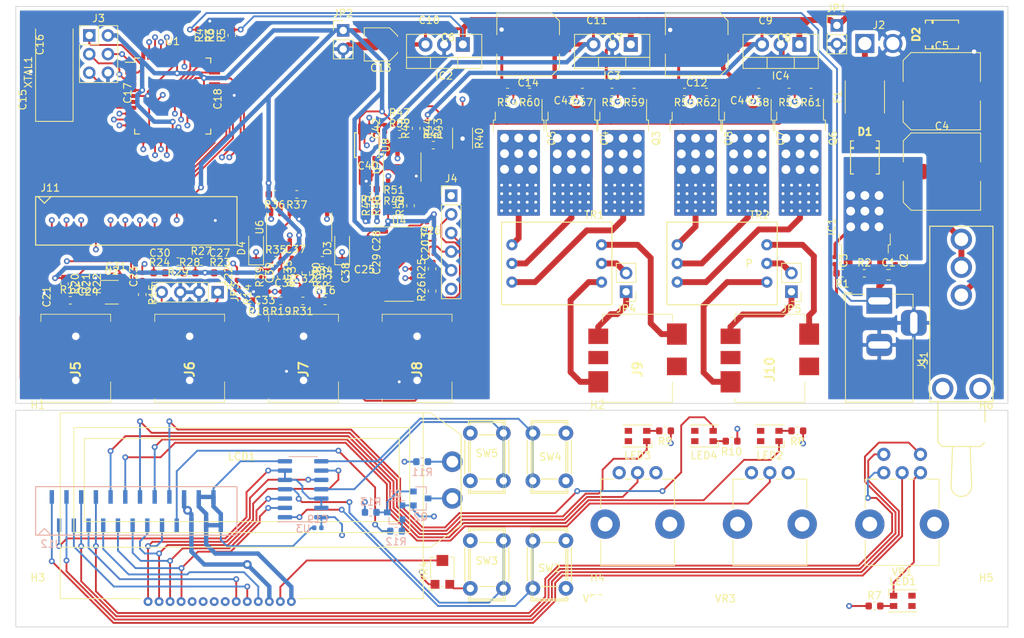
<source format=kicad_pcb>
(kicad_pcb (version 20171130) (host pcbnew "(5.1.2)-1")
  (layers (0 F.Cu signal) (1 In1.Cu power hide) (2 In2.Cu signal) (31 B.Cu power) (34 B.Paste user) (35 F.Paste user) (36 B.SilkS user) (37 F.SilkS user hide) (38 B.Mask user) (39 F.Mask user) (44 Edge.Cuts user))
  (net 0 "")
  (net 1 "Net-(J9-PadS)")
  (net 2 "Net-(J9-PadT)")
  (net 3 "Net-(J9-PadR)")
  (net 4 "Net-(J8-PadRN)")
  (net 5 "Net-(J8-PadTN)")
  (net 6 "Net-(J8-PadR)")
  (net 7 "Net-(J8-PadT)")
  (net 8 "Net-(J7-PadT)")
  (net 9 "Net-(J7-PadR)")
  (net 10 "Net-(J6-PadT)")
  (net 11 "Net-(J6-PadR)")
  (net 12 "Net-(J6-PadTN)")
  (net 13 "Net-(J6-PadRN)")
  (net 14 "Net-(J10-PadR)")
  (net 15 "Net-(J10-PadT)")
  (net 16 "Net-(J10-PadS)")
  (net 17 RB4-PANEL)
  (net 18 GNDD)
  (net 19 PA1-PANEL)
  (net 20 RB10-PANEL)
  (net 21 RB9-PANEL)
  (net 22 +5VD)
  (net 23 PC3-PANEL)
  (net 24 PC1-PANEL)
  (net 25 PC2-PANEL)
  (net 26 PC4-PANEL)
  (net 27 PC5-PANEL)
  (net 28 PC6-PANEL)
  (net 29 PC7-PANEL)
  (net 30 "Net-(C5-Pad1)")
  (net 31 PA4-PANEL)
  (net 32 PA5-PANEL)
  (net 33 "Net-(IC1-Pad1)")
  (net 34 "Net-(J4-Pad3)")
  (net 35 PD1)
  (net 36 PD0)
  (net 37 "Net-(SW2-Pad1)")
  (net 38 "Net-(SW3-Pad1)")
  (net 39 PC0-PANEL)
  (net 40 "Net-(SW4-Pad1)")
  (net 41 "Net-(SW5-Pad1)")
  (net 42 PD2)
  (net 43 "Net-(D4-Pad2)")
  (net 44 "Net-(D3-Pad2)")
  (net 45 PD3)
  (net 46 ~CS)
  (net 47 PB7)
  (net 48 PB5)
  (net 49 PB6)
  (net 50 ~RESET)
  (net 51 PD5)
  (net 52 PD6)
  (net 53 PD7)
  (net 54 PC0)
  (net 55 PC1)
  (net 56 PC2)
  (net 57 PC3)
  (net 58 PC4)
  (net 59 PC5)
  (net 60 PC6)
  (net 61 PC7)
  (net 62 PA7)
  (net 63 PA6)
  (net 64 PA5)
  (net 65 PA4)
  (net 66 PA1)
  (net 67 PA0)
  (net 68 PB0)
  (net 69 PB1)
  (net 70 PB2)
  (net 71 PB3)
  (net 72 "Net-(LED4-Pad1)")
  (net 73 STATE-PANEL)
  (net 74 "Net-(LED2-Pad2)")
  (net 75 PD5-PANEL)
  (net 76 PD6-PANEL)
  (net 77 "Net-(LED3-Pad2)")
  (net 78 "Net-(LED1-Pad2)")
  (net 79 "Net-(F1-Pad2)")
  (net 80 PD7-PANEL)
  (net 81 GND)
  (net 82 +5V)
  (net 83 STATE)
  (net 84 RB4)
  (net 85 RB9)
  (net 86 RB10)
  (net 87 "Net-(J4-Pad2)")
  (net 88 "Net-(JP5-Pad2)")
  (net 89 "Net-(JP4-Pad2)")
  (net 90 +VDC)
  (net 91 "Net-(C3-Pad1)")
  (net 92 +12V)
  (net 93 +9V2)
  (net 94 +9V1)
  (net 95 "Net-(C15-Pad1)")
  (net 96 "Net-(C16-Pad1)")
  (net 97 "Net-(C21-Pad1)")
  (net 98 "Net-(C22-Pad1)")
  (net 99 "Net-(C23-Pad1)")
  (net 100 "Net-(C24-Pad2)")
  (net 101 "Net-(C24-Pad1)")
  (net 102 "Net-(C25-Pad2)")
  (net 103 "Net-(C26-Pad2)")
  (net 104 "Net-(C27-Pad1)")
  (net 105 "Net-(C28-Pad2)")
  (net 106 "Net-(C28-Pad1)")
  (net 107 "Net-(C29-Pad1)")
  (net 108 "Net-(C29-Pad2)")
  (net 109 "Net-(C30-Pad2)")
  (net 110 "Net-(C35-Pad2)")
  (net 111 "Net-(C36-Pad2)")
  (net 112 "Net-(C43-Pad1)")
  (net 113 "Net-(C44-Pad1)")
  (net 114 "Net-(Q1-Pad2)")
  (net 115 "Net-(Q1-Pad3)")
  (net 116 "Net-(Q3-Pad1)")
  (net 117 "Net-(Q3-Pad2)")
  (net 118 "Net-(Q4-Pad2)")
  (net 119 "Net-(Q5-Pad1)")
  (net 120 "Net-(Q5-Pad2)")
  (net 121 "Net-(Q6-Pad2)")
  (net 122 "Net-(Q6-Pad1)")
  (net 123 "Net-(Q7-Pad2)")
  (net 124 "Net-(Q8-Pad2)")
  (net 125 "Net-(Q8-Pad1)")
  (net 126 "Net-(R3-Pad2)")
  (net 127 "Net-(R5-Pad1)")
  (net 128 "Net-(R26-Pad1)")
  (net 129 "Net-(R27-Pad1)")
  (net 130 "Net-(R28-Pad1)")
  (net 131 "Net-(R32-Pad1)")
  (net 132 "Net-(R33-Pad1)")
  (net 133 "Net-(R36-Pad1)")
  (net 134 "Net-(R41-Pad1)")
  (net 135 "Net-(R41-Pad2)")
  (net 136 "Net-(R42-Pad1)")
  (net 137 "Net-(R42-Pad2)")
  (net 138 "Net-(R47-Pad2)")
  (net 139 "Net-(R49-Pad2)")
  (net 140 "Net-(R51-Pad1)")
  (net 141 "Net-(R52-Pad1)")
  (net 142 "Net-(LCD1-PadK)")
  (net 143 "Net-(LCD1-PadA)")
  (net 144 "Net-(LCD1-Pad2)")
  (module MountingHole:MountingHole_2.7mm_M2.5 (layer F.Cu) (at 207.65 80.5)
    (fp_text reference H6 (at 0 -3.7) (layer F.SilkS))
    (fp_text value MountingHole)
    (pad 1 np_thru_hole circle (at 0 0) (size 2.7 2.7) (drill 2.7) (layers *.Cu *.Mask))
  )
  (module MountingHole:MountingHole_2.7mm_M2.5 (layer F.Cu) (at 207.65 104)
    (fp_text reference H5 (at 0 -3.7) (layer F.SilkS))
    (fp_text value MountingHole)
    (pad 1 np_thru_hole circle (at 0 0) (size 2.7 2.7) (drill 2.7) (layers *.Cu *.Mask))
  )
  (module MountingHole:MountingHole_2.7mm_M2.5 (layer F.Cu) (at 154.75 104)
    (fp_text reference H4 (at 0 -3.7) (layer F.SilkS))
    (fp_text value MountingHole)
    (pad 1 np_thru_hole circle (at 0 0) (size 2.7 2.7) (drill 2.7) (layers *.Cu *.Mask))
  )
  (module MountingHole:MountingHole_2.7mm_M2.5 (layer F.Cu) (at 78.6 104)
    (fp_text reference H3 (at 0 -3.7) (layer F.SilkS))
    (fp_text value MountingHole)
    (pad 1 np_thru_hole circle (at 0 0) (size 2.7 2.7) (drill 2.7) (layers *.Cu *.Mask))
  )
  (module MountingHole:MountingHole_2.7mm_M2.5 (layer F.Cu) (at 154.75 80.5)
    (fp_text reference H2 (at 0 -3.7) (layer F.SilkS))
    (fp_text value MountingHole)
    (pad 1 np_thru_hole circle (at 0 0) (size 2.7 2.7) (drill 2.7) (layers *.Cu *.Mask))
  )
  (module MountingHole:MountingHole_2.7mm_M2.5 (layer F.Cu) (at 78.6 80.5)
    (fp_text reference H1 (at 0 -3.7) (layer F.SilkS))
    (fp_text value MountingHole)
    (pad 1 np_thru_hole circle (at 0 0) (size 2.7 2.7) (drill 2.7) (layers *.Cu *.Mask))
  )
  (module mk312-smd-footprints:Potentiometer_Alps_RK09K_Dual_Vertical (layer F.Cu) (at 196.21 93 180)
    (fp_text reference VR1 (at 0 -6.5 180) (layer F.SilkS))
    (fp_text value MULTI-ADJ)
    (pad 5 thru_hole circle (at 2.5 9.5 270) (size 1.8 1.8) (drill 1) (layers *.Cu *.Mask) (net 21 RB9-PANEL))
    (pad 2 thru_hole circle (at -2.5 9.5 270) (size 1.8 1.8) (drill 1) (layers *.Cu *.Mask) (net 19 PA1-PANEL))
    (pad 1 thru_hole circle (at -2.5 7 270) (size 1.8 1.8) (drill 1) (layers *.Cu *.Mask) (net 18 GNDD))
    (pad 3 thru_hole circle (at 0 7 270) (size 1.8 1.8) (drill 1) (layers *.Cu *.Mask) (net 20 RB10-PANEL))
    (pad 4 thru_hole circle (at 2.5 7 270) (size 1.8 1.8) (drill 1) (layers *.Cu *.Mask) (net 17 RB4-PANEL))
    (pad "" np_thru_hole circle (at -4.4 0 270) (size 4 4) (drill 2) (layers *.Cu *.Mask))
    (pad "" np_thru_hole circle (at 4.4 0 270) (size 4 4) (drill 2) (layers *.Cu *.Mask))
  )
  (module mk312-smd-footprints:Potentiometer_Alps_RK09K_Single_Vertical (layer F.Cu) (at 178.21 93 180)
    (fp_text reference VR3 (at 6.05 -10.15) (layer F.SilkS))
    (fp_text value "LEVEL B")
    (pad "" np_thru_hole circle (at 4.4 0 270) (size 4 4) (drill 2) (layers *.Cu *.Mask))
    (pad "" np_thru_hole circle (at -4.4 0 270) (size 4 4) (drill 2) (layers *.Cu *.Mask))
    (pad 3 thru_hole circle (at 2.5 7 270) (size 1.8 1.8) (drill 1) (layers *.Cu *.Mask) (net 22 +5VD))
    (pad 2 thru_hole circle (at 0 7 270) (size 1.8 1.8) (drill 1) (layers *.Cu *.Mask) (net 32 PA5-PANEL))
    (pad 1 thru_hole circle (at -2.5 7 270) (size 1.8 1.8) (drill 1) (layers *.Cu *.Mask) (net 18 GNDD))
  )
  (module mk312-smd-footprints:Potentiometer_Alps_RK09K_Single_Vertical (layer F.Cu) (at 160.21 93 180)
    (fp_text reference VR2 (at 6.05 -10.15) (layer F.SilkS))
    (fp_text value "LEVEL A")
    (pad "" np_thru_hole circle (at 4.4 0 270) (size 4 4) (drill 2) (layers *.Cu *.Mask))
    (pad "" np_thru_hole circle (at -4.4 0 270) (size 4 4) (drill 2) (layers *.Cu *.Mask))
    (pad 3 thru_hole circle (at 2.5 7 270) (size 1.8 1.8) (drill 1) (layers *.Cu *.Mask) (net 22 +5VD))
    (pad 2 thru_hole circle (at 0 7 270) (size 1.8 1.8) (drill 1) (layers *.Cu *.Mask) (net 31 PA4-PANEL))
    (pad 1 thru_hole circle (at -2.5 7 270) (size 1.8 1.8) (drill 1) (layers *.Cu *.Mask) (net 18 GNDD))
  )
  (module mk312-smd-footprints:NHD-C0216AZ-FSW-GBW (layer F.Cu) (at 106.35 90.5)
    (fp_text reference LCD1 (at 0 -6.7) (layer F.SilkS))
    (fp_text value NHD-C0216AZ-FSW-GBW)
    (pad K thru_hole circle (at 28.65 -1) (size 2.8 2.8) (drill 1.6) (layers *.Cu *.Mask) (net 142 "Net-(LCD1-PadK)"))
    (pad A thru_hole circle (at 28.65 -6) (size 2.8 2.8) (drill 1.6) (layers *.Cu *.Mask) (net 143 "Net-(LCD1-PadA)"))
    (pad 14 thru_hole circle (at -12.75 13.05) (size 1.2 1.2) (drill 0.6) (layers *.Cu *.Mask) (net 29 PC7-PANEL))
    (pad 13 thru_hole circle (at -11.25 13.05) (size 1.2 1.2) (drill 0.6) (layers *.Cu *.Mask) (net 28 PC6-PANEL))
    (pad 12 thru_hole circle (at -9.75 13.05) (size 1.2 1.2) (drill 0.6) (layers *.Cu *.Mask) (net 27 PC5-PANEL))
    (pad 11 thru_hole circle (at -8.25 13.05) (size 1.2 1.2) (drill 0.6) (layers *.Cu *.Mask) (net 26 PC4-PANEL))
    (pad 10 thru_hole circle (at -6.75 13.05) (size 1.2 1.2) (drill 0.6) (layers *.Cu *.Mask))
    (pad 9 thru_hole circle (at -5.25 13.05) (size 1.2 1.2) (drill 0.6) (layers *.Cu *.Mask))
    (pad 8 thru_hole circle (at -3.75 13.05) (size 1.2 1.2) (drill 0.6) (layers *.Cu *.Mask))
    (pad 7 thru_hole circle (at -2.25 13.05) (size 1.2 1.2) (drill 0.6) (layers *.Cu *.Mask))
    (pad 6 thru_hole circle (at -0.75 13.05) (size 1.2 1.2) (drill 0.6) (layers *.Cu *.Mask) (net 25 PC2-PANEL))
    (pad 5 thru_hole circle (at 0.75 13.05) (size 1.2 1.2) (drill 0.6) (layers *.Cu *.Mask) (net 24 PC1-PANEL))
    (pad 4 thru_hole circle (at 2.25 13.05) (size 1.2 1.2) (drill 0.6) (layers *.Cu *.Mask) (net 23 PC3-PANEL))
    (pad 3 thru_hole circle (at 3.75 13.05) (size 1.2 1.2) (drill 0.6) (layers *.Cu *.Mask) (net 22 +5VD))
    (pad 2 thru_hole circle (at 5.25 13.05) (size 1.2 1.2) (drill 0.6) (layers *.Cu *.Mask) (net 144 "Net-(LCD1-Pad2)"))
    (pad 1 thru_hole circle (at 6.75 13.05) (size 1.2 1.2) (drill 0.6) (layers *.Cu *.Mask) (net 18 GNDD))
  )
  (module mk312-smd-footprints:E-Switch_Tactile_TL1105 (layer F.Cu) (at 139.7 83.85 180)
    (fp_text reference SW5 (at 0 0.5) (layer F.SilkS))
    (fp_text value MENU)
    (pad 2 thru_hole circle (at 2.25 3.25 180) (size 2 2) (drill 1) (layers *.Cu *.Mask) (net 18 GNDD))
    (pad 2 thru_hole circle (at 2.25 -3.25 180) (size 2 2) (drill 1) (layers *.Cu *.Mask) (net 18 GNDD))
    (pad 1 thru_hole circle (at -2.25 3.25 180) (size 2 2) (drill 1) (layers *.Cu *.Mask) (net 41 "Net-(SW5-Pad1)"))
    (pad 1 thru_hole circle (at -2.25 -3.25 180) (size 2 2) (drill 1) (layers *.Cu *.Mask) (net 41 "Net-(SW5-Pad1)"))
  )
  (module mk312-smd-footprints:E-Switch_Tactile_TL1105 (layer F.Cu) (at 148.21 83.85)
    (fp_text reference SW4 (at 0.14 0) (layer F.SilkS))
    (fp_text value RIGHT/UP)
    (pad 2 thru_hole circle (at 2.25 3.25) (size 2 2) (drill 1) (layers *.Cu *.Mask) (net 18 GNDD))
    (pad 2 thru_hole circle (at 2.25 -3.25) (size 2 2) (drill 1) (layers *.Cu *.Mask) (net 18 GNDD))
    (pad 1 thru_hole circle (at -2.25 3.25) (size 2 2) (drill 1) (layers *.Cu *.Mask) (net 40 "Net-(SW4-Pad1)"))
    (pad 1 thru_hole circle (at -2.25 -3.25) (size 2 2) (drill 1) (layers *.Cu *.Mask) (net 40 "Net-(SW4-Pad1)"))
  )
  (module mk312-smd-footprints:E-Switch_Tactile_TL1105 (layer F.Cu) (at 139.7 98.5 180)
    (fp_text reference SW3 (at 0 0.5) (layer F.SilkS))
    (fp_text value OK)
    (pad 2 thru_hole circle (at 2.25 3.25 180) (size 2 2) (drill 1) (layers *.Cu *.Mask) (net 18 GNDD))
    (pad 2 thru_hole circle (at 2.25 -3.25 180) (size 2 2) (drill 1) (layers *.Cu *.Mask) (net 18 GNDD))
    (pad 1 thru_hole circle (at -2.25 3.25 180) (size 2 2) (drill 1) (layers *.Cu *.Mask) (net 38 "Net-(SW3-Pad1)"))
    (pad 1 thru_hole circle (at -2.25 -3.25 180) (size 2 2) (drill 1) (layers *.Cu *.Mask) (net 38 "Net-(SW3-Pad1)"))
  )
  (module mk312-smd-footprints:E-Switch_Tactile_TL1105 (layer F.Cu) (at 148.21 98.5)
    (fp_text reference SW2 (at 0 0.5) (layer F.SilkS))
    (fp_text value LEFT/DOWN)
    (pad 2 thru_hole circle (at 2.25 3.25) (size 2 2) (drill 1) (layers *.Cu *.Mask) (net 18 GNDD))
    (pad 2 thru_hole circle (at 2.25 -3.25) (size 2 2) (drill 1) (layers *.Cu *.Mask) (net 18 GNDD))
    (pad 1 thru_hole circle (at -2.25 3.25) (size 2 2) (drill 1) (layers *.Cu *.Mask) (net 37 "Net-(SW2-Pad1)"))
    (pad 1 thru_hole circle (at -2.25 -3.25) (size 2 2) (drill 1) (layers *.Cu *.Mask) (net 37 "Net-(SW2-Pad1)"))
  )
  (module Package_TO_SOT_SMD:SOT-23-5 (layer F.Cu) (at 88.66 61.42)
    (fp_text reference U2 (at 0 -2.9) (layer F.SilkS))
    (fp_text value MCP6L01U)
    (pad 5 smd rect (at 1.1 -0.95) (size 1.06 0.65) (layers F.Cu F.Paste F.Mask) (net 82 +5V))
    (pad 4 smd rect (at 1.1 0.95) (size 1.06 0.65) (layers F.Cu F.Paste F.Mask) (net 130 "Net-(R28-Pad1)"))
    (pad 3 smd rect (at -1.1 0.95) (size 1.06 0.65) (layers F.Cu F.Paste F.Mask) (net 129 "Net-(R27-Pad1)"))
    (pad 2 smd rect (at -1.1 0) (size 1.06 0.65) (layers F.Cu F.Paste F.Mask) (net 81 GND))
    (pad 1 smd rect (at -1.1 -0.95) (size 1.06 0.65) (layers F.Cu F.Paste F.Mask) (net 100 "Net-(C24-Pad2)"))
  )
  (module Connector_BarrelJack:BarrelJack_Horizontal (layer F.Cu) (at 193.1 62.596 90)
    (fp_text reference J1 (at -8.45 5.75 90) (layer F.SilkS))
    (fp_text value Barrel_Jack_MountingPin)
    (pad 3 thru_hole roundrect (at -3 4.7 90) (size 3.5 3.5) (drill oval 3 1) (layers *.Cu *.Mask) (net 81 GND))
    (pad 2 thru_hole roundrect (at -6 0 90) (size 3 3.5) (drill oval 1 3) (layers *.Cu *.Mask) (net 81 GND))
    (pad 1 thru_hole rect (at 0 0 90) (size 3.5 3.5) (drill oval 1 3) (layers *.Cu *.Mask) (net 90 +VDC))
  )
  (module Package_SO:SOIC-16_3.9x9.9mm_P1.27mm (layer F.Cu) (at 127.755 57.59)
    (fp_text reference U4 (at 0 -5.9) (layer F.SilkS))
    (fp_text value SP232E)
    (pad 16 smd roundrect (at 2.475 -4.445) (size 1.95 0.6) (layers F.Cu F.Paste F.Mask) (net 82 +5V))
    (pad 15 smd roundrect (at 2.475 -3.175) (size 1.95 0.6) (layers F.Cu F.Paste F.Mask) (net 81 GND))
    (pad 14 smd roundrect (at 2.475 -1.905) (size 1.95 0.6) (layers F.Cu F.Paste F.Mask) (net 7 "Net-(J8-PadT)"))
    (pad 13 smd roundrect (at 2.475 -0.635) (size 1.95 0.6) (layers F.Cu F.Paste F.Mask) (net 6 "Net-(J8-PadR)"))
    (pad 12 smd roundrect (at 2.475 0.635) (size 1.95 0.6) (layers F.Cu F.Paste F.Mask) (net 36 PD0))
    (pad 11 smd roundrect (at 2.475 1.905) (size 1.95 0.6) (layers F.Cu F.Paste F.Mask) (net 35 PD1))
    (pad 10 smd roundrect (at 2.475 3.175) (size 1.95 0.6) (layers F.Cu F.Paste F.Mask) (net 34 "Net-(J4-Pad3)"))
    (pad 9 smd roundrect (at 2.475 4.445) (size 1.95 0.6) (layers F.Cu F.Paste F.Mask) (net 128 "Net-(R26-Pad1)"))
    (pad 8 smd roundrect (at -2.475 4.445) (size 1.95 0.6) (layers F.Cu F.Paste F.Mask) (net 5 "Net-(J8-PadTN)"))
    (pad 7 smd roundrect (at -2.475 3.175) (size 1.95 0.6) (layers F.Cu F.Paste F.Mask) (net 4 "Net-(J8-PadRN)"))
    (pad 6 smd roundrect (at -2.475 1.905) (size 1.95 0.6) (layers F.Cu F.Paste F.Mask) (net 102 "Net-(C25-Pad2)"))
    (pad 5 smd roundrect (at -2.475 0.635) (size 1.95 0.6) (layers F.Cu F.Paste F.Mask) (net 108 "Net-(C29-Pad2)"))
    (pad 4 smd roundrect (at -2.475 -0.635) (size 1.95 0.6) (layers F.Cu F.Paste F.Mask) (net 107 "Net-(C29-Pad1)"))
    (pad 3 smd roundrect (at -2.475 -1.905) (size 1.95 0.6) (layers F.Cu F.Paste F.Mask) (net 105 "Net-(C28-Pad2)"))
    (pad 2 smd roundrect (at -2.475 -3.175) (size 1.95 0.6) (layers F.Cu F.Paste F.Mask) (net 103 "Net-(C26-Pad2)"))
    (pad 1 smd roundrect (at -2.475 -4.445) (size 1.95 0.6) (layers F.Cu F.Paste F.Mask) (net 106 "Net-(C28-Pad1)"))
  )
  (module Package_TO_SOT_SMD:TO-252-2 (layer F.Cu) (at 168.1 40.45 270)
    (fp_text reference Q8 (at 0 -4.5 90) (layer F.SilkS))
    (fp_text value DMN10H170SK3-13)
    (pad 2 smd rect (at 2.1 0 270) (size 6.4 5.8) (layers F.Cu F.Mask) (net 124 "Net-(Q8-Pad2)"))
    (pad 3 smd rect (at -4.2 2.28 270) (size 2.2 1.2) (layers F.Cu F.Paste F.Mask) (net 67 PA0))
    (pad 1 smd rect (at -4.2 -2.28 270) (size 2.2 1.2) (layers F.Cu F.Paste F.Mask) (net 125 "Net-(Q8-Pad1)"))
  )
  (module Package_TO_SOT_SMD:TO-252-2 (layer F.Cu) (at 175.21 40.45 270)
    (fp_text reference Q7 (at 0 -4.5 90) (layer F.SilkS))
    (fp_text value DMP6180SK3-13)
    (pad 2 smd rect (at 2.1 0 270) (size 6.4 5.8) (layers F.Cu F.Mask) (net 123 "Net-(Q7-Pad2)"))
    (pad 3 smd rect (at -4.2 2.28 270) (size 2.2 1.2) (layers F.Cu F.Paste F.Mask) (net 93 +9V2))
    (pad 1 smd rect (at -4.2 -2.28 270) (size 2.2 1.2) (layers F.Cu F.Paste F.Mask) (net 113 "Net-(C44-Pad1)"))
  )
  (module Package_TO_SOT_SMD:TO-252-2 (layer F.Cu) (at 182.324 40.45 270)
    (fp_text reference Q6 (at 0 -4.5 90) (layer F.SilkS))
    (fp_text value DMN10H170SK3-13)
    (pad 2 smd rect (at 2.1 0 270) (size 6.4 5.8) (layers F.Cu F.Mask) (net 121 "Net-(Q6-Pad2)"))
    (pad 3 smd rect (at -4.2 2.28 270) (size 2.2 1.2) (layers F.Cu F.Paste F.Mask) (net 67 PA0))
    (pad 1 smd rect (at -4.2 -2.28 270) (size 2.2 1.2) (layers F.Cu F.Paste F.Mask) (net 122 "Net-(Q6-Pad1)"))
  )
  (module Package_TO_SOT_SMD:TO-252-2 (layer F.Cu) (at 144.034 40.45 270)
    (fp_text reference Q5 (at 0 -4.5 90) (layer F.SilkS))
    (fp_text value DMN10H170SK3-13)
    (pad 2 smd rect (at 2.1 0 270) (size 6.4 5.8) (layers F.Cu F.Mask) (net 120 "Net-(Q5-Pad2)"))
    (pad 3 smd rect (at -4.2 2.28 270) (size 2.2 1.2) (layers F.Cu F.Paste F.Mask) (net 67 PA0))
    (pad 1 smd rect (at -4.2 -2.28 270) (size 2.2 1.2) (layers F.Cu F.Paste F.Mask) (net 119 "Net-(Q5-Pad1)"))
  )
  (module Package_TO_SOT_SMD:TO-252-2 (layer F.Cu) (at 151.21 40.45 270)
    (fp_text reference Q4 (at 0 -4.5 90) (layer F.SilkS))
    (fp_text value DMP6180SK3-13)
    (pad 2 smd rect (at 2.1 0 270) (size 6.4 5.8) (layers F.Cu F.Mask) (net 118 "Net-(Q4-Pad2)"))
    (pad 3 smd rect (at -4.2 2.28 270) (size 2.2 1.2) (layers F.Cu F.Paste F.Mask) (net 94 +9V1))
    (pad 1 smd rect (at -4.2 -2.28 270) (size 2.2 1.2) (layers F.Cu F.Paste F.Mask) (net 112 "Net-(C43-Pad1)"))
  )
  (module Package_TO_SOT_SMD:TO-252-2 (layer F.Cu) (at 158.258 40.45 270)
    (fp_text reference Q3 (at 0 -4.5 90) (layer F.SilkS))
    (fp_text value DMN10H170SK3-13)
    (pad 2 smd rect (at 2.1 0 270) (size 6.4 5.8) (layers F.Cu F.Mask) (net 117 "Net-(Q3-Pad2)"))
    (pad 3 smd rect (at -4.2 2.28 270) (size 2.2 1.2) (layers F.Cu F.Paste F.Mask) (net 67 PA0))
    (pad 1 smd rect (at -4.2 -2.28 270) (size 2.2 1.2) (layers F.Cu F.Paste F.Mask) (net 116 "Net-(Q3-Pad1)"))
  )
  (module Package_TO_SOT_THT:TO-220-3_Vertical (layer F.Cu) (at 182.2262 27.671 180)
    (fp_text reference IC4 (at 2.54 -4.27) (layer F.SilkS))
    (fp_text value L7809ABD2T-TR)
    (pad 3 thru_hole oval (at 5.08 0 180) (size 1.905 2) (drill 1.1) (layers *.Cu *.Mask) (net 93 +9V2))
    (pad 2 thru_hole oval (at 2.54 0 180) (size 1.905 2) (drill 1.1) (layers *.Cu *.Mask) (net 81 GND))
    (pad 1 thru_hole rect (at 0 0 180) (size 1.905 2) (drill 1.1) (layers *.Cu *.Mask) (net 92 +12V))
  )
  (module Package_TO_SOT_THT:TO-220-3_Vertical (layer F.Cu) (at 159.29 27.671 180)
    (fp_text reference IC3 (at 2.54 -4.27) (layer F.SilkS))
    (fp_text value L7809ABD2T-TR)
    (pad 3 thru_hole oval (at 5.08 0 180) (size 1.905 2) (drill 1.1) (layers *.Cu *.Mask) (net 94 +9V1))
    (pad 2 thru_hole oval (at 2.54 0 180) (size 1.905 2) (drill 1.1) (layers *.Cu *.Mask) (net 81 GND))
    (pad 1 thru_hole rect (at 0 0 180) (size 1.905 2) (drill 1.1) (layers *.Cu *.Mask) (net 92 +12V))
  )
  (module Package_TO_SOT_THT:TO-220-3_Vertical (layer F.Cu) (at 136.43 27.671 180)
    (fp_text reference IC2 (at 2.54 -4.27) (layer F.SilkS))
    (fp_text value L7805CV)
    (pad 3 thru_hole oval (at 5.08 0 180) (size 1.905 2) (drill 1.1) (layers *.Cu *.Mask) (net 82 +5V))
    (pad 2 thru_hole oval (at 2.54 0 180) (size 1.905 2) (drill 1.1) (layers *.Cu *.Mask) (net 81 GND))
    (pad 1 thru_hole rect (at 0 0 180) (size 1.905 2) (drill 1.1) (layers *.Cu *.Mask) (net 92 +12V))
  )
  (module Package_TO_SOT_SMD:TO-252-2 (layer F.Cu) (at 191.1416 52.5122 90)
    (fp_text reference IC1 (at 0 -4.5 90) (layer F.SilkS))
    (fp_text value LD1086BDTTR)
    (pad 2 smd rect (at 2.1 0 90) (size 6.4 5.8) (layers F.Cu F.Mask) (net 91 "Net-(C3-Pad1)"))
    (pad 3 smd rect (at -4.2 2.28 90) (size 2.2 1.2) (layers F.Cu F.Paste F.Mask) (net 90 +VDC))
    (pad 1 smd rect (at -4.2 -2.28 90) (size 2.2 1.2) (layers F.Cu F.Paste F.Mask) (net 33 "Net-(IC1-Pad1)"))
  )
  (module mk312-smd-footprints:E-Switch_M7_SPDT (layer F.Cu) (at 204.274 61.834 90)
    (fp_text reference S1 (at -8.6 -5.1 90) (layer F.SilkS))
    (fp_text value POWER)
    (pad "" np_thru_hole circle (at -12.7 2.54 90) (size 2.9 2.9) (drill 1.85) (layers *.Cu *.Mask))
    (pad "" np_thru_hole circle (at -12.7 -2.54 90) (size 2.9 2.9) (drill 1.85) (layers *.Cu *.Mask))
    (pad 3 thru_hole circle (at 7.62 0 90) (size 2.9 2.9) (drill 1.85) (layers *.Cu *.Mask) (net 30 "Net-(C5-Pad1)"))
    (pad 2 thru_hole circle (at 3.81 0 90) (size 2.9 2.9) (drill 1.85) (layers *.Cu *.Mask) (net 30 "Net-(C5-Pad1)"))
    (pad 1 thru_hole circle (at 0 0 90) (size 2.9 2.9) (drill 1.85) (layers *.Cu *.Mask) (net 92 +12V))
  )
  (module Fuse:Fuse_2920_7451Metric (layer F.Cu) (at 191.1416 34.8338 90)
    (fp_text reference F1 (at 0 -3.68 90) (layer F.SilkS))
    (fp_text value "1A Polyfuse")
    (pad 2 smd roundrect (at 3.3875 0 90) (size 1.925 5.45) (layers F.Cu F.Paste F.Mask) (roundrect_rratio 0.12987) (net 79 "Net-(F1-Pad2)"))
    (pad 1 smd roundrect (at -3.3875 0 90) (size 1.925 5.45) (layers F.Cu F.Paste F.Mask) (roundrect_rratio 0.12987) (net 30 "Net-(C5-Pad1)"))
  )
  (module mk312-smd-footprints:HFW24S-2STE1LF (layer B.Cu) (at 80.5 89.3)
    (fp_text reference J12 (at -0.2 6.4) (layer B.SilkS) (effects (justify mirror)))
    (fp_text value Conn_01x24_Male)
    (pad 1 smd rect (at 0 0) (size 0.6 1.85) (layers B.Cu B.Paste B.Mask) (net 20 RB10-PANEL))
    (pad 2 smd rect (at 1 3.85) (size 0.6 1.85) (layers B.Cu B.Paste B.Mask) (net 39 PC0-PANEL))
    (pad 3 smd rect (at 2 0) (size 0.6 1.85) (layers B.Cu B.Paste B.Mask) (net 21 RB9-PANEL))
    (pad 4 smd rect (at 3 3.85) (size 0.6 1.85) (layers B.Cu B.Paste B.Mask) (net 24 PC1-PANEL))
    (pad 5 smd rect (at 4 0) (size 0.6 1.85) (layers B.Cu B.Paste B.Mask) (net 19 PA1-PANEL))
    (pad 6 smd rect (at 5 3.85) (size 0.6 1.85) (layers B.Cu B.Paste B.Mask) (net 25 PC2-PANEL))
    (pad 7 smd rect (at 6 0) (size 0.6 1.85) (layers B.Cu B.Paste B.Mask) (net 17 RB4-PANEL))
    (pad 8 smd rect (at 7 3.85) (size 0.6 1.85) (layers B.Cu B.Paste B.Mask) (net 23 PC3-PANEL))
    (pad 9 smd rect (at 8 0) (size 0.6 1.85) (layers B.Cu B.Paste B.Mask) (net 31 PA4-PANEL))
    (pad 10 smd rect (at 9 3.85) (size 0.6 1.85) (layers B.Cu B.Paste B.Mask) (net 26 PC4-PANEL))
    (pad 11 smd rect (at 10 0) (size 0.6 1.85) (layers B.Cu B.Paste B.Mask) (net 32 PA5-PANEL))
    (pad 12 smd rect (at 11 3.85) (size 0.6 1.85) (layers B.Cu B.Paste B.Mask) (net 27 PC5-PANEL))
    (pad 13 smd rect (at 12 0) (size 0.6 1.85) (layers B.Cu B.Paste B.Mask) (net 76 PD6-PANEL))
    (pad 14 smd rect (at 13 3.85) (size 0.6 1.85) (layers B.Cu B.Paste B.Mask) (net 28 PC6-PANEL))
    (pad 15 smd rect (at 14 0) (size 0.6 1.85) (layers B.Cu B.Paste B.Mask) (net 75 PD5-PANEL))
    (pad 16 smd rect (at 15 3.85) (size 0.6 1.85) (layers B.Cu B.Paste B.Mask) (net 29 PC7-PANEL))
    (pad 17 smd rect (at 16 0) (size 0.6 1.85) (layers B.Cu B.Paste B.Mask) (net 73 STATE-PANEL))
    (pad 18 smd rect (at 17 3.85) (size 0.6 1.85) (layers B.Cu B.Paste B.Mask) (net 80 PD7-PANEL))
    (pad 19 smd rect (at 18 0) (size 0.6 1.85) (layers B.Cu B.Paste B.Mask) (net 22 +5VD))
    (pad 20 smd rect (at 19 3.85) (size 0.6 1.85) (layers B.Cu B.Paste B.Mask) (net 22 +5VD))
    (pad 21 smd rect (at 20 0) (size 0.6 1.85) (layers B.Cu B.Paste B.Mask) (net 18 GNDD))
    (pad 22 smd rect (at 21 3.85) (size 0.6 1.85) (layers B.Cu B.Paste B.Mask) (net 18 GNDD))
    (pad 23 smd rect (at 22 0) (size 0.6 1.85) (layers B.Cu B.Paste B.Mask) (net 18 GNDD))
    (pad 24 smd rect (at 23 3.85) (size 0.6 1.85) (layers B.Cu B.Paste B.Mask) (net 18 GNDD))
  )
  (module mk312-smd-footprints:HFW24S-2STE1LF (layer F.Cu) (at 80.5 53.6)
    (fp_text reference J11 (at -0.2 -6.4) (layer F.SilkS))
    (fp_text value Conn_01x24_Male)
    (pad 1 smd rect (at 0 0) (size 0.6 1.85) (layers F.Cu F.Paste F.Mask) (net 86 RB10))
    (pad 2 smd rect (at 1 -3.85) (size 0.6 1.85) (layers F.Cu F.Paste F.Mask) (net 54 PC0))
    (pad 3 smd rect (at 2 0) (size 0.6 1.85) (layers F.Cu F.Paste F.Mask) (net 85 RB9))
    (pad 4 smd rect (at 3 -3.85) (size 0.6 1.85) (layers F.Cu F.Paste F.Mask) (net 55 PC1))
    (pad 5 smd rect (at 4 0) (size 0.6 1.85) (layers F.Cu F.Paste F.Mask) (net 66 PA1))
    (pad 6 smd rect (at 5 -3.85) (size 0.6 1.85) (layers F.Cu F.Paste F.Mask) (net 56 PC2))
    (pad 7 smd rect (at 6 0) (size 0.6 1.85) (layers F.Cu F.Paste F.Mask) (net 84 RB4))
    (pad 8 smd rect (at 7 -3.85) (size 0.6 1.85) (layers F.Cu F.Paste F.Mask) (net 57 PC3))
    (pad 9 smd rect (at 8 0) (size 0.6 1.85) (layers F.Cu F.Paste F.Mask) (net 65 PA4))
    (pad 10 smd rect (at 9 -3.85) (size 0.6 1.85) (layers F.Cu F.Paste F.Mask) (net 58 PC4))
    (pad 11 smd rect (at 10 0) (size 0.6 1.85) (layers F.Cu F.Paste F.Mask) (net 64 PA5))
    (pad 12 smd rect (at 11 -3.85) (size 0.6 1.85) (layers F.Cu F.Paste F.Mask) (net 59 PC5))
    (pad 13 smd rect (at 12 0) (size 0.6 1.85) (layers F.Cu F.Paste F.Mask) (net 52 PD6))
    (pad 14 smd rect (at 13 -3.85) (size 0.6 1.85) (layers F.Cu F.Paste F.Mask) (net 60 PC6))
    (pad 15 smd rect (at 14 0) (size 0.6 1.85) (layers F.Cu F.Paste F.Mask) (net 51 PD5))
    (pad 16 smd rect (at 15 -3.85) (size 0.6 1.85) (layers F.Cu F.Paste F.Mask) (net 61 PC7))
    (pad 17 smd rect (at 16 0) (size 0.6 1.85) (layers F.Cu F.Paste F.Mask) (net 83 STATE))
    (pad 18 smd rect (at 17 -3.85) (size 0.6 1.85) (layers F.Cu F.Paste F.Mask) (net 53 PD7))
    (pad 19 smd rect (at 18 0) (size 0.6 1.85) (layers F.Cu F.Paste F.Mask) (net 82 +5V))
    (pad 20 smd rect (at 19 -3.85) (size 0.6 1.85) (layers F.Cu F.Paste F.Mask) (net 82 +5V))
    (pad 21 smd rect (at 20 0) (size 0.6 1.85) (layers F.Cu F.Paste F.Mask) (net 81 GND))
    (pad 22 smd rect (at 21 -3.85) (size 0.6 1.85) (layers F.Cu F.Paste F.Mask) (net 81 GND))
    (pad 23 smd rect (at 22 0) (size 0.6 1.85) (layers F.Cu F.Paste F.Mask) (net 81 GND))
    (pad 24 smd rect (at 23 -3.85) (size 0.6 1.85) (layers F.Cu F.Paste F.Mask) (net 81 GND))
  )
  (module Potentiometer_SMD:Potentiometer_Bourns_TC33X_Vertical (layer F.Cu) (at 133.65 99.4 90)
    (fp_text reference VR4 (at 0 -2.5 90) (layer F.SilkS))
    (fp_text value "LCD CONTRAST")
    (pad 2 smd rect (at 1.45 0 90) (size 1.5 1.6) (layers F.Cu F.Paste F.Mask) (net 144 "Net-(LCD1-Pad2)"))
    (pad 3 smd rect (at -1.8 1 90) (size 1.2 1.2) (layers F.Cu F.Paste F.Mask) (net 18 GNDD))
    (pad 1 smd rect (at -1.8 -1 90) (size 1.2 1.2) (layers F.Cu F.Paste F.Mask) (net 22 +5VD))
  )
  (module Capacitor_SMD:C_0402_1005Metric (layer F.Cu) (at 104.25 35.1 90)
    (fp_text reference C18 (at 0 -1.17 90) (layer F.SilkS))
    (fp_text value 0.1uF)
    (pad 2 smd roundrect (at 0.485 0 90) (size 0.59 0.64) (layers F.Cu F.Paste F.Mask) (net 81 GND))
    (pad 1 smd roundrect (at -0.485 0 90) (size 0.59 0.64) (layers F.Cu F.Paste F.Mask) (net 82 +5V))
  )
  (module Capacitor_SMD:C_0402_1005Metric (layer F.Cu) (at 80.985 62.035 90)
    (fp_text reference C21 (at 0 -1.17 90) (layer F.SilkS))
    (fp_text value 1uF)
    (pad 2 smd roundrect (at 0.485 0 90) (size 0.59 0.64) (layers F.Cu F.Paste F.Mask) (net 81 GND))
    (pad 1 smd roundrect (at -0.485 0 90) (size 0.59 0.64) (layers F.Cu F.Paste F.Mask) (net 97 "Net-(C21-Pad1)"))
  )
  (module Capacitor_SMD:C_0402_1005Metric (layer F.Cu) (at 105.71 59.27 90)
    (fp_text reference C22 (at 0 -1.17 90) (layer F.SilkS))
    (fp_text value 1uF)
    (pad 2 smd roundrect (at 0.485 0 90) (size 0.59 0.64) (layers F.Cu F.Paste F.Mask) (net 86 RB10))
    (pad 1 smd roundrect (at -0.485 0 90) (size 0.59 0.64) (layers F.Cu F.Paste F.Mask) (net 98 "Net-(C22-Pad1)"))
  )
  (module Capacitor_SMD:C_0402_1005Metric (layer F.Cu) (at 92.81 59.27 90)
    (fp_text reference C23 (at 0 -1.17 90) (layer F.SilkS))
    (fp_text value 1uF)
    (pad 2 smd roundrect (at 0.485 0 90) (size 0.59 0.64) (layers F.Cu F.Paste F.Mask) (net 85 RB9))
    (pad 1 smd roundrect (at -0.485 0 90) (size 0.59 0.64) (layers F.Cu F.Paste F.Mask) (net 99 "Net-(C23-Pad1)"))
  )
  (module Capacitor_SMD:C_0402_1005Metric (layer F.Cu) (at 123.06 59.5)
    (fp_text reference C25 (at 0 -1.17) (layer F.SilkS))
    (fp_text value 1uF)
    (pad 2 smd roundrect (at 0.485 0) (size 0.59 0.64) (layers F.Cu F.Paste F.Mask) (net 102 "Net-(C25-Pad2)"))
    (pad 1 smd roundrect (at -0.485 0) (size 0.59 0.64) (layers F.Cu F.Paste F.Mask) (net 81 GND))
  )
  (module Capacitor_SMD:C_0402_1005Metric (layer B.Cu) (at 116.7 93.5 180)
    (fp_text reference C19 (at 0 1.17 180) (layer B.SilkS) (effects (justify mirror)))
    (fp_text value 0.1uF)
    (pad 2 smd roundrect (at 0.485 0 180) (size 0.59 0.64) (layers B.Cu B.Paste B.Mask) (net 18 GNDD))
    (pad 1 smd roundrect (at -0.485 0 180) (size 0.59 0.64) (layers B.Cu B.Paste B.Mask) (net 22 +5VD))
  )
  (module Capacitor_SMD:C_0402_1005Metric (layer F.Cu) (at 103.335 57.245)
    (fp_text reference C27 (at 0 -1.17) (layer F.SilkS))
    (fp_text value 1uF)
    (pad 2 smd roundrect (at 0.485 0) (size 0.59 0.64) (layers F.Cu F.Paste F.Mask) (net 81 GND))
    (pad 1 smd roundrect (at -0.485 0) (size 0.59 0.64) (layers F.Cu F.Paste F.Mask) (net 104 "Net-(C27-Pad1)"))
  )
  (module Capacitor_SMD:C_0402_1005Metric (layer F.Cu) (at 123.52 54.42 270)
    (fp_text reference C28 (at 0 -1.17 90) (layer F.SilkS))
    (fp_text value 1uF)
    (pad 2 smd roundrect (at 0.485 0 270) (size 0.59 0.64) (layers F.Cu F.Paste F.Mask) (net 105 "Net-(C28-Pad2)"))
    (pad 1 smd roundrect (at -0.485 0 270) (size 0.59 0.64) (layers F.Cu F.Paste F.Mask) (net 106 "Net-(C28-Pad1)"))
  )
  (module Capacitor_SMD:C_0402_1005Metric (layer F.Cu) (at 132.025 51.8518 180)
    (fp_text reference C26 (at 0 -1.17) (layer F.SilkS))
    (fp_text value 1uF)
    (pad 2 smd roundrect (at 0.485 0 180) (size 0.59 0.64) (layers F.Cu F.Paste F.Mask) (net 103 "Net-(C26-Pad2)"))
    (pad 1 smd roundrect (at -0.485 0 180) (size 0.59 0.64) (layers F.Cu F.Paste F.Mask) (net 82 +5V))
  )
  (module Capacitor_SMD:C_0402_1005Metric (layer F.Cu) (at 85.435 62.52)
    (fp_text reference C24 (at 0 -1.17) (layer F.SilkS))
    (fp_text value 0.1uF)
    (pad 2 smd roundrect (at 0.485 0) (size 0.59 0.64) (layers F.Cu F.Paste F.Mask) (net 100 "Net-(C24-Pad2)"))
    (pad 1 smd roundrect (at -0.485 0) (size 0.59 0.64) (layers F.Cu F.Paste F.Mask) (net 101 "Net-(C24-Pad1)"))
  )
  (module Capacitor_SMD:C_0402_1005Metric (layer F.Cu) (at 113.8 58.45 90)
    (fp_text reference C35 (at 0 -1.17 90) (layer F.SilkS))
    (fp_text value 0.1uF)
    (pad 2 smd roundrect (at 0.485 0 90) (size 0.59 0.64) (layers F.Cu F.Paste F.Mask) (net 110 "Net-(C35-Pad2)"))
    (pad 1 smd roundrect (at -0.485 0 90) (size 0.59 0.64) (layers F.Cu F.Paste F.Mask) (net 66 PA1))
  )
  (module Capacitor_SMD:C_0402_1005Metric (layer F.Cu) (at 132.51 53.77 90)
    (fp_text reference C34 (at 0 -1.17 90) (layer F.SilkS))
    (fp_text value 0.1uF)
    (pad 2 smd roundrect (at 0.485 0 90) (size 0.59 0.64) (layers F.Cu F.Paste F.Mask) (net 82 +5V))
    (pad 1 smd roundrect (at -0.485 0 90) (size 0.59 0.64) (layers F.Cu F.Paste F.Mask) (net 81 GND))
  )
  (module Capacitor_SMD:C_0402_1005Metric (layer F.Cu) (at 109.48 61.34 180)
    (fp_text reference C33 (at 0 -1.17) (layer F.SilkS))
    (fp_text value 1nF)
    (pad 2 smd roundrect (at 0.485 0 180) (size 0.59 0.64) (layers F.Cu F.Paste F.Mask) (net 81 GND))
    (pad 1 smd roundrect (at -0.485 0 180) (size 0.59 0.64) (layers F.Cu F.Paste F.Mask) (net 84 RB4))
  )
  (module Capacitor_SMD:C_0402_1005Metric (layer F.Cu) (at 114.86 60.76)
    (fp_text reference C32 (at 0 -1.17) (layer F.SilkS))
    (fp_text value 1nF)
    (pad 2 smd roundrect (at 0.485 0) (size 0.59 0.64) (layers F.Cu F.Paste F.Mask) (net 81 GND))
    (pad 1 smd roundrect (at -0.485 0) (size 0.59 0.64) (layers F.Cu F.Paste F.Mask) (net 66 PA1))
  )
  (module Capacitor_SMD:C_0402_1005Metric (layer F.Cu) (at 89.26 59.07)
    (fp_text reference C31 (at 0 -1.17) (layer F.SilkS))
    (fp_text value 0.1uF)
    (pad 2 smd roundrect (at 0.485 0) (size 0.59 0.64) (layers F.Cu F.Paste F.Mask) (net 82 +5V))
    (pad 1 smd roundrect (at -0.485 0) (size 0.59 0.64) (layers F.Cu F.Paste F.Mask) (net 81 GND))
  )
  (module Capacitor_SMD:C_0402_1005Metric (layer F.Cu) (at 95.21 57.245)
    (fp_text reference C30 (at 0 -1.17) (layer F.SilkS))
    (fp_text value 1uF)
    (pad 2 smd roundrect (at 0.485 0) (size 0.59 0.64) (layers F.Cu F.Paste F.Mask) (net 109 "Net-(C30-Pad2)"))
    (pad 1 smd roundrect (at -0.485 0) (size 0.59 0.64) (layers F.Cu F.Paste F.Mask) (net 85 RB9))
  )
  (module Capacitor_SMD:C_0402_1005Metric (layer F.Cu) (at 112.23 61.34)
    (fp_text reference C36 (at 0 -1.17) (layer F.SilkS))
    (fp_text value 0.1uF)
    (pad 2 smd roundrect (at 0.485 0) (size 0.59 0.64) (layers F.Cu F.Paste F.Mask) (net 111 "Net-(C36-Pad2)"))
    (pad 1 smd roundrect (at -0.485 0) (size 0.59 0.64) (layers F.Cu F.Paste F.Mask) (net 84 RB4))
  )
  (module Capacitor_SMD:C_0402_1005Metric (layer F.Cu) (at 132.51 55.69 90)
    (fp_text reference C20 (at 0 -1.17 90) (layer F.SilkS))
    (fp_text value 0.1uF)
    (pad 2 smd roundrect (at 0.485 0 90) (size 0.59 0.64) (layers F.Cu F.Paste F.Mask) (net 81 GND))
    (pad 1 smd roundrect (at -0.485 0 90) (size 0.59 0.64) (layers F.Cu F.Paste F.Mask) (net 82 +5V))
  )
  (module Capacitor_SMD:C_0402_1005Metric (layer F.Cu) (at 123.52 57.6 270)
    (fp_text reference C29 (at 0 -1.17 90) (layer F.SilkS))
    (fp_text value 1uF)
    (pad 2 smd roundrect (at 0.485 0 270) (size 0.59 0.64) (layers F.Cu F.Paste F.Mask) (net 108 "Net-(C29-Pad2)"))
    (pad 1 smd roundrect (at -0.485 0 270) (size 0.59 0.64) (layers F.Cu F.Paste F.Mask) (net 107 "Net-(C29-Pad1)"))
  )
  (module Capacitor_SMD:C_0402_1005Metric (layer F.Cu) (at 174.25 34.148 180)
    (fp_text reference C44 (at 0 -1.17) (layer F.SilkS))
    (fp_text value 0.1uF)
    (pad 2 smd roundrect (at 0.485 0 180) (size 0.59 0.64) (layers F.Cu F.Paste F.Mask) (net 93 +9V2))
    (pad 1 smd roundrect (at -0.485 0 180) (size 0.59 0.64) (layers F.Cu F.Paste F.Mask) (net 113 "Net-(C44-Pad1)"))
  )
  (module Capacitor_SMD:C_0402_1005Metric (layer F.Cu) (at 187.0776 57.1096 270)
    (fp_text reference C3 (at 0 -1.17 90) (layer F.SilkS))
    (fp_text value 0.1uF)
    (pad 2 smd roundrect (at 0.485 0 270) (size 0.59 0.64) (layers F.Cu F.Paste F.Mask) (net 81 GND))
    (pad 1 smd roundrect (at -0.485 0 270) (size 0.59 0.64) (layers F.Cu F.Paste F.Mask) (net 91 "Net-(C3-Pad1)"))
  )
  (module Capacitor_SMD:C_0402_1005Metric (layer F.Cu) (at 150.24 34.148 180)
    (fp_text reference C43 (at 0 -1.17) (layer F.SilkS))
    (fp_text value 0.1uF)
    (pad 2 smd roundrect (at 0.485 0 180) (size 0.59 0.64) (layers F.Cu F.Paste F.Mask) (net 94 +9V1))
    (pad 1 smd roundrect (at -0.485 0 180) (size 0.59 0.64) (layers F.Cu F.Paste F.Mask) (net 112 "Net-(C43-Pad1)"))
  )
  (module Capacitor_SMD:C_0402_1005Metric (layer F.Cu) (at 125.8128 39.1264 90)
    (fp_text reference C42 (at 0 -1.17 90) (layer F.SilkS))
    (fp_text value 0.1uF)
    (pad 2 smd roundrect (at 0.485 0 90) (size 0.59 0.64) (layers F.Cu F.Paste F.Mask) (net 81 GND))
    (pad 1 smd roundrect (at -0.485 0 90) (size 0.59 0.64) (layers F.Cu F.Paste F.Mask) (net 94 +9V1))
  )
  (module Capacitor_SMD:C_0402_1005Metric (layer F.Cu) (at 157.25 25.56106 180)
    (fp_text reference C7 (at 0 -1.17) (layer F.SilkS))
    (fp_text value 0.1uF)
    (pad 2 smd roundrect (at 0.485 0 180) (size 0.59 0.64) (layers F.Cu F.Paste F.Mask) (net 81 GND))
    (pad 1 smd roundrect (at -0.485 0 180) (size 0.59 0.64) (layers F.Cu F.Paste F.Mask) (net 92 +12V))
  )
  (module Capacitor_SMD:C_0402_1005Metric (layer F.Cu) (at 180.15 25.5882 180)
    (fp_text reference C8 (at 0 -1.17) (layer F.SilkS))
    (fp_text value 0.1uF)
    (pad 2 smd roundrect (at 0.485 0 180) (size 0.59 0.64) (layers F.Cu F.Paste F.Mask) (net 81 GND))
    (pad 1 smd roundrect (at -0.485 0 180) (size 0.59 0.64) (layers F.Cu F.Paste F.Mask) (net 92 +12V))
  )
  (module Capacitor_SMD:C_0402_1005Metric (layer F.Cu) (at 89.65 34.3 270)
    (fp_text reference C17 (at 0 -1.17 90) (layer F.SilkS))
    (fp_text value 0.1uF)
    (pad 2 smd roundrect (at 0.485 0 270) (size 0.59 0.64) (layers F.Cu F.Paste F.Mask) (net 81 GND))
    (pad 1 smd roundrect (at -0.485 0 270) (size 0.59 0.64) (layers F.Cu F.Paste F.Mask) (net 82 +5V))
  )
  (module Capacitor_SMD:C_0402_1005Metric (layer F.Cu) (at 131.85 25.5382)
    (fp_text reference C10 (at 0 -1.17) (layer F.SilkS))
    (fp_text value 0.1uF)
    (pad 2 smd roundrect (at 0.485 0) (size 0.59 0.64) (layers F.Cu F.Paste F.Mask) (net 81 GND))
    (pad 1 smd roundrect (at -0.485 0) (size 0.59 0.64) (layers F.Cu F.Paste F.Mask) (net 82 +5V))
  )
  (module Capacitor_SMD:C_0402_1005Metric (layer F.Cu) (at 195.3072 57.1096 270)
    (fp_text reference C2 (at 0 -1.17 90) (layer F.SilkS))
    (fp_text value 0.1uF)
    (pad 2 smd roundrect (at 0.485 0 270) (size 0.59 0.64) (layers F.Cu F.Paste F.Mask) (net 81 GND))
    (pad 1 smd roundrect (at -0.485 0 270) (size 0.59 0.64) (layers F.Cu F.Paste F.Mask) (net 90 +VDC))
  )
  (module Capacitor_SMD:C_0402_1005Metric (layer F.Cu) (at 134.4 25.5382 180)
    (fp_text reference C6 (at 0 -1.17) (layer F.SilkS))
    (fp_text value 0.1uF)
    (pad 2 smd roundrect (at 0.485 0 180) (size 0.59 0.64) (layers F.Cu F.Paste F.Mask) (net 81 GND))
    (pad 1 smd roundrect (at -0.485 0 180) (size 0.59 0.64) (layers F.Cu F.Paste F.Mask) (net 92 +12V))
  )
  (module Capacitor_SMD:C_0402_1005Metric (layer F.Cu) (at 113.65 56.75)
    (fp_text reference C37 (at 0 -1.17) (layer F.SilkS))
    (fp_text value 0.1uF)
    (pad 2 smd roundrect (at 0.485 0) (size 0.59 0.64) (layers F.Cu F.Paste F.Mask) (net 82 +5V))
    (pad 1 smd roundrect (at -0.485 0) (size 0.59 0.64) (layers F.Cu F.Paste F.Mask) (net 81 GND))
  )
  (module Capacitor_SMD:C_0402_1005Metric (layer F.Cu) (at 77.7 27.7 270)
    (fp_text reference C16 (at 0 -1.17 90) (layer F.SilkS))
    (fp_text value 18pF)
    (pad 2 smd roundrect (at 0.485 0 270) (size 0.59 0.64) (layers F.Cu F.Paste F.Mask) (net 81 GND))
    (pad 1 smd roundrect (at -0.485 0 270) (size 0.59 0.64) (layers F.Cu F.Paste F.Mask) (net 96 "Net-(C16-Pad1)"))
  )
  (module Capacitor_SMD:C_0402_1005Metric (layer F.Cu) (at 77.7 35.2 90)
    (fp_text reference C15 (at 0 -1.17 90) (layer F.SilkS))
    (fp_text value 18pF)
    (pad 2 smd roundrect (at 0.485 0 90) (size 0.59 0.64) (layers F.Cu F.Paste F.Mask) (net 81 GND))
    (pad 1 smd roundrect (at -0.485 0 90) (size 0.59 0.64) (layers F.Cu F.Paste F.Mask) (net 95 "Net-(C15-Pad1)"))
  )
  (module Capacitor_SMD:C_0402_1005Metric (layer F.Cu) (at 119.33 58.78 270)
    (fp_text reference C38 (at 0 -1.17 90) (layer F.SilkS))
    (fp_text value 1uF)
    (pad 2 smd roundrect (at 0.485 0 270) (size 0.59 0.64) (layers F.Cu F.Paste F.Mask) (net 81 GND))
    (pad 1 smd roundrect (at -0.485 0 270) (size 0.59 0.64) (layers F.Cu F.Paste F.Mask) (net 62 PA7))
  )
  (module Capacitor_SMD:C_0402_1005Metric (layer F.Cu) (at 108.98 58.78 270)
    (fp_text reference C39 (at 0 -1.17 90) (layer F.SilkS))
    (fp_text value 1uF)
    (pad 2 smd roundrect (at 0.485 0 270) (size 0.59 0.64) (layers F.Cu F.Paste F.Mask) (net 81 GND))
    (pad 1 smd roundrect (at -0.485 0 270) (size 0.59 0.64) (layers F.Cu F.Paste F.Mask) (net 63 PA6))
  )
  (module Capacitor_SMD:C_0402_1005Metric (layer F.Cu) (at 123.532 45.3748)
    (fp_text reference C40 (at 0 -1.17) (layer F.SilkS))
    (fp_text value 0.1uF)
    (pad 2 smd roundrect (at 0.485 0) (size 0.59 0.64) (layers F.Cu F.Paste F.Mask) (net 81 GND))
    (pad 1 smd roundrect (at -0.485 0) (size 0.59 0.64) (layers F.Cu F.Paste F.Mask) (net 82 +5V))
  )
  (module Capacitor_SMD:C_0402_1005Metric (layer F.Cu) (at 154.67228 25.56106)
    (fp_text reference C11 (at 0 -1.17) (layer F.SilkS))
    (fp_text value 0.1uF)
    (pad 2 smd roundrect (at 0.485 0) (size 0.59 0.64) (layers F.Cu F.Paste F.Mask) (net 81 GND))
    (pad 1 smd roundrect (at -0.485 0) (size 0.59 0.64) (layers F.Cu F.Paste F.Mask) (net 94 +9V1))
  )
  (module Capacitor_SMD:C_0402_1005Metric (layer F.Cu) (at 177.6288 25.5882)
    (fp_text reference C9 (at 0 -1.17) (layer F.SilkS))
    (fp_text value 0.1uF)
    (pad 2 smd roundrect (at 0.485 0) (size 0.59 0.64) (layers F.Cu F.Paste F.Mask) (net 81 GND))
    (pad 1 smd roundrect (at -0.485 0) (size 0.59 0.64) (layers F.Cu F.Paste F.Mask) (net 93 +9V2))
  )
  (module Capacitor_SMD:C_0805_2012Metric (layer F.Cu) (at 194.3674 59.04)
    (fp_text reference C1 (at 0 -1.65) (layer F.SilkS))
    (fp_text value 10uF)
    (pad 2 smd roundrect (at 0.9375 0) (size 0.975 1.4) (layers F.Cu F.Paste F.Mask) (net 81 GND))
    (pad 1 smd roundrect (at -0.9375 0) (size 0.975 1.4) (layers F.Cu F.Paste F.Mask) (net 90 +VDC))
  )
  (module Capacitor_SMD:C_Elec_10x10.2 (layer F.Cu) (at 201.6064 34.0464)
    (fp_text reference C5 (at 0 -6.2) (layer F.SilkS))
    (fp_text value 1000uF)
    (pad 2 smd roundrect (at 4.4 0) (size 4.6 2.1) (layers F.Cu F.Paste F.Mask) (roundrect_rratio 0.119048) (net 81 GND))
    (pad 1 smd roundrect (at -4.4 0) (size 4.6 2.1) (layers F.Cu F.Paste F.Mask) (roundrect_rratio 0.119048) (net 30 "Net-(C5-Pad1)"))
  )
  (module Capacitor_SMD:C_Elec_10x10.2 (layer F.Cu) (at 201.6318 44.9938)
    (fp_text reference C4 (at 0 -6.2) (layer F.SilkS))
    (fp_text value 1000uF)
    (pad 2 smd roundrect (at 4.4 0) (size 4.6 2.1) (layers F.Cu F.Paste F.Mask) (roundrect_rratio 0.119048) (net 81 GND))
    (pad 1 smd roundrect (at -4.4 0) (size 4.6 2.1) (layers F.Cu F.Paste F.Mask) (roundrect_rratio 0.119048) (net 91 "Net-(C3-Pad1)"))
  )
  (module Capacitor_SMD:C_Elec_4x5.8 (layer F.Cu) (at 125.2794 27.671 180)
    (fp_text reference C13 (at 0 -3.2) (layer F.SilkS))
    (fp_text value 10uF)
    (pad 2 smd roundrect (at 1.675 0 180) (size 2.65 1.6) (layers F.Cu F.Paste F.Mask) (roundrect_rratio 0.15625) (net 81 GND))
    (pad 1 smd roundrect (at -1.675 0 180) (size 2.65 1.6) (layers F.Cu F.Paste F.Mask) (roundrect_rratio 0.15625) (net 82 +5V))
  )
  (module Capacitor_SMD:C_Elec_8x10.2 (layer F.Cu) (at 145.32 27.671 180)
    (fp_text reference C14 (at 0 -5.2) (layer F.SilkS))
    (fp_text value 470uF)
    (pad 2 smd roundrect (at 3.6 0 180) (size 4.5 2.1) (layers F.Cu F.Paste F.Mask) (roundrect_rratio 0.119048) (net 81 GND))
    (pad 1 smd roundrect (at -3.6 0 180) (size 4.5 2.1) (layers F.Cu F.Paste F.Mask) (roundrect_rratio 0.119048) (net 94 +9V1))
  )
  (module Capacitor_SMD:C_Elec_8x10.2 (layer F.Cu) (at 168.2562 27.671 180)
    (fp_text reference C12 (at 0 -5.2) (layer F.SilkS))
    (fp_text value 470uF)
    (pad 2 smd roundrect (at 3.6 0 180) (size 4.5 2.1) (layers F.Cu F.Paste F.Mask) (roundrect_rratio 0.119048) (net 81 GND))
    (pad 1 smd roundrect (at -3.6 0 180) (size 4.5 2.1) (layers F.Cu F.Paste F.Mask) (roundrect_rratio 0.119048) (net 93 +9V2))
  )
  (module Connector_PinHeader_2.54mm:PinHeader_1x02_P2.54mm_Vertical (layer F.Cu) (at 158.65 61.35 180)
    (fp_text reference JP4 (at 0 -2.33) (layer F.SilkS))
    (fp_text value "A RING")
    (pad 2 thru_hole oval (at 0 2.54 180) (size 1.7 1.7) (drill 1) (layers *.Cu *.Mask) (net 89 "Net-(JP4-Pad2)"))
    (pad 1 thru_hole rect (at 0 0 180) (size 1.7 1.7) (drill 1) (layers *.Cu *.Mask) (net 3 "Net-(J9-PadR)"))
  )
  (module Connector_PinHeader_2.54mm:PinHeader_1x02_P2.54mm_Vertical (layer F.Cu) (at 181.15 61.35 180)
    (fp_text reference JP5 (at 0 -2.33) (layer F.SilkS))
    (fp_text value "B RING")
    (pad 2 thru_hole oval (at 0 2.54 180) (size 1.7 1.7) (drill 1) (layers *.Cu *.Mask) (net 88 "Net-(JP5-Pad2)"))
    (pad 1 thru_hole rect (at 0 0 180) (size 1.7 1.7) (drill 1) (layers *.Cu *.Mask) (net 14 "Net-(J10-PadR)"))
  )
  (module Connector_PinHeader_2.54mm:PinHeader_1x02_P2.54mm_Vertical (layer F.Cu) (at 187.3316 25.0802)
    (fp_text reference JP1 (at 0 -2.33) (layer F.SilkS))
    (fp_text value +12V)
    (pad 2 thru_hole oval (at 0 2.54) (size 1.7 1.7) (drill 1) (layers *.Cu *.Mask) (net 81 GND))
    (pad 1 thru_hole rect (at 0 0) (size 1.7 1.7) (drill 1) (layers *.Cu *.Mask) (net 92 +12V))
  )
  (module Connector_PinHeader_2.54mm:PinHeader_1x02_P2.54mm_Vertical (layer F.Cu) (at 120.1486 25.766)
    (fp_text reference JP2 (at 0 -2.33) (layer F.SilkS))
    (fp_text value +5V)
    (pad 2 thru_hole oval (at 0 2.54) (size 1.7 1.7) (drill 1) (layers *.Cu *.Mask) (net 81 GND))
    (pad 1 thru_hole rect (at 0 0) (size 1.7 1.7) (drill 1) (layers *.Cu *.Mask) (net 82 +5V))
  )
  (module Connector_PinHeader_2.54mm:PinHeader_1x04_P2.54mm_Vertical (layer F.Cu) (at 103.07 61.42 270)
    (fp_text reference JP3 (at 0 -2.33 90) (layer F.SilkS))
    (fp_text value "AUX LINE IN")
    (pad 4 thru_hole oval (at 0 7.62 270) (size 1.7 1.7) (drill 1) (layers *.Cu *.Mask) (net 13 "Net-(J6-PadRN)"))
    (pad 3 thru_hole oval (at 0 5.08 270) (size 1.7 1.7) (drill 1) (layers *.Cu *.Mask) (net 81 GND))
    (pad 2 thru_hole oval (at 0 2.54 270) (size 1.7 1.7) (drill 1) (layers *.Cu *.Mask) (net 81 GND))
    (pad 1 thru_hole rect (at 0 0 270) (size 1.7 1.7) (drill 1) (layers *.Cu *.Mask) (net 12 "Net-(J6-PadTN)"))
  )
  (module Connector_PinHeader_2.54mm:PinHeader_1x06_P2.54mm_Vertical (layer F.Cu) (at 134.85 48.27)
    (fp_text reference J4 (at 0 -2.33) (layer F.SilkS))
    (fp_text value "RADIO INTERFACE")
    (pad 6 thru_hole oval (at 0 12.7) (size 1.7 1.7) (drill 1) (layers *.Cu *.Mask))
    (pad 5 thru_hole oval (at 0 10.16) (size 1.7 1.7) (drill 1) (layers *.Cu *.Mask) (net 82 +5V))
    (pad 4 thru_hole oval (at 0 7.62) (size 1.7 1.7) (drill 1) (layers *.Cu *.Mask) (net 81 GND))
    (pad 3 thru_hole oval (at 0 5.08) (size 1.7 1.7) (drill 1) (layers *.Cu *.Mask) (net 34 "Net-(J4-Pad3)"))
    (pad 2 thru_hole oval (at 0 2.54) (size 1.7 1.7) (drill 1) (layers *.Cu *.Mask) (net 87 "Net-(J4-Pad2)"))
    (pad 1 thru_hole rect (at 0 0) (size 1.7 1.7) (drill 1) (layers *.Cu *.Mask) (net 83 STATE))
  )
  (module Connector_PinHeader_2.54mm:PinHeader_2x03_P2.54mm_Vertical (layer F.Cu) (at 85.6 26.45)
    (fp_text reference J3 (at 1.27 -2.33) (layer F.SilkS))
    (fp_text value Conn_02x03_Odd_Even)
    (pad 6 thru_hole oval (at 2.54 5.08) (size 1.7 1.7) (drill 1) (layers *.Cu *.Mask) (net 81 GND))
    (pad 5 thru_hole oval (at 0 5.08) (size 1.7 1.7) (drill 1) (layers *.Cu *.Mask) (net 50 ~RESET))
    (pad 4 thru_hole oval (at 2.54 2.54) (size 1.7 1.7) (drill 1) (layers *.Cu *.Mask) (net 48 PB5))
    (pad 3 thru_hole oval (at 0 2.54) (size 1.7 1.7) (drill 1) (layers *.Cu *.Mask) (net 47 PB7))
    (pad 2 thru_hole oval (at 2.54 0) (size 1.7 1.7) (drill 1) (layers *.Cu *.Mask) (net 82 +5V))
    (pad 1 thru_hole rect (at 0 0) (size 1.7 1.7) (drill 1) (layers *.Cu *.Mask) (net 49 PB6))
  )
  (module Connector_Wire:SolderWirePad_1x02_P3.81mm_Drill0.8mm (layer F.Cu) (at 191.1416 27.544)
    (fp_text reference J2 (at 1.905 -2.5) (layer F.SilkS))
    (fp_text value "+12V Battery")
    (pad 2 thru_hole circle (at 3.81 0) (size 2.6 2.6) (drill 1.8) (layers *.Cu *.Mask) (net 81 GND))
    (pad 1 thru_hole rect (at 0 0) (size 2.6 2.6) (drill 1.8) (layers *.Cu *.Mask) (net 79 "Net-(F1-Pad2)"))
  )
  (module Crystal:Crystal_SMD_HC49-SD (layer F.Cu) (at 80.85 31.45 90)
    (fp_text reference XTAL1 (at 0 -3.55 90) (layer F.SilkS))
    (fp_text value "8.0 MHz")
    (pad 2 smd rect (at 4.25 0 90) (size 4.5 2) (layers F.Cu F.Paste F.Mask) (net 96 "Net-(C16-Pad1)"))
    (pad 1 smd rect (at -4.25 0 90) (size 4.5 2) (layers F.Cu F.Paste F.Mask) (net 95 "Net-(C15-Pad1)"))
  )
  (module Diode_SMD:D_SOD-123 (layer F.Cu) (at 108.3 55.44 90)
    (fp_text reference D4 (at 0 -2 90) (layer F.SilkS))
    (fp_text value 1N4148W-E3-08)
    (pad 2 smd rect (at 1.65 0 90) (size 0.9 1.2) (layers F.Cu F.Paste F.Mask) (net 43 "Net-(D4-Pad2)"))
    (pad 1 smd rect (at -1.65 0 90) (size 0.9 1.2) (layers F.Cu F.Paste F.Mask) (net 63 PA6))
  )
  (module Diode_SMD:D_SOD-123 (layer F.Cu) (at 120.01 55.44 90)
    (fp_text reference D3 (at 0 -2 90) (layer F.SilkS))
    (fp_text value 1N4148W-E3-08)
    (pad 2 smd rect (at 1.65 0 90) (size 0.9 1.2) (layers F.Cu F.Paste F.Mask) (net 44 "Net-(D3-Pad2)"))
    (pad 1 smd rect (at -1.65 0 90) (size 0.9 1.2) (layers F.Cu F.Paste F.Mask) (net 62 PA7))
  )
  (module LED_SMD:LED_Cree-PLCC4_3.2x2.8mm_CCW (layer F.Cu) (at 196.3 103.45)
    (fp_text reference LED1 (at 0 -2.65) (layer F.SilkS))
    (fp_text value POWER)
    (pad 2 smd rect (at -1.25 0.7) (size 1 0.8) (layers F.Cu F.Paste F.Mask) (net 78 "Net-(LED1-Pad2)"))
    (pad 3 smd rect (at 1.25 0.7) (size 1 0.8) (layers F.Cu F.Paste F.Mask))
    (pad 4 smd rect (at 1.25 -0.7) (size 1 0.8) (layers F.Cu F.Paste F.Mask))
    (pad 1 smd rect (at -1.25 -0.7) (size 1 0.8) (layers F.Cu F.Paste F.Mask) (net 18 GNDD))
  )
  (module LED_SMD:LED_Cree-PLCC4_3.2x2.8mm_CCW (layer F.Cu) (at 160.21 81 180)
    (fp_text reference LED3 (at 0 -2.65) (layer F.SilkS))
    (fp_text value "OUTPUT A")
    (pad 2 smd rect (at -1.25 0.7 180) (size 1 0.8) (layers F.Cu F.Paste F.Mask) (net 77 "Net-(LED3-Pad2)"))
    (pad 3 smd rect (at 1.25 0.7 180) (size 1 0.8) (layers F.Cu F.Paste F.Mask))
    (pad 4 smd rect (at 1.25 -0.7 180) (size 1 0.8) (layers F.Cu F.Paste F.Mask))
    (pad 1 smd rect (at -1.25 -0.7 180) (size 1 0.8) (layers F.Cu F.Paste F.Mask) (net 76 PD6-PANEL))
  )
  (module LED_SMD:LED_Cree-PLCC4_3.2x2.8mm_CCW (layer F.Cu) (at 178.21 81 180)
    (fp_text reference LED2 (at 0 -2.65) (layer F.SilkS))
    (fp_text value "OUTPUT B")
    (pad 2 smd rect (at -1.25 0.7 180) (size 1 0.8) (layers F.Cu F.Paste F.Mask) (net 74 "Net-(LED2-Pad2)"))
    (pad 3 smd rect (at 1.25 0.7 180) (size 1 0.8) (layers F.Cu F.Paste F.Mask))
    (pad 4 smd rect (at 1.25 -0.7 180) (size 1 0.8) (layers F.Cu F.Paste F.Mask))
    (pad 1 smd rect (at -1.25 -0.7 180) (size 1 0.8) (layers F.Cu F.Paste F.Mask) (net 75 PD5-PANEL))
  )
  (module LED_SMD:LED_Cree-PLCC4_3.2x2.8mm_CCW (layer F.Cu) (at 169.25 81 180)
    (fp_text reference LED4 (at 0 -2.65) (layer F.SilkS))
    (fp_text value STATE)
    (pad 2 smd rect (at -1.25 0.7 180) (size 1 0.8) (layers F.Cu F.Paste F.Mask) (net 73 STATE-PANEL))
    (pad 3 smd rect (at 1.25 0.7 180) (size 1 0.8) (layers F.Cu F.Paste F.Mask))
    (pad 4 smd rect (at 1.25 -0.7 180) (size 1 0.8) (layers F.Cu F.Paste F.Mask))
    (pad 1 smd rect (at -1.25 -0.7 180) (size 1 0.8) (layers F.Cu F.Paste F.Mask) (net 72 "Net-(LED4-Pad1)"))
  )
  (module Package_QFP:TQFP-44_10x10mm_P0.8mm (layer F.Cu) (at 96.95 34.7)
    (fp_text reference U1 (at 0 -7.45) (layer F.SilkS))
    (fp_text value ATmega16-16AU)
    (pad 44 smd rect (at -4 -5.7 90) (size 1.5 0.55) (layers F.Cu F.Paste F.Mask))
    (pad 43 smd rect (at -3.2 -5.7 90) (size 1.5 0.55) (layers F.Cu F.Paste F.Mask) (net 71 PB3))
    (pad 42 smd rect (at -2.4 -5.7 90) (size 1.5 0.55) (layers F.Cu F.Paste F.Mask) (net 70 PB2))
    (pad 41 smd rect (at -1.6 -5.7 90) (size 1.5 0.55) (layers F.Cu F.Paste F.Mask) (net 69 PB1))
    (pad 40 smd rect (at -0.8 -5.7 90) (size 1.5 0.55) (layers F.Cu F.Paste F.Mask) (net 68 PB0))
    (pad 39 smd rect (at 0 -5.7 90) (size 1.5 0.55) (layers F.Cu F.Paste F.Mask) (net 81 GND))
    (pad 38 smd rect (at 0.8 -5.7 90) (size 1.5 0.55) (layers F.Cu F.Paste F.Mask) (net 82 +5V))
    (pad 37 smd rect (at 1.6 -5.7 90) (size 1.5 0.55) (layers F.Cu F.Paste F.Mask) (net 67 PA0))
    (pad 36 smd rect (at 2.4 -5.7 90) (size 1.5 0.55) (layers F.Cu F.Paste F.Mask) (net 66 PA1))
    (pad 35 smd rect (at 3.2 -5.7 90) (size 1.5 0.55) (layers F.Cu F.Paste F.Mask) (net 126 "Net-(R3-Pad2)"))
    (pad 34 smd rect (at 4 -5.7 90) (size 1.5 0.55) (layers F.Cu F.Paste F.Mask) (net 127 "Net-(R5-Pad1)"))
    (pad 33 smd rect (at 5.7 -4) (size 1.5 0.55) (layers F.Cu F.Paste F.Mask) (net 65 PA4))
    (pad 32 smd rect (at 5.7 -3.2) (size 1.5 0.55) (layers F.Cu F.Paste F.Mask) (net 64 PA5))
    (pad 31 smd rect (at 5.7 -2.4) (size 1.5 0.55) (layers F.Cu F.Paste F.Mask) (net 63 PA6))
    (pad 30 smd rect (at 5.7 -1.6) (size 1.5 0.55) (layers F.Cu F.Paste F.Mask) (net 62 PA7))
    (pad 29 smd rect (at 5.7 -0.8) (size 1.5 0.55) (layers F.Cu F.Paste F.Mask) (net 82 +5V))
    (pad 28 smd rect (at 5.7 0) (size 1.5 0.55) (layers F.Cu F.Paste F.Mask) (net 81 GND))
    (pad 27 smd rect (at 5.7 0.8) (size 1.5 0.55) (layers F.Cu F.Paste F.Mask) (net 82 +5V))
    (pad 26 smd rect (at 5.7 1.6) (size 1.5 0.55) (layers F.Cu F.Paste F.Mask) (net 61 PC7))
    (pad 25 smd rect (at 5.7 2.4) (size 1.5 0.55) (layers F.Cu F.Paste F.Mask) (net 60 PC6))
    (pad 24 smd rect (at 5.7 3.2) (size 1.5 0.55) (layers F.Cu F.Paste F.Mask) (net 59 PC5))
    (pad 23 smd rect (at 5.7 4) (size 1.5 0.55) (layers F.Cu F.Paste F.Mask) (net 58 PC4))
    (pad 22 smd rect (at 4 5.7 90) (size 1.5 0.55) (layers F.Cu F.Paste F.Mask) (net 57 PC3))
    (pad 21 smd rect (at 3.2 5.7 90) (size 1.5 0.55) (layers F.Cu F.Paste F.Mask) (net 56 PC2))
    (pad 20 smd rect (at 2.4 5.7 90) (size 1.5 0.55) (layers F.Cu F.Paste F.Mask) (net 55 PC1))
    (pad 19 smd rect (at 1.6 5.7 90) (size 1.5 0.55) (layers F.Cu F.Paste F.Mask) (net 54 PC0))
    (pad 18 smd rect (at 0.8 5.7 90) (size 1.5 0.55) (layers F.Cu F.Paste F.Mask) (net 81 GND))
    (pad 17 smd rect (at 0 5.7 90) (size 1.5 0.55) (layers F.Cu F.Paste F.Mask) (net 82 +5V))
    (pad 16 smd rect (at -0.8 5.7 90) (size 1.5 0.55) (layers F.Cu F.Paste F.Mask) (net 53 PD7))
    (pad 15 smd rect (at -1.6 5.7 90) (size 1.5 0.55) (layers F.Cu F.Paste F.Mask) (net 52 PD6))
    (pad 14 smd rect (at -2.4 5.7 90) (size 1.5 0.55) (layers F.Cu F.Paste F.Mask) (net 51 PD5))
    (pad 13 smd rect (at -3.2 5.7 90) (size 1.5 0.55) (layers F.Cu F.Paste F.Mask) (net 46 ~CS))
    (pad 12 smd rect (at -4 5.7 90) (size 1.5 0.55) (layers F.Cu F.Paste F.Mask) (net 45 PD3))
    (pad 11 smd rect (at -5.7 4) (size 1.5 0.55) (layers F.Cu F.Paste F.Mask) (net 42 PD2))
    (pad 10 smd rect (at -5.7 3.2) (size 1.5 0.55) (layers F.Cu F.Paste F.Mask) (net 35 PD1))
    (pad 9 smd rect (at -5.7 2.4) (size 1.5 0.55) (layers F.Cu F.Paste F.Mask) (net 36 PD0))
    (pad 8 smd rect (at -5.7 1.6) (size 1.5 0.55) (layers F.Cu F.Paste F.Mask) (net 95 "Net-(C15-Pad1)"))
    (pad 7 smd rect (at -5.7 0.8) (size 1.5 0.55) (layers F.Cu F.Paste F.Mask) (net 96 "Net-(C16-Pad1)"))
    (pad 6 smd rect (at -5.7 0) (size 1.5 0.55) (layers F.Cu F.Paste F.Mask) (net 81 GND))
    (pad 5 smd rect (at -5.7 -0.8) (size 1.5 0.55) (layers F.Cu F.Paste F.Mask) (net 82 +5V))
    (pad 4 smd rect (at -5.7 -1.6) (size 1.5 0.55) (layers F.Cu F.Paste F.Mask) (net 50 ~RESET))
    (pad 3 smd rect (at -5.7 -2.4) (size 1.5 0.55) (layers F.Cu F.Paste F.Mask) (net 47 PB7))
    (pad 2 smd rect (at -5.7 -3.2) (size 1.5 0.55) (layers F.Cu F.Paste F.Mask) (net 49 PB6))
    (pad 1 smd rect (at -5.7 -4) (size 1.5 0.55) (layers F.Cu F.Paste F.Mask) (net 48 PB5))
  )
  (module Package_SO:MSOP-8_3x3mm_P0.65mm (layer F.Cu) (at 123.3744 41.387 270)
    (fp_text reference U8 (at 0 -2.6 90) (layer F.SilkS))
    (fp_text value LTC1661)
    (pad 8 smd rect (at 2.2 -0.975 270) (size 1.45 0.45) (layers F.Cu F.Paste F.Mask) (net 135 "Net-(R41-Pad2)"))
    (pad 7 smd rect (at 2.2 -0.325 270) (size 1.45 0.45) (layers F.Cu F.Paste F.Mask) (net 81 GND))
    (pad 6 smd rect (at 2.2 0.325 270) (size 1.45 0.45) (layers F.Cu F.Paste F.Mask) (net 82 +5V))
    (pad 5 smd rect (at 2.2 0.975 270) (size 1.45 0.45) (layers F.Cu F.Paste F.Mask) (net 137 "Net-(R42-Pad2)"))
    (pad 4 smd rect (at -2.2 0.975 270) (size 1.45 0.45) (layers F.Cu F.Paste F.Mask) (net 82 +5V))
    (pad 3 smd rect (at -2.2 0.325 270) (size 1.45 0.45) (layers F.Cu F.Paste F.Mask) (net 48 PB5))
    (pad 2 smd rect (at -2.2 -0.325 270) (size 1.45 0.45) (layers F.Cu F.Paste F.Mask) (net 47 PB7))
    (pad 1 smd rect (at -2.2 -0.975 270) (size 1.45 0.45) (layers F.Cu F.Paste F.Mask) (net 46 ~CS))
  )
  (module Package_SO:SOIC-14_3.9x8.7mm_P1.27mm (layer F.Cu) (at 114.155 52.565 90)
    (fp_text reference U6 (at 0 -5.375 90) (layer F.SilkS))
    (fp_text value LM324N)
    (pad 14 smd roundrect (at 2.475 -3.81 90) (size 1.95 0.6) (layers F.Cu F.Paste F.Mask) (net 42 PD2))
    (pad 13 smd roundrect (at 2.475 -2.54 90) (size 1.95 0.6) (layers F.Cu F.Paste F.Mask) (net 133 "Net-(R36-Pad1)"))
    (pad 12 smd roundrect (at 2.475 -1.27 90) (size 1.95 0.6) (layers F.Cu F.Paste F.Mask) (net 43 "Net-(D4-Pad2)"))
    (pad 11 smd roundrect (at 2.475 0 90) (size 1.95 0.6) (layers F.Cu F.Paste F.Mask) (net 81 GND))
    (pad 10 smd roundrect (at 2.475 1.27 90) (size 1.95 0.6) (layers F.Cu F.Paste F.Mask) (net 44 "Net-(D3-Pad2)"))
    (pad 9 smd roundrect (at 2.475 2.54 90) (size 1.95 0.6) (layers F.Cu F.Paste F.Mask) (net 133 "Net-(R36-Pad1)"))
    (pad 8 smd roundrect (at 2.475 3.81 90) (size 1.95 0.6) (layers F.Cu F.Paste F.Mask) (net 45 PD3))
    (pad 7 smd roundrect (at -2.475 3.81 90) (size 1.95 0.6) (layers F.Cu F.Paste F.Mask) (net 44 "Net-(D3-Pad2)"))
    (pad 6 smd roundrect (at -2.475 2.54 90) (size 1.95 0.6) (layers F.Cu F.Paste F.Mask) (net 131 "Net-(R32-Pad1)"))
    (pad 5 smd roundrect (at -2.475 1.27 90) (size 1.95 0.6) (layers F.Cu F.Paste F.Mask) (net 110 "Net-(C35-Pad2)"))
    (pad 4 smd roundrect (at -2.475 0 90) (size 1.95 0.6) (layers F.Cu F.Paste F.Mask) (net 82 +5V))
    (pad 3 smd roundrect (at -2.475 -1.27 90) (size 1.95 0.6) (layers F.Cu F.Paste F.Mask) (net 111 "Net-(C36-Pad2)"))
    (pad 2 smd roundrect (at -2.475 -2.54 90) (size 1.95 0.6) (layers F.Cu F.Paste F.Mask) (net 132 "Net-(R33-Pad1)"))
    (pad 1 smd roundrect (at -2.475 -3.81 90) (size 1.95 0.6) (layers F.Cu F.Paste F.Mask) (net 43 "Net-(D4-Pad2)"))
  )
  (module Package_SO:SOIC-14_3.9x8.7mm_P1.27mm (layer B.Cu) (at 114.7 88.25)
    (fp_text reference U3 (at 0 5.375 180) (layer B.SilkS) (effects (justify mirror)))
    (fp_text value CD4006B)
    (pad 14 smd roundrect (at 2.475 3.81) (size 1.95 0.6) (layers B.Cu B.Paste B.Mask) (net 22 +5VD))
    (pad 13 smd roundrect (at 2.475 2.54) (size 1.95 0.6) (layers B.Cu B.Paste B.Mask) (net 39 PC0-PANEL))
    (pad 12 smd roundrect (at 2.475 1.27) (size 1.95 0.6) (layers B.Cu B.Paste B.Mask) (net 39 PC0-PANEL))
    (pad 11 smd roundrect (at 2.475 0) (size 1.95 0.6) (layers B.Cu B.Paste B.Mask) (net 41 "Net-(SW5-Pad1)"))
    (pad 10 smd roundrect (at 2.475 -1.27) (size 1.95 0.6) (layers B.Cu B.Paste B.Mask) (net 29 PC7-PANEL))
    (pad 9 smd roundrect (at 2.475 -2.54) (size 1.95 0.6) (layers B.Cu B.Paste B.Mask) (net 28 PC6-PANEL))
    (pad 8 smd roundrect (at 2.475 -3.81) (size 1.95 0.6) (layers B.Cu B.Paste B.Mask) (net 40 "Net-(SW4-Pad1)"))
    (pad 7 smd roundrect (at -2.475 -3.81) (size 1.95 0.6) (layers B.Cu B.Paste B.Mask) (net 18 GNDD))
    (pad 6 smd roundrect (at -2.475 -2.54) (size 1.95 0.6) (layers B.Cu B.Paste B.Mask) (net 39 PC0-PANEL))
    (pad 5 smd roundrect (at -2.475 -1.27) (size 1.95 0.6) (layers B.Cu B.Paste B.Mask) (net 39 PC0-PANEL))
    (pad 4 smd roundrect (at -2.475 0) (size 1.95 0.6) (layers B.Cu B.Paste B.Mask) (net 38 "Net-(SW3-Pad1)"))
    (pad 3 smd roundrect (at -2.475 1.27) (size 1.95 0.6) (layers B.Cu B.Paste B.Mask) (net 27 PC5-PANEL))
    (pad 2 smd roundrect (at -2.475 2.54) (size 1.95 0.6) (layers B.Cu B.Paste B.Mask) (net 26 PC4-PANEL))
    (pad 1 smd roundrect (at -2.475 3.81) (size 1.95 0.6) (layers B.Cu B.Paste B.Mask) (net 37 "Net-(SW2-Pad1)"))
  )
  (module Package_SO:SOIC-8_3.9x4.9mm_P1.27mm (layer F.Cu) (at 128.175 44.3842 90)
    (fp_text reference U7 (at 0 -3.5 90) (layer F.SilkS))
    (fp_text value LM358N)
    (pad 8 smd roundrect (at 2.475 -1.905 90) (size 1.95 0.6) (layers F.Cu F.Paste F.Mask) (net 94 +9V1))
    (pad 7 smd roundrect (at 2.475 -0.635 90) (size 1.95 0.6) (layers F.Cu F.Paste F.Mask) (net 141 "Net-(R52-Pad1)"))
    (pad 6 smd roundrect (at 2.475 0.635 90) (size 1.95 0.6) (layers F.Cu F.Paste F.Mask) (net 134 "Net-(R41-Pad1)"))
    (pad 5 smd roundrect (at 2.475 1.905 90) (size 1.95 0.6) (layers F.Cu F.Paste F.Mask) (net 138 "Net-(R47-Pad2)"))
    (pad 4 smd roundrect (at -2.475 1.905 90) (size 1.95 0.6) (layers F.Cu F.Paste F.Mask) (net 81 GND))
    (pad 3 smd roundrect (at -2.475 0.635 90) (size 1.95 0.6) (layers F.Cu F.Paste F.Mask) (net 139 "Net-(R49-Pad2)"))
    (pad 2 smd roundrect (at -2.475 -0.635 90) (size 1.95 0.6) (layers F.Cu F.Paste F.Mask) (net 136 "Net-(R42-Pad1)"))
    (pad 1 smd roundrect (at -2.475 -1.905 90) (size 1.95 0.6) (layers F.Cu F.Paste F.Mask) (net 140 "Net-(R51-Pad1)"))
  )
  (module Package_TO_SOT_SMD:SOT-23 (layer B.Cu) (at 130.7 89.5)
    (fp_text reference Q2 (at 0 2.5) (layer B.SilkS) (effects (justify mirror)))
    (fp_text value MMBT3904-7-F)
    (pad 3 smd rect (at 1 0) (size 0.9 0.8) (layers B.Cu B.Paste B.Mask) (net 142 "Net-(LCD1-PadK)"))
    (pad 2 smd rect (at -1 -0.95) (size 0.9 0.8) (layers B.Cu B.Paste B.Mask) (net 115 "Net-(Q1-Pad3)"))
    (pad 1 smd rect (at -1 0.95) (size 0.9 0.8) (layers B.Cu B.Paste B.Mask) (net 18 GNDD))
  )
  (module Package_TO_SOT_SMD:SOT-23 (layer B.Cu) (at 127.15 91.4 180)
    (fp_text reference Q1 (at 0 2.5) (layer B.SilkS) (effects (justify mirror)))
    (fp_text value MMBT3904-7-F)
    (pad 3 smd rect (at 1 0 180) (size 0.9 0.8) (layers B.Cu B.Paste B.Mask) (net 115 "Net-(Q1-Pad3)"))
    (pad 2 smd rect (at -1 -0.95 180) (size 0.9 0.8) (layers B.Cu B.Paste B.Mask) (net 114 "Net-(Q1-Pad2)"))
    (pad 1 smd rect (at -1 0.95 180) (size 0.9 0.8) (layers B.Cu B.Paste B.Mask) (net 18 GNDD))
  )
  (module Resistor_SMD:R_0603_1608Metric (layer F.Cu) (at 181.95 80.3 180)
    (fp_text reference R8 (at 0 -1.43) (layer F.SilkS))
    (fp_text value 390)
    (pad 2 smd roundrect (at 0.7875 0 180) (size 0.875 0.95) (layers F.Cu F.Paste F.Mask) (net 74 "Net-(LED2-Pad2)"))
    (pad 1 smd roundrect (at -0.7875 0 180) (size 0.875 0.95) (layers F.Cu F.Paste F.Mask) (net 22 +5VD))
  )
  (module Resistor_SMD:R_0603_1608Metric (layer F.Cu) (at 131.6294 39.1264 270)
    (fp_text reference R43 (at 0 -1.43 90) (layer F.SilkS))
    (fp_text value 100K)
    (pad 2 smd roundrect (at 0.7875 0 270) (size 0.875 0.95) (layers F.Cu F.Paste F.Mask) (net 134 "Net-(R41-Pad1)"))
    (pad 1 smd roundrect (at -0.7875 0 270) (size 0.875 0.95) (layers F.Cu F.Paste F.Mask) (net 93 +9V2))
  )
  (module Resistor_SMD:R_0603_1608Metric (layer F.Cu) (at 132.4168 41.387)
    (fp_text reference R41 (at 0 -1.43) (layer F.SilkS))
    (fp_text value 100K)
    (pad 2 smd roundrect (at 0.7875 0) (size 0.875 0.95) (layers F.Cu F.Paste F.Mask) (net 135 "Net-(R41-Pad2)"))
    (pad 1 smd roundrect (at -0.7875 0) (size 0.875 0.95) (layers F.Cu F.Paste F.Mask) (net 134 "Net-(R41-Pad1)"))
  )
  (module Resistor_SMD:R_0603_1608Metric (layer F.Cu) (at 110.23 59.33 90)
    (fp_text reference R39 (at 0 -1.43 90) (layer F.SilkS))
    (fp_text value 100K)
    (pad 2 smd roundrect (at 0.7875 0 90) (size 0.875 0.95) (layers F.Cu F.Paste F.Mask) (net 63 PA6))
    (pad 1 smd roundrect (at -0.7875 0 90) (size 0.875 0.95) (layers F.Cu F.Paste F.Mask) (net 81 GND))
  )
  (module Resistor_SMD:R_0603_1608Metric (layer F.Cu) (at 118.08 59.33 90)
    (fp_text reference R38 (at 0 -1.43 90) (layer F.SilkS))
    (fp_text value 100K)
    (pad 2 smd roundrect (at 0.7875 0 90) (size 0.875 0.95) (layers F.Cu F.Paste F.Mask) (net 62 PA7))
    (pad 1 smd roundrect (at -0.7875 0 90) (size 0.875 0.95) (layers F.Cu F.Paste F.Mask) (net 81 GND))
  )
  (module Resistor_SMD:R_0603_1608Metric (layer F.Cu) (at 113.84 48.09 180)
    (fp_text reference R37 (at 0 -1.43) (layer F.SilkS))
    (fp_text value 100K)
    (pad 2 smd roundrect (at 0.7875 0 180) (size 0.875 0.95) (layers F.Cu F.Paste F.Mask) (net 133 "Net-(R36-Pad1)"))
    (pad 1 smd roundrect (at -0.7875 0 180) (size 0.875 0.95) (layers F.Cu F.Paste F.Mask) (net 81 GND))
  )
  (module Resistor_SMD:R_0603_1608Metric (layer F.Cu) (at 110.82 48.08 180)
    (fp_text reference R36 (at 0 -1.43) (layer F.SilkS))
    (fp_text value 1M)
    (pad 2 smd roundrect (at 0.7875 0 180) (size 0.875 0.95) (layers F.Cu F.Paste F.Mask) (net 82 +5V))
    (pad 1 smd roundrect (at -0.7875 0 180) (size 0.875 0.95) (layers F.Cu F.Paste F.Mask) (net 133 "Net-(R36-Pad1)"))
  )
  (module Resistor_SMD:R_0603_1608Metric (layer F.Cu) (at 110.99 57.065)
    (fp_text reference R35 (at 0 -1.43) (layer F.SilkS))
    (fp_text value 1M)
    (pad 2 smd roundrect (at 0.7875 0) (size 0.875 0.95) (layers F.Cu F.Paste F.Mask) (net 132 "Net-(R33-Pad1)"))
    (pad 1 smd roundrect (at -0.7875 0) (size 0.875 0.95) (layers F.Cu F.Paste F.Mask) (net 43 "Net-(D4-Pad2)"))
  )
  (module Resistor_SMD:R_0603_1608Metric (layer F.Cu) (at 159.75 34.148 180)
    (fp_text reference R59 (at 0 -1.43) (layer F.SilkS))
    (fp_text value 10K)
    (pad 2 smd roundrect (at 0.7875 0 180) (size 0.875 0.95) (layers F.Cu F.Paste F.Mask) (net 70 PB2))
    (pad 1 smd roundrect (at -0.7875 0 180) (size 0.875 0.95) (layers F.Cu F.Paste F.Mask) (net 116 "Net-(Q3-Pad1)"))
  )
  (module Resistor_SMD:R_0603_1608Metric (layer F.Cu) (at 145.528 34.148 180)
    (fp_text reference R60 (at 0 -1.43) (layer F.SilkS))
    (fp_text value 10K)
    (pad 2 smd roundrect (at 0.7875 0 180) (size 0.875 0.95) (layers F.Cu F.Paste F.Mask) (net 71 PB3))
    (pad 1 smd roundrect (at -0.7875 0 180) (size 0.875 0.95) (layers F.Cu F.Paste F.Mask) (net 119 "Net-(Q5-Pad1)"))
  )
  (module Resistor_SMD:R_0603_1608Metric (layer F.Cu) (at 183.817 34.148 180)
    (fp_text reference R61 (at 0 -1.43) (layer F.SilkS))
    (fp_text value 10K)
    (pad 2 smd roundrect (at 0.7875 0 180) (size 0.875 0.95) (layers F.Cu F.Paste F.Mask) (net 68 PB0))
    (pad 1 smd roundrect (at -0.7875 0 180) (size 0.875 0.95) (layers F.Cu F.Paste F.Mask) (net 122 "Net-(Q6-Pad1)"))
  )
  (module Resistor_SMD:R_0603_1608Metric (layer F.Cu) (at 169.59 34.148 180)
    (fp_text reference R62 (at 0 -1.43) (layer F.SilkS))
    (fp_text value 10K)
    (pad 2 smd roundrect (at 0.7875 0 180) (size 0.875 0.95) (layers F.Cu F.Paste F.Mask) (net 69 PB1))
    (pad 1 smd roundrect (at -0.7875 0 180) (size 0.875 0.95) (layers F.Cu F.Paste F.Mask) (net 125 "Net-(Q8-Pad1)"))
  )
  (module Resistor_SMD:R_0603_1608Metric (layer F.Cu) (at 129.318 49.642 90)
    (fp_text reference R50 (at 0 -1.43 90) (layer F.SilkS))
    (fp_text value 200K)
    (pad 2 smd roundrect (at 0.7875 0 90) (size 0.875 0.95) (layers F.Cu F.Paste F.Mask) (net 81 GND))
    (pad 1 smd roundrect (at -0.7875 0 90) (size 0.875 0.95) (layers F.Cu F.Paste F.Mask) (net 139 "Net-(R49-Pad2)"))
  )
  (module Resistor_SMD:R_0603_1608Metric (layer F.Cu) (at 133.128 39.1264 90)
    (fp_text reference R44 (at 0 -1.43 90) (layer F.SilkS))
    (fp_text value 100K)
    (pad 2 smd roundrect (at 0.7875 0 90) (size 0.875 0.95) (layers F.Cu F.Paste F.Mask) (net 81 GND))
    (pad 1 smd roundrect (at -0.7875 0 90) (size 0.875 0.95) (layers F.Cu F.Paste F.Mask) (net 134 "Net-(R41-Pad1)"))
  )
  (module Resistor_SMD:R_0603_1608Metric (layer F.Cu) (at 117.325 57.065 180)
    (fp_text reference R34 (at 0 -1.43) (layer F.SilkS))
    (fp_text value 1M)
    (pad 2 smd roundrect (at 0.7875 0 180) (size 0.875 0.95) (layers F.Cu F.Paste F.Mask) (net 131 "Net-(R32-Pad1)"))
    (pad 1 smd roundrect (at -0.7875 0 180) (size 0.875 0.95) (layers F.Cu F.Paste F.Mask) (net 44 "Net-(D3-Pad2)"))
  )
  (module Resistor_SMD:R_0603_1608Metric (layer F.Cu) (at 100.5 26.45 270)
    (fp_text reference R3 (at 0 -1.43 90) (layer F.SilkS))
    (fp_text value 100K)
    (pad 2 smd roundrect (at 0.7875 0 270) (size 0.875 0.95) (layers F.Cu F.Paste F.Mask) (net 126 "Net-(R3-Pad2)"))
    (pad 1 smd roundrect (at -0.7875 0 270) (size 0.875 0.95) (layers F.Cu F.Paste F.Mask) (net 90 +VDC))
  )
  (module Resistor_SMD:R_0603_1608Metric (layer F.Cu) (at 123.9332 47.3814 180)
    (fp_text reference R42 (at 0 -1.43) (layer F.SilkS))
    (fp_text value 100K)
    (pad 2 smd roundrect (at 0.7875 0 180) (size 0.875 0.95) (layers F.Cu F.Paste F.Mask) (net 137 "Net-(R42-Pad2)"))
    (pad 1 smd roundrect (at -0.7875 0 180) (size 0.875 0.95) (layers F.Cu F.Paste F.Mask) (net 136 "Net-(R42-Pad1)"))
  )
  (module Resistor_SMD:R_0603_1608Metric (layer F.Cu) (at 156.74 34.148 180)
    (fp_text reference R53 (at 0 -1.43) (layer F.SilkS))
    (fp_text value 100K)
    (pad 2 smd roundrect (at 0.7875 0 180) (size 0.875 0.95) (layers F.Cu F.Paste F.Mask) (net 81 GND))
    (pad 1 smd roundrect (at -0.7875 0 180) (size 0.875 0.95) (layers F.Cu F.Paste F.Mask) (net 70 PB2))
  )
  (module Resistor_SMD:R_0603_1608Metric (layer F.Cu) (at 142.52 34.148 180)
    (fp_text reference R54 (at 0 -1.43) (layer F.SilkS))
    (fp_text value 100K)
    (pad 2 smd roundrect (at 0.7875 0 180) (size 0.875 0.95) (layers F.Cu F.Paste F.Mask) (net 81 GND))
    (pad 1 smd roundrect (at -0.7875 0 180) (size 0.875 0.95) (layers F.Cu F.Paste F.Mask) (net 71 PB3))
  )
  (module Resistor_SMD:R_0603_1608Metric (layer F.Cu) (at 180.81 34.148 180)
    (fp_text reference R55 (at 0 -1.43) (layer F.SilkS))
    (fp_text value 100K)
    (pad 2 smd roundrect (at 0.7875 0 180) (size 0.875 0.95) (layers F.Cu F.Paste F.Mask) (net 81 GND))
    (pad 1 smd roundrect (at -0.7875 0 180) (size 0.875 0.95) (layers F.Cu F.Paste F.Mask) (net 68 PB0))
  )
  (module Resistor_SMD:R_0603_1608Metric (layer F.Cu) (at 166.59 34.148 180)
    (fp_text reference R56 (at 0 -1.43) (layer F.SilkS))
    (fp_text value 100K)
    (pad 2 smd roundrect (at 0.7875 0 180) (size 0.875 0.95) (layers F.Cu F.Paste F.Mask) (net 81 GND))
    (pad 1 smd roundrect (at -0.7875 0 180) (size 0.875 0.95) (layers F.Cu F.Paste F.Mask) (net 69 PB1))
  )
  (module Resistor_SMD:R_0603_1608Metric (layer F.Cu) (at 152.7 34.148 180)
    (fp_text reference R57 (at 0 -1.43) (layer F.SilkS))
    (fp_text value 10K)
    (pad 2 smd roundrect (at 0.7875 0 180) (size 0.875 0.95) (layers F.Cu F.Paste F.Mask) (net 140 "Net-(R51-Pad1)"))
    (pad 1 smd roundrect (at -0.7875 0 180) (size 0.875 0.95) (layers F.Cu F.Paste F.Mask) (net 112 "Net-(C43-Pad1)"))
  )
  (module Resistor_SMD:R_0603_1608Metric (layer F.Cu) (at 176.705 34.148 180)
    (fp_text reference R58 (at 0 -1.43) (layer F.SilkS))
    (fp_text value 10K)
    (pad 2 smd roundrect (at 0.7875 0 180) (size 0.875 0.95) (layers F.Cu F.Paste F.Mask) (net 141 "Net-(R52-Pad1)"))
    (pad 1 smd roundrect (at -0.7875 0 180) (size 0.875 0.95) (layers F.Cu F.Paste F.Mask) (net 113 "Net-(C44-Pad1)"))
  )
  (module Resistor_SMD:R_0603_1608Metric (layer F.Cu) (at 127.0574 50.4294)
    (fp_text reference R49 (at 0 -1.43) (layer F.SilkS))
    (fp_text value 100K)
    (pad 2 smd roundrect (at 0.7875 0) (size 0.875 0.95) (layers F.Cu F.Paste F.Mask) (net 139 "Net-(R49-Pad2)"))
    (pad 1 smd roundrect (at -0.7875 0) (size 0.875 0.95) (layers F.Cu F.Paste F.Mask) (net 82 +5V))
  )
  (module Resistor_SMD:R_0603_1608Metric (layer F.Cu) (at 130.08 39.101 90)
    (fp_text reference R48 (at 0 -1.43 90) (layer F.SilkS))
    (fp_text value 200K)
    (pad 2 smd roundrect (at 0.7875 0 90) (size 0.875 0.95) (layers F.Cu F.Paste F.Mask) (net 81 GND))
    (pad 1 smd roundrect (at -0.7875 0 90) (size 0.875 0.95) (layers F.Cu F.Paste F.Mask) (net 138 "Net-(R47-Pad2)"))
  )
  (module Resistor_SMD:R_0603_1608Metric (layer F.Cu) (at 127.8194 38.3898)
    (fp_text reference R47 (at 0 -1.43) (layer F.SilkS))
    (fp_text value 100K)
    (pad 2 smd roundrect (at 0.7875 0) (size 0.875 0.95) (layers F.Cu F.Paste F.Mask) (net 138 "Net-(R47-Pad2)"))
    (pad 1 smd roundrect (at -0.7875 0) (size 0.875 0.95) (layers F.Cu F.Paste F.Mask) (net 82 +5V))
  )
  (module Resistor_SMD:R_0603_1608Metric (layer F.Cu) (at 123.222 49.642 270)
    (fp_text reference R46 (at 0 -1.43 90) (layer F.SilkS))
    (fp_text value 100K)
    (pad 2 smd roundrect (at 0.7875 0 270) (size 0.875 0.95) (layers F.Cu F.Paste F.Mask) (net 81 GND))
    (pad 1 smd roundrect (at -0.7875 0 270) (size 0.875 0.95) (layers F.Cu F.Paste F.Mask) (net 136 "Net-(R42-Pad1)"))
  )
  (module Resistor_SMD:R_0603_1608Metric (layer F.Cu) (at 105 26.45 90)
    (fp_text reference R5 (at 0 -1.43 90) (layer F.SilkS))
    (fp_text value 10K)
    (pad 2 smd roundrect (at 0.7875 0 90) (size 0.875 0.95) (layers F.Cu F.Paste F.Mask) (net 92 +12V))
    (pad 1 smd roundrect (at -0.7875 0 90) (size 0.875 0.95) (layers F.Cu F.Paste F.Mask) (net 127 "Net-(R5-Pad1)"))
  )
  (module Resistor_SMD:R_0603_1608Metric (layer F.Cu) (at 124.7206 49.6421 90)
    (fp_text reference R45 (at 0 -1.43 90) (layer F.SilkS))
    (fp_text value 100K)
    (pad 2 smd roundrect (at 0.7875 0 90) (size 0.875 0.95) (layers F.Cu F.Paste F.Mask) (net 136 "Net-(R42-Pad1)"))
    (pad 1 smd roundrect (at -0.7875 0 90) (size 0.875 0.95) (layers F.Cu F.Paste F.Mask) (net 94 +9V1))
  )
  (module Resistor_SMD:R_0603_1608Metric (layer F.Cu) (at 127.0574 48.9308)
    (fp_text reference R51 (at 0 -1.43) (layer F.SilkS))
    (fp_text value 100K)
    (pad 2 smd roundrect (at 0.7875 0) (size 0.875 0.95) (layers F.Cu F.Paste F.Mask) (net 139 "Net-(R49-Pad2)"))
    (pad 1 smd roundrect (at -0.7875 0) (size 0.875 0.95) (layers F.Cu F.Paste F.Mask) (net 140 "Net-(R51-Pad1)"))
  )
  (module Resistor_SMD:R_0603_1608Metric (layer F.Cu) (at 83.735 60.27 270)
    (fp_text reference R21 (at 0 -1.43 90) (layer F.SilkS))
    (fp_text value 100K)
    (pad 2 smd roundrect (at 0.7875 0 270) (size 0.875 0.95) (layers F.Cu F.Paste F.Mask) (net 100 "Net-(C24-Pad2)"))
    (pad 1 smd roundrect (at -0.7875 0 270) (size 0.875 0.95) (layers F.Cu F.Paste F.Mask) (net 82 +5V))
  )
  (module Resistor_SMD:R_0603_1608Metric (layer F.Cu) (at 111.655 62.595 180)
    (fp_text reference R19 (at 0 -1.43) (layer F.SilkS))
    (fp_text value 1K)
    (pad 2 smd roundrect (at 0.7875 0 180) (size 0.875 0.95) (layers F.Cu F.Paste F.Mask) (net 9 "Net-(J7-PadR)"))
    (pad 1 smd roundrect (at -0.7875 0 180) (size 0.875 0.95) (layers F.Cu F.Paste F.Mask) (net 81 GND))
  )
  (module Resistor_SMD:R_0603_1608Metric (layer F.Cu) (at 108.63 62.595 180)
    (fp_text reference R18 (at 0 -1.43) (layer F.SilkS))
    (fp_text value 1.5K)
    (pad 2 smd roundrect (at 0.7875 0 180) (size 0.875 0.95) (layers F.Cu F.Paste F.Mask) (net 82 +5V))
    (pad 1 smd roundrect (at -0.7875 0 180) (size 0.875 0.95) (layers F.Cu F.Paste F.Mask) (net 9 "Net-(J7-PadR)"))
  )
  (module Resistor_SMD:R_0603_1608Metric (layer F.Cu) (at 83.022 62.52)
    (fp_text reference R17 (at 0 -1.43) (layer F.SilkS))
    (fp_text value 2.2K)
    (pad 2 smd roundrect (at 0.7875 0) (size 0.875 0.95) (layers F.Cu F.Paste F.Mask) (net 101 "Net-(C24-Pad1)"))
    (pad 1 smd roundrect (at -0.7875 0) (size 0.875 0.95) (layers F.Cu F.Paste F.Mask) (net 97 "Net-(C21-Pad1)"))
  )
  (module Resistor_SMD:R_0603_1608Metric (layer F.Cu) (at 117.69 62.6)
    (fp_text reference R16 (at 0 -1.43) (layer F.SilkS))
    (fp_text value 1K)
    (pad 2 smd roundrect (at 0.7875 0) (size 0.875 0.95) (layers F.Cu F.Paste F.Mask) (net 8 "Net-(J7-PadT)"))
    (pad 1 smd roundrect (at -0.7875 0) (size 0.875 0.95) (layers F.Cu F.Paste F.Mask) (net 111 "Net-(C36-Pad2)"))
  )
  (module Resistor_SMD:R_0603_1608Metric (layer F.Cu) (at 92.81 61.74 270)
    (fp_text reference R15 (at 0 -1.43 90) (layer F.SilkS))
    (fp_text value 1K)
    (pad 2 smd roundrect (at 0.7875 0 270) (size 0.875 0.95) (layers F.Cu F.Paste F.Mask) (net 11 "Net-(J6-PadR)"))
    (pad 1 smd roundrect (at -0.7875 0 270) (size 0.875 0.95) (layers F.Cu F.Paste F.Mask) (net 99 "Net-(C23-Pad1)"))
  )
  (module Resistor_SMD:R_0603_1608Metric (layer F.Cu) (at 105.71 61.74 270)
    (fp_text reference R14 (at 0 -1.43 90) (layer F.SilkS))
    (fp_text value 1K)
    (pad 2 smd roundrect (at 0.7875 0 270) (size 0.875 0.95) (layers F.Cu F.Paste F.Mask) (net 10 "Net-(J6-PadT)"))
    (pad 1 smd roundrect (at -0.7875 0 270) (size 0.875 0.95) (layers F.Cu F.Paste F.Mask) (net 98 "Net-(C22-Pad1)"))
  )
  (module Resistor_SMD:R_0603_1608Metric (layer F.Cu) (at 191.0654 58.8368)
    (fp_text reference R2 (at 0 -1.43) (layer F.SilkS))
    (fp_text value 12K)
    (pad 2 smd roundrect (at 0.7875 0) (size 0.875 0.95) (layers F.Cu F.Paste F.Mask) (net 91 "Net-(C3-Pad1)"))
    (pad 1 smd roundrect (at -0.7875 0) (size 0.875 0.95) (layers F.Cu F.Paste F.Mask) (net 33 "Net-(IC1-Pad1)"))
  )
  (module Resistor_SMD:R_0603_1608Metric (layer B.Cu) (at 127.35 93.95)
    (fp_text reference R12 (at 0 1.43) (layer B.SilkS) (effects (justify mirror)))
    (fp_text value 1.5K)
    (pad 2 smd roundrect (at 0.7875 0) (size 0.875 0.95) (layers B.Cu B.Paste B.Mask) (net 114 "Net-(Q1-Pad2)"))
    (pad 1 smd roundrect (at -0.7875 0) (size 0.875 0.95) (layers B.Cu B.Paste B.Mask) (net 80 PD7-PANEL))
  )
  (module Resistor_SMD:R_0603_1608Metric (layer B.Cu) (at 130.9 84.5)
    (fp_text reference R11 (at 0 1.43 180) (layer B.SilkS) (effects (justify mirror)))
    (fp_text value 47)
    (pad 2 smd roundrect (at 0.7875 0) (size 0.875 0.95) (layers B.Cu B.Paste B.Mask) (net 143 "Net-(LCD1-PadA)"))
    (pad 1 smd roundrect (at -0.7875 0) (size 0.875 0.95) (layers B.Cu B.Paste B.Mask) (net 22 +5VD))
  )
  (module Resistor_SMD:R_0603_1608Metric (layer F.Cu) (at 173 81.7 180)
    (fp_text reference R10 (at 0 -1.43) (layer F.SilkS))
    (fp_text value 390)
    (pad 2 smd roundrect (at 0.7875 0 180) (size 0.875 0.95) (layers F.Cu F.Paste F.Mask) (net 72 "Net-(LED4-Pad1)"))
    (pad 1 smd roundrect (at -0.7875 0 180) (size 0.875 0.95) (layers F.Cu F.Paste F.Mask) (net 18 GNDD))
  )
  (module Resistor_SMD:R_0603_1608Metric (layer F.Cu) (at 163.95 80.3 180)
    (fp_text reference R9 (at 0 -1.43) (layer F.SilkS))
    (fp_text value 390)
    (pad 2 smd roundrect (at 0.7875 0 180) (size 0.875 0.95) (layers F.Cu F.Paste F.Mask) (net 77 "Net-(LED3-Pad2)"))
    (pad 1 smd roundrect (at -0.7875 0 180) (size 0.875 0.95) (layers F.Cu F.Paste F.Mask) (net 22 +5VD))
  )
  (module Resistor_SMD:R_0603_1608Metric (layer F.Cu) (at 103.5 26.45 90)
    (fp_text reference R6 (at 0 -1.43 90) (layer F.SilkS))
    (fp_text value 3.3K)
    (pad 2 smd roundrect (at 0.7875 0 90) (size 0.875 0.95) (layers F.Cu F.Paste F.Mask) (net 81 GND))
    (pad 1 smd roundrect (at -0.7875 0 90) (size 0.875 0.95) (layers F.Cu F.Paste F.Mask) (net 127 "Net-(R5-Pad1)"))
  )
  (module Resistor_SMD:R_0603_1608Metric (layer F.Cu) (at 82.235 60.27 270)
    (fp_text reference R20 (at 0 -1.43 90) (layer F.SilkS))
    (fp_text value 2.2K)
    (pad 2 smd roundrect (at 0.7875 0 270) (size 0.875 0.95) (layers F.Cu F.Paste F.Mask) (net 97 "Net-(C21-Pad1)"))
    (pad 1 smd roundrect (at -0.7875 0 270) (size 0.875 0.95) (layers F.Cu F.Paste F.Mask) (net 82 +5V))
  )
  (module Resistor_SMD:R_0603_1608Metric (layer F.Cu) (at 85.235 60.27 270)
    (fp_text reference R22 (at 0 -1.43 90) (layer F.SilkS))
    (fp_text value 100K)
    (pad 2 smd roundrect (at 0.7875 0 270) (size 0.875 0.95) (layers F.Cu F.Paste F.Mask) (net 100 "Net-(C24-Pad2)"))
    (pad 1 smd roundrect (at -0.7875 0 270) (size 0.875 0.95) (layers F.Cu F.Paste F.Mask) (net 81 GND))
  )
  (module Resistor_SMD:R_0603_1608Metric (layer F.Cu) (at 127.8194 39.8884)
    (fp_text reference R52 (at 0 -1.43) (layer F.SilkS))
    (fp_text value 100K)
    (pad 2 smd roundrect (at 0.7875 0) (size 0.875 0.95) (layers F.Cu F.Paste F.Mask) (net 138 "Net-(R47-Pad2)"))
    (pad 1 smd roundrect (at -0.7875 0) (size 0.875 0.95) (layers F.Cu F.Paste F.Mask) (net 141 "Net-(R52-Pad1)"))
  )
  (module Resistor_SMD:R_0603_1608Metric (layer F.Cu) (at 100.835 57.245)
    (fp_text reference R27 (at 0 -1.43) (layer F.SilkS))
    (fp_text value 20K)
    (pad 2 smd roundrect (at 0.7875 0) (size 0.875 0.95) (layers F.Cu F.Paste F.Mask) (net 104 "Net-(C27-Pad1)"))
    (pad 1 smd roundrect (at -0.7875 0) (size 0.875 0.95) (layers F.Cu F.Paste F.Mask) (net 129 "Net-(R27-Pad1)"))
  )
  (module Resistor_SMD:R_0603_1608Metric (layer F.Cu) (at 132.25 61.26 90)
    (fp_text reference R26 (at 0 -1.43 90) (layer F.SilkS))
    (fp_text value 4.7K)
    (pad 2 smd roundrect (at 0.7875 0 90) (size 0.875 0.95) (layers F.Cu F.Paste F.Mask) (net 87 "Net-(J4-Pad2)"))
    (pad 1 smd roundrect (at -0.7875 0 90) (size 0.875 0.95) (layers F.Cu F.Paste F.Mask) (net 128 "Net-(R26-Pad1)"))
  )
  (module Resistor_SMD:R_0603_1608Metric (layer F.Cu) (at 188.0682 58.8368 180)
    (fp_text reference R1 (at 0 -1.43) (layer F.SilkS))
    (fp_text value 1.2K)
    (pad 2 smd roundrect (at 0.7875 0 180) (size 0.875 0.95) (layers F.Cu F.Paste F.Mask) (net 81 GND))
    (pad 1 smd roundrect (at -0.7875 0 180) (size 0.875 0.95) (layers F.Cu F.Paste F.Mask) (net 33 "Net-(IC1-Pad1)"))
  )
  (module Resistor_SMD:R_0603_1608Metric (layer F.Cu) (at 132.25 58.23 90)
    (fp_text reference R25 (at 0 -1.43 90) (layer F.SilkS))
    (fp_text value 10K)
    (pad 2 smd roundrect (at 0.7875 0 90) (size 0.875 0.95) (layers F.Cu F.Paste F.Mask) (net 81 GND))
    (pad 1 smd roundrect (at -0.7875 0 90) (size 0.875 0.95) (layers F.Cu F.Paste F.Mask) (net 87 "Net-(J4-Pad2)"))
  )
  (module Resistor_SMD:R_0603_1608Metric (layer F.Cu) (at 95.15 58.785)
    (fp_text reference R24 (at 0 -1.43) (layer F.SilkS))
    (fp_text value 20K)
    (pad 2 smd roundrect (at 0.7875 0) (size 0.875 0.95) (layers F.Cu F.Paste F.Mask) (net 82 +5V))
    (pad 1 smd roundrect (at -0.7875 0) (size 0.875 0.95) (layers F.Cu F.Paste F.Mask) (net 85 RB9))
  )
  (module Resistor_SMD:R_0603_1608Metric (layer F.Cu) (at 102 26.45 90)
    (fp_text reference R4 (at 0 -1.43 90) (layer F.SilkS))
    (fp_text value 20K)
    (pad 2 smd roundrect (at 0.7875 0 90) (size 0.875 0.95) (layers F.Cu F.Paste F.Mask) (net 81 GND))
    (pad 1 smd roundrect (at -0.7875 0 90) (size 0.875 0.95) (layers F.Cu F.Paste F.Mask) (net 126 "Net-(R3-Pad2)"))
  )
  (module Resistor_SMD:R_0603_1608Metric (layer F.Cu) (at 99.26 58.785)
    (fp_text reference R28 (at 0 -1.43) (layer F.SilkS))
    (fp_text value 1M)
    (pad 2 smd roundrect (at 0.7875 0) (size 0.875 0.95) (layers F.Cu F.Paste F.Mask) (net 129 "Net-(R27-Pad1)"))
    (pad 1 smd roundrect (at -0.7875 0) (size 0.875 0.95) (layers F.Cu F.Paste F.Mask) (net 130 "Net-(R28-Pad1)"))
  )
  (module Resistor_SMD:R_0603_1608Metric (layer F.Cu) (at 97.685 57.245 180)
    (fp_text reference R29 (at 0 -1.43) (layer F.SilkS))
    (fp_text value 4.7K)
    (pad 2 smd roundrect (at 0.7875 0 180) (size 0.875 0.95) (layers F.Cu F.Paste F.Mask) (net 109 "Net-(C30-Pad2)"))
    (pad 1 smd roundrect (at -0.7875 0 180) (size 0.875 0.95) (layers F.Cu F.Paste F.Mask) (net 130 "Net-(R28-Pad1)"))
  )
  (module Resistor_SMD:R_0603_1608Metric (layer F.Cu) (at 115.06 58.76 270)
    (fp_text reference R30 (at 0 -1.43 90) (layer F.SilkS))
    (fp_text value 100K)
    (pad 2 smd roundrect (at 0.7875 0 270) (size 0.875 0.95) (layers F.Cu F.Paste F.Mask) (net 81 GND))
    (pad 1 smd roundrect (at -0.7875 0 270) (size 0.875 0.95) (layers F.Cu F.Paste F.Mask) (net 110 "Net-(C35-Pad2)"))
  )
  (module Resistor_SMD:R_0603_1608Metric (layer F.Cu) (at 114.67 62.6 180)
    (fp_text reference R31 (at 0 -1.43) (layer F.SilkS))
    (fp_text value 100K)
    (pad 2 smd roundrect (at 0.7875 0 180) (size 0.875 0.95) (layers F.Cu F.Paste F.Mask) (net 81 GND))
    (pad 1 smd roundrect (at -0.7875 0 180) (size 0.875 0.95) (layers F.Cu F.Paste F.Mask) (net 111 "Net-(C36-Pad2)"))
  )
  (module Resistor_SMD:R_0603_1608Metric (layer F.Cu) (at 116.57 59.33 270)
    (fp_text reference R32 (at 0 -1.43 90) (layer F.SilkS))
    (fp_text value 20K)
    (pad 2 smd roundrect (at 0.7875 0 270) (size 0.875 0.95) (layers F.Cu F.Paste F.Mask) (net 81 GND))
    (pad 1 smd roundrect (at -0.7875 0 270) (size 0.875 0.95) (layers F.Cu F.Paste F.Mask) (net 131 "Net-(R32-Pad1)"))
  )
  (module Resistor_SMD:R_0603_1608Metric (layer F.Cu) (at 111.74 59.33 270)
    (fp_text reference R33 (at 0 -1.43 90) (layer F.SilkS))
    (fp_text value 20K)
    (pad 2 smd roundrect (at 0.7875 0 270) (size 0.875 0.95) (layers F.Cu F.Paste F.Mask) (net 81 GND))
    (pad 1 smd roundrect (at -0.7875 0 270) (size 0.875 0.95) (layers F.Cu F.Paste F.Mask) (net 132 "Net-(R33-Pad1)"))
  )
  (module Resistor_SMD:R_0603_1608Metric (layer B.Cu) (at 123.9 91.4 180)
    (fp_text reference R13 (at 0 1.43) (layer B.SilkS) (effects (justify mirror)))
    (fp_text value 1.5K)
    (pad 2 smd roundrect (at 0.7875 0 180) (size 0.875 0.95) (layers B.Cu B.Paste B.Mask) (net 22 +5VD))
    (pad 1 smd roundrect (at -0.7875 0 180) (size 0.875 0.95) (layers B.Cu B.Paste B.Mask) (net 115 "Net-(Q1-Pad3)"))
  )
  (module Resistor_SMD:R_0603_1608Metric (layer F.Cu) (at 192.45 104.15)
    (fp_text reference R7 (at 0 -1.43) (layer F.SilkS))
    (fp_text value 390)
    (pad 2 smd roundrect (at 0.7875 0) (size 0.875 0.95) (layers F.Cu F.Paste F.Mask) (net 78 "Net-(LED1-Pad2)"))
    (pad 1 smd roundrect (at -0.7875 0) (size 0.875 0.95) (layers F.Cu F.Paste F.Mask) (net 22 +5VD))
  )
  (module Resistor_SMD:R_0603_1608Metric (layer F.Cu) (at 103.39 58.785)
    (fp_text reference R23 (at 0 -1.43) (layer F.SilkS))
    (fp_text value 20K)
    (pad 2 smd roundrect (at 0.7875 0) (size 0.875 0.95) (layers F.Cu F.Paste F.Mask) (net 86 RB10))
    (pad 1 smd roundrect (at -0.7875 0) (size 0.875 0.95) (layers F.Cu F.Paste F.Mask) (net 82 +5V))
  )
  (module Resistor_SMD:R_2010_5025Metric (layer F.Cu) (at 136.4 40.45 270)
    (fp_text reference R40 (at 0 -2.28 90) (layer F.SilkS))
    (fp_text value "0.5R 1/2W")
    (pad 2 smd roundrect (at 2.25 0 270) (size 1.35 2.65) (layers F.Cu F.Paste F.Mask) (roundrect_rratio 0.185185) (net 81 GND))
    (pad 1 smd roundrect (at -2.25 0 270) (size 1.35 2.65) (layers F.Cu F.Paste F.Mask) (roundrect_rratio 0.185185) (net 67 PA0))
  )
  (module mk312-smd-footprints:42TL (layer F.Cu) (at 149.21 57.5 180)
    (fp_text reference TR1 (at -5.1 6.6) (layer F.SilkS))
    (fp_text value 42TL004)
    (pad 6 thru_hole circle (at 6.096 -2.54 180) (size 1.524 1.524) (drill 0.762) (layers *.Cu *.Mask) (net 117 "Net-(Q3-Pad2)"))
    (pad 5 thru_hole circle (at 6.096 0 180) (size 1.524 1.524) (drill 0.762) (layers *.Cu *.Mask) (net 118 "Net-(Q4-Pad2)"))
    (pad 4 thru_hole circle (at 6.096 2.54 180) (size 1.524 1.524) (drill 0.762) (layers *.Cu *.Mask) (net 120 "Net-(Q5-Pad2)"))
    (pad 3 thru_hole circle (at -6.096 2.54 180) (size 1.524 1.524) (drill 0.762) (layers *.Cu *.Mask) (net 2 "Net-(J9-PadT)"))
    (pad 2 thru_hole circle (at -6.096 0 180) (size 1.524 1.524) (drill 0.762) (layers *.Cu *.Mask) (net 89 "Net-(JP4-Pad2)"))
    (pad 1 thru_hole circle (at -6.096 -2.54 180) (size 1.524 1.524) (drill 0.762) (layers *.Cu *.Mask) (net 1 "Net-(J9-PadS)"))
  )
  (module mk312-smd-footprints:42TL (layer F.Cu) (at 171.71 57.5 180)
    (fp_text reference TR2 (at -5.1 6.6) (layer F.SilkS))
    (fp_text value 42TL004)
    (fp_text user P (at -3.7 0) (layer F.SilkS))
    (pad 6 thru_hole circle (at 6.096 -2.54 180) (size 1.524 1.524) (drill 0.762) (layers *.Cu *.Mask) (net 121 "Net-(Q6-Pad2)"))
    (pad 5 thru_hole circle (at 6.096 0 180) (size 1.524 1.524) (drill 0.762) (layers *.Cu *.Mask) (net 123 "Net-(Q7-Pad2)"))
    (pad 4 thru_hole circle (at 6.096 2.54 180) (size 1.524 1.524) (drill 0.762) (layers *.Cu *.Mask) (net 124 "Net-(Q8-Pad2)"))
    (pad 3 thru_hole circle (at -6.096 2.54 180) (size 1.524 1.524) (drill 0.762) (layers *.Cu *.Mask) (net 15 "Net-(J10-PadT)"))
    (pad 2 thru_hole circle (at -6.096 0 180) (size 1.524 1.524) (drill 0.762) (layers *.Cu *.Mask) (net 88 "Net-(JP5-Pad2)"))
    (pad 1 thru_hole circle (at -6.096 -2.54 180) (size 1.524 1.524) (drill 0.762) (layers *.Cu *.Mask) (net 16 "Net-(J10-PadS)"))
  )
  (module mk312-smd-footprints:DO-214BA (layer F.Cu) (at 201.6318 26.3248)
    (fp_text reference D2 (at -3.5 0 90) (layer F.SilkS) (effects (font (size 1.016 1.016) (thickness 0.254))))
    (fp_text value GF1G-E3/67A hide)
    (pad 1 smd rect (at -1.94 0) (size 2.71 2.5) (layers F.Cu F.Paste F.Mask) (net 30 "Net-(C5-Pad1)"))
    (pad 2 smd rect (at 1.94 0) (size 2.71 2.5) (layers F.Cu F.Paste F.Mask) (net 81 GND))
  )
  (module mk312-smd-footprints:DO-214BA (layer F.Cu) (at 191.1416 43.0634 270)
    (fp_text reference D1 (at -3.5 0) (layer F.SilkS) (effects (font (size 1.016 1.016) (thickness 0.254))))
    (fp_text value GF1G-E3/67A hide)
    (pad 1 smd rect (at -1.94 0 270) (size 2.71 2.5) (layers F.Cu F.Paste F.Mask) (net 30 "Net-(C5-Pad1)"))
    (pad 2 smd rect (at 1.94 0 270) (size 2.71 2.5) (layers F.Cu F.Paste F.Mask) (net 91 "Net-(C3-Pad1)"))
  )
  (module mk312-smd-footprints:SJ13515SMTTR (layer F.Cu) (at 178.21 71.92 90)
    (fp_text reference J10 (at 0 0 90) (layer F.SilkS) (effects (font (size 1.27 1.27) (thickness 0.254))))
    (fp_text value "OUTPUT B" hide)
    (pad MH2 np_thru_hole circle (at 4.5 0 90) (size 0 0) (drill 1.7) (layers *.Cu *.Mask))
    (pad MH1 np_thru_hole circle (at -1.5 0 90) (size 0 0) (drill 1.7) (layers *.Cu *.Mask))
    (pad RN smd rect (at 1.6 -5.35 90) (size 1.8 2.7) (layers F.Cu F.Paste))
    (pad TN smd rect (at 0.4 5.35 90) (size 2.4 2.7) (layers F.Cu F.Paste))
    (pad R smd rect (at 4.5 -5.35 90) (size 2.1 2.7) (layers F.Cu F.Paste) (net 14 "Net-(J10-PadR)"))
    (pad T smd rect (at 4.8 5.35 180) (size 2.7 2.9) (layers F.Cu F.Paste) (net 15 "Net-(J10-PadT)"))
    (pad S smd rect (at -1.7 -5.35 180) (size 2.7 2.9) (layers F.Cu F.Paste) (net 16 "Net-(J10-PadS)"))
  )
  (module mk312-smd-footprints:SJ13515SMTTR (layer F.Cu) (at 99.26 71.92 90)
    (fp_text reference J6 (at 0 0 90) (layer F.SilkS) (effects (font (size 1.27 1.27) (thickness 0.254))))
    (fp_text value "LINE INPUT" hide)
    (pad MH2 np_thru_hole circle (at 4.5 0 90) (size 0 0) (drill 1.7) (layers *.Cu *.Mask))
    (pad MH1 np_thru_hole circle (at -1.5 0 90) (size 0 0) (drill 1.7) (layers *.Cu *.Mask))
    (pad RN smd rect (at 1.6 -5.35 90) (size 1.8 2.7) (layers F.Cu F.Paste) (net 13 "Net-(J6-PadRN)"))
    (pad TN smd rect (at 0.4 5.35 90) (size 2.4 2.7) (layers F.Cu F.Paste) (net 12 "Net-(J6-PadTN)"))
    (pad R smd rect (at 4.5 -5.35 90) (size 2.1 2.7) (layers F.Cu F.Paste) (net 11 "Net-(J6-PadR)"))
    (pad T smd rect (at 4.8 5.35 180) (size 2.7 2.9) (layers F.Cu F.Paste) (net 10 "Net-(J6-PadT)"))
    (pad S smd rect (at -1.7 -5.35 180) (size 2.7 2.9) (layers F.Cu F.Paste) (net 81 GND))
  )
  (module mk312-smd-footprints:SJ13515SMTTR (layer F.Cu) (at 83.76 71.92 90)
    (fp_text reference J5 (at 0 0 90) (layer F.SilkS) (effects (font (size 1.27 1.27) (thickness 0.254))))
    (fp_text value "MIC INPUT" hide)
    (pad MH2 np_thru_hole circle (at 4.5 0 90) (size 0 0) (drill 1.7) (layers *.Cu *.Mask))
    (pad MH1 np_thru_hole circle (at -1.5 0 90) (size 0 0) (drill 1.7) (layers *.Cu *.Mask))
    (pad RN smd rect (at 1.6 -5.35 90) (size 1.8 2.7) (layers F.Cu F.Paste))
    (pad TN smd rect (at 0.4 5.35 90) (size 2.4 2.7) (layers F.Cu F.Paste))
    (pad R smd rect (at 4.5 -5.35 90) (size 2.1 2.7) (layers F.Cu F.Paste) (net 101 "Net-(C24-Pad1)"))
    (pad T smd rect (at 4.8 5.35 180) (size 2.7 2.9) (layers F.Cu F.Paste) (net 101 "Net-(C24-Pad1)"))
    (pad S smd rect (at -1.7 -5.35 180) (size 2.7 2.9) (layers F.Cu F.Paste) (net 81 GND))
  )
  (module mk312-smd-footprints:SJ13515SMTTR (layer F.Cu) (at 114.76 71.92 90)
    (fp_text reference J7 (at 0 0 90) (layer F.SilkS) (effects (font (size 1.27 1.27) (thickness 0.254))))
    (fp_text value "REMOTE INPUT" hide)
    (pad MH2 np_thru_hole circle (at 4.5 0 90) (size 0 0) (drill 1.7) (layers *.Cu *.Mask))
    (pad MH1 np_thru_hole circle (at -1.5 0 90) (size 0 0) (drill 1.7) (layers *.Cu *.Mask))
    (pad RN smd rect (at 1.6 -5.35 90) (size 1.8 2.7) (layers F.Cu F.Paste))
    (pad TN smd rect (at 0.4 5.35 90) (size 2.4 2.7) (layers F.Cu F.Paste))
    (pad R smd rect (at 4.5 -5.35 90) (size 2.1 2.7) (layers F.Cu F.Paste) (net 9 "Net-(J7-PadR)"))
    (pad T smd rect (at 4.8 5.35 180) (size 2.7 2.9) (layers F.Cu F.Paste) (net 8 "Net-(J7-PadT)"))
    (pad S smd rect (at -1.7 -5.35 180) (size 2.7 2.9) (layers F.Cu F.Paste) (net 81 GND))
  )
  (module mk312-smd-footprints:SJ13515SMTTR (layer F.Cu) (at 130.21 71.92 90)
    (fp_text reference J8 (at 0 0 90) (layer F.SilkS) (effects (font (size 1.27 1.27) (thickness 0.254))))
    (fp_text value "LINK INPUT" hide)
    (pad MH2 np_thru_hole circle (at 4.5 0 90) (size 0 0) (drill 1.7) (layers *.Cu *.Mask))
    (pad MH1 np_thru_hole circle (at -1.5 0 90) (size 0 0) (drill 1.7) (layers *.Cu *.Mask))
    (pad RN smd rect (at 1.6 -5.35 90) (size 1.8 2.7) (layers F.Cu F.Paste) (net 4 "Net-(J8-PadRN)"))
    (pad TN smd rect (at 0.4 5.35 90) (size 2.4 2.7) (layers F.Cu F.Paste) (net 5 "Net-(J8-PadTN)"))
    (pad R smd rect (at 4.5 -5.35 90) (size 2.1 2.7) (layers F.Cu F.Paste) (net 6 "Net-(J8-PadR)"))
    (pad T smd rect (at 4.8 5.35 180) (size 2.7 2.9) (layers F.Cu F.Paste) (net 7 "Net-(J8-PadT)"))
    (pad S smd rect (at -1.7 -5.35 180) (size 2.7 2.9) (layers F.Cu F.Paste) (net 81 GND))
  )
  (module mk312-smd-footprints:SJ13515SMTTR (layer F.Cu) (at 160.21 71.92 90)
    (fp_text reference J9 (at 0 0 90) (layer F.SilkS) (effects (font (size 1.27 1.27) (thickness 0.254))))
    (fp_text value "OUTPUT A" hide)
    (pad MH2 np_thru_hole circle (at 4.5 0 90) (size 0 0) (drill 1.7) (layers *.Cu *.Mask))
    (pad MH1 np_thru_hole circle (at -1.5 0 90) (size 0 0) (drill 1.7) (layers *.Cu *.Mask))
    (pad RN smd rect (at 1.6 -5.35 90) (size 1.8 2.7) (layers F.Cu F.Paste))
    (pad TN smd rect (at 0.4 5.35 90) (size 2.4 2.7) (layers F.Cu F.Paste))
    (pad R smd rect (at 4.5 -5.35 90) (size 2.1 2.7) (layers F.Cu F.Paste) (net 3 "Net-(J9-PadR)"))
    (pad T smd rect (at 4.8 5.35 180) (size 2.7 2.9) (layers F.Cu F.Paste) (net 2 "Net-(J9-PadT)"))
    (pad S smd rect (at -1.7 -5.35 180) (size 2.7 2.9) (layers F.Cu F.Paste) (net 1 "Net-(J9-PadS)"))
  )
  (gr_line (start 210.6 77.5) (end 75.6 77.5) (layer Edge.Cuts) (width 0.1))
  (gr_line (start 75.6 76.56) (end 210.6 76.56) (layer Edge.Cuts) (width 0.1))
  (gr_line (start 210.6 107) (end 210.6 77.5) (layer Edge.Cuts) (width 0.1))
  (gr_line (start 75.6 107) (end 210.6 107) (layer Edge.Cuts) (width 0.1))
  (gr_line (start 75.6 77.5) (end 75.6 107) (layer Edge.Cuts) (width 0.1))
  (gr_line (start 75.6 22.5) (end 75.6 76.56) (layer Edge.Cuts) (width 0.1))
  (gr_line (start 210.6 22.5) (end 75.6 22.5) (layer Edge.Cuts) (width 0.1))
  (gr_line (start 210.6 76.56) (end 210.6 22.5) (layer Edge.Cuts) (width 0.1))
  (via (at 144.034 42.55) (size 1.6) (drill 1.2) (layers F.Cu B.Cu) (net 120))
  (segment (start 155.306 60.04) (end 153.56 60.04) (width 0.8) (layer F.Cu) (net 1))
  (segment (start 153.56 60.04) (end 151.1 62.5) (width 0.8) (layer F.Cu) (net 1))
  (segment (start 151.1 62.5) (end 151.1 72.3) (width 0.8) (layer F.Cu) (net 1))
  (segment (start 152.42 73.62) (end 154.86 73.62) (width 0.8) (layer F.Cu) (net 1))
  (segment (start 151.1 72.3) (end 152.42 73.62) (width 0.8) (layer F.Cu) (net 1))
  (segment (start 155.306 54.96) (end 160.21 54.96) (width 0.8) (layer F.Cu) (net 2))
  (segment (start 160.21 54.96) (end 162 56.75) (width 0.8) (layer F.Cu) (net 2))
  (segment (start 162 56.75) (end 162 65.65) (width 0.8) (layer F.Cu) (net 2))
  (segment (start 163.47 67.12) (end 165.56 67.12) (width 0.8) (layer F.Cu) (net 2))
  (segment (start 162 65.65) (end 163.47 67.12) (width 0.8) (layer F.Cu) (net 2))
  (segment (start 154.86 66.12) (end 156.58 64.4) (width 0.8) (layer F.Cu) (net 3))
  (segment (start 154.86 67.42) (end 154.86 66.12) (width 0.8) (layer F.Cu) (net 3))
  (segment (start 156.58 64.4) (end 157.45 64.4) (width 0.8) (layer F.Cu) (net 3))
  (segment (start 158.65 63.2) (end 158.65 61.35) (width 0.8) (layer F.Cu) (net 3))
  (segment (start 157.45 64.4) (end 158.65 63.2) (width 0.8) (layer F.Cu) (net 3))
  (via (at 152 88.5) (size 0.8) (drill 0.4) (layers F.Cu B.Cu) (net 73))
  (via (at 81.5 96) (size 0.8) (drill 0.4) (layers F.Cu B.Cu) (net 39))
  (via (at 107.1 101.5) (size 0.8) (drill 0.4) (layers F.Cu B.Cu) (net 24))
  (via (at 105.6 100.5) (size 0.8) (drill 0.4) (layers F.Cu B.Cu) (net 25))
  (via (at 98.15 99) (size 0.8) (drill 0.4) (layers F.Cu B.Cu) (net 26))
  (via (at 96.6 98) (size 0.8) (drill 0.4) (layers F.Cu B.Cu) (net 27))
  (via (at 95.1 97) (size 0.8) (drill 0.4) (layers F.Cu B.Cu) (net 28))
  (via (at 93.6 96) (size 0.8) (drill 0.4) (layers F.Cu B.Cu) (net 29))
  (segment (start 123.865 60.765) (end 125.28 60.765) (width 0.25) (layer F.Cu) (net 4))
  (segment (start 122.429991 75.446401) (end 123.1836 76.20001) (width 0.25) (layer F.Cu) (net 4))
  (segment (start 123.865 60.765) (end 122.42999 62.20001) (width 0.25) (layer F.Cu) (net 4))
  (segment (start 122.42999 62.20001) (end 122.429991 75.446401) (width 0.25) (layer F.Cu) (net 4))
  (segment (start 123.1836 76.20001) (end 129.916401 76.200009) (width 0.25) (layer F.Cu) (net 4))
  (segment (start 129.916401 76.200009) (end 132.50641 73.61) (width 0.25) (layer F.Cu) (net 4))
  (segment (start 132.50641 73.61) (end 136.96 73.61) (width 0.25) (layer F.Cu) (net 4))
  (segment (start 136.96 73.61) (end 137.58 72.99) (width 0.25) (layer F.Cu) (net 4))
  (segment (start 137.58 72.99) (end 137.58 70.2) (width 0.25) (layer F.Cu) (net 4))
  (segment (start 137.58 70.2) (end 137.07 69.69) (width 0.25) (layer F.Cu) (net 4))
  (segment (start 129.89 69.69) (end 129.26 70.32) (width 0.25) (layer F.Cu) (net 4))
  (segment (start 137.07 69.69) (end 129.89 69.69) (width 0.25) (layer F.Cu) (net 4))
  (segment (start 129.26 70.32) (end 124.86 70.32) (width 0.25) (layer F.Cu) (net 4))
  (segment (start 125.28 62.035) (end 123.715 62.035) (width 0.25) (layer F.Cu) (net 5))
  (segment (start 123.715 62.035) (end 122.88 62.87) (width 0.25) (layer F.Cu) (net 5))
  (segment (start 133.96 71.52) (end 135.56 71.52) (width 0.25) (layer F.Cu) (net 5))
  (segment (start 133.96 71.52) (end 129.73 75.75) (width 0.25) (layer F.Cu) (net 5))
  (segment (start 129.73 75.75) (end 123.37 75.75) (width 0.25) (layer F.Cu) (net 5))
  (segment (start 122.88 75.26) (end 122.88 62.87) (width 0.25) (layer F.Cu) (net 5))
  (segment (start 123.37 75.75) (end 122.88 75.26) (width 0.25) (layer F.Cu) (net 5))
  (segment (start 128.2 67.42) (end 124.86 67.42) (width 0.25) (layer F.Cu) (net 6))
  (segment (start 129.96 69.18) (end 128.2 67.42) (width 0.25) (layer F.Cu) (net 6))
  (segment (start 137.06 69.18) (end 129.96 69.18) (width 0.25) (layer F.Cu) (net 6))
  (segment (start 137.57 68.67) (end 137.06 69.18) (width 0.25) (layer F.Cu) (net 6))
  (segment (start 137.57 65.16) (end 137.57 68.67) (width 0.25) (layer F.Cu) (net 6))
  (segment (start 130.23 56.955) (end 128.825 56.955) (width 0.25) (layer F.Cu) (net 6))
  (segment (start 127.45001 58.32999) (end 127.45001 62.03001) (width 0.25) (layer F.Cu) (net 6))
  (segment (start 127.45001 62.03001) (end 129.98 64.56) (width 0.25) (layer F.Cu) (net 6))
  (segment (start 128.825 56.955) (end 127.45001 58.32999) (width 0.25) (layer F.Cu) (net 6))
  (segment (start 129.98 64.56) (end 136.97 64.56) (width 0.25) (layer F.Cu) (net 6))
  (segment (start 136.97 64.56) (end 137.57 65.16) (width 0.25) (layer F.Cu) (net 6))
  (segment (start 131.90359 67.12) (end 135.56 67.12) (width 0.25) (layer F.Cu) (net 7))
  (segment (start 127 62.21641) (end 131.90359 67.12) (width 0.25) (layer F.Cu) (net 7))
  (segment (start 127 57.69) (end 127 62.21641) (width 0.25) (layer F.Cu) (net 7))
  (segment (start 130.23 55.685) (end 129.005 55.685) (width 0.25) (layer F.Cu) (net 7))
  (segment (start 129.005 55.685) (end 127 57.69) (width 0.25) (layer F.Cu) (net 7))
  (segment (start 120.11 64.2325) (end 118.4775 62.6) (width 0.25) (layer F.Cu) (net 8))
  (segment (start 120.11 67.12) (end 120.11 64.2325) (width 0.25) (layer F.Cu) (net 8))
  (segment (start 110.8675 62.595) (end 109.4175 62.595) (width 0.25) (layer F.Cu) (net 9))
  (segment (start 109.41 62.6025) (end 109.4175 62.595) (width 0.25) (layer F.Cu) (net 9))
  (segment (start 109.41 67.42) (end 109.41 62.6025) (width 0.25) (layer F.Cu) (net 9))
  (segment (start 104.61 63.6275) (end 105.71 62.5275) (width 0.25) (layer F.Cu) (net 10))
  (segment (start 104.61 67.12) (end 104.61 63.6275) (width 0.25) (layer F.Cu) (net 10))
  (segment (start 93.91 63.6275) (end 92.81 62.5275) (width 0.25) (layer F.Cu) (net 11))
  (segment (start 93.91 67.42) (end 93.91 63.6275) (width 0.25) (layer F.Cu) (net 11))
  (segment (start 104.46 71.52) (end 102.21 69.27) (width 0.25) (layer F.Cu) (net 12))
  (segment (start 104.61 71.52) (end 104.46 71.52) (width 0.25) (layer F.Cu) (net 12))
  (segment (start 103.07 62.52) (end 103.07 61.42) (width 0.25) (layer F.Cu) (net 12))
  (segment (start 102.21 63.38) (end 103.07 62.52) (width 0.25) (layer F.Cu) (net 12))
  (segment (start 102.21 69.27) (end 102.21 63.38) (width 0.25) (layer F.Cu) (net 12))
  (segment (start 94.36 70.32) (end 96.31 68.37) (width 0.25) (layer F.Cu) (net 13))
  (segment (start 93.91 70.32) (end 94.36 70.32) (width 0.25) (layer F.Cu) (net 13))
  (segment (start 96.31 68.37) (end 96.31 63.67) (width 0.25) (layer F.Cu) (net 13))
  (segment (start 95.45 62.81) (end 95.45 61.42) (width 0.25) (layer F.Cu) (net 13))
  (segment (start 96.31 63.67) (end 95.45 62.81) (width 0.25) (layer F.Cu) (net 13))
  (segment (start 172.86 67.42) (end 172.86 66.12) (width 0.8) (layer F.Cu) (net 14))
  (segment (start 181.15 63.15) (end 181.15 61.35) (width 0.8) (layer F.Cu) (net 14))
  (segment (start 179.85 64.45) (end 181.15 63.15) (width 0.8) (layer F.Cu) (net 14))
  (segment (start 174.53 64.45) (end 172.86 66.12) (width 0.8) (layer F.Cu) (net 14))
  (segment (start 179.85 64.45) (end 174.53 64.45) (width 0.8) (layer F.Cu) (net 14))
  (segment (start 177.806 54.96) (end 182.66 54.96) (width 0.8) (layer F.Cu) (net 15))
  (segment (start 182.66 54.96) (end 184.2 56.5) (width 0.8) (layer F.Cu) (net 15))
  (segment (start 184.2 56.5) (end 184.2 63.95) (width 0.8) (layer F.Cu) (net 15))
  (segment (start 183.56 64.59) (end 183.56 67.12) (width 0.8) (layer F.Cu) (net 15))
  (segment (start 184.2 63.95) (end 183.56 64.59) (width 0.8) (layer F.Cu) (net 15))
  (segment (start 177.806 60.04) (end 172.41 60.04) (width 0.8) (layer F.Cu) (net 16))
  (segment (start 172.41 60.04) (end 169.2 63.25) (width 0.8) (layer F.Cu) (net 16))
  (segment (start 169.2 63.25) (end 169.2 72.35) (width 0.8) (layer F.Cu) (net 16))
  (segment (start 170.47 73.62) (end 172.86 73.62) (width 0.8) (layer F.Cu) (net 16))
  (segment (start 169.2 72.35) (end 170.47 73.62) (width 0.8) (layer F.Cu) (net 16))
  (segment (start 86.5 89.3) (end 86.5 90.475) (width 0.25) (layer B.Cu) (net 17))
  (segment (start 86.5 90.475) (end 86.5 96) (width 0.25) (layer B.Cu) (net 17))
  (segment (start 86.5 96) (end 86.5 96) (width 0.25) (layer B.Cu) (net 17))
  (via (at 86.5 96) (size 0.8) (drill 0.4) (layers F.Cu B.Cu) (net 17))
  (segment (start 191.55 89.432792) (end 191.55 89.432792) (width 0.25) (layer B.Cu) (net 17))
  (via (at 191.55 89.432792) (size 0.8) (drill 0.4) (layers F.Cu B.Cu) (net 17))
  (segment (start 86.5 102.14077) (end 86.5 96) (width 0.25) (layer F.Cu) (net 17))
  (segment (start 145.4408 105.09997) (end 89.4592 105.09997) (width 0.25) (layer F.Cu) (net 17))
  (segment (start 147.649972 102.890798) (end 145.4408 105.09997) (width 0.25) (layer F.Cu) (net 17))
  (segment (start 147.649972 100.4408) (end 147.649972 102.890798) (width 0.25) (layer F.Cu) (net 17))
  (segment (start 191.55 89.432792) (end 192.709972 89.432792) (width 0.25) (layer F.Cu) (net 17))
  (segment (start 192.709972 89.432792) (end 194.84999 91.57281) (width 0.25) (layer F.Cu) (net 17))
  (segment (start 89.4592 105.09997) (end 86.5 102.14077) (width 0.25) (layer F.Cu) (net 17))
  (segment (start 194.84999 91.57281) (end 194.84999 94.09078) (width 0.25) (layer F.Cu) (net 17))
  (segment (start 194.84999 94.09078) (end 190.290798 98.649972) (width 0.25) (layer F.Cu) (net 17))
  (segment (start 190.290798 98.649972) (end 149.4408 98.649972) (width 0.25) (layer F.Cu) (net 17))
  (segment (start 149.4408 98.649972) (end 147.649972 100.4408) (width 0.25) (layer F.Cu) (net 17))
  (segment (start 191.55 88.867107) (end 191.55 89.432792) (width 0.25) (layer B.Cu) (net 17))
  (segment (start 191.55 86.887208) (end 191.55 88.867107) (width 0.25) (layer B.Cu) (net 17))
  (segment (start 192.437208 86) (end 191.55 86.887208) (width 0.25) (layer B.Cu) (net 17))
  (segment (start 193.71 86) (end 192.437208 86) (width 0.25) (layer B.Cu) (net 17))
  (segment (start 100.5 89.3) (end 100.5 90.6) (width 0.6) (layer B.Cu) (net 18))
  (segment (start 101.5 91.6) (end 101.5 93.15) (width 0.6) (layer B.Cu) (net 18))
  (segment (start 100.5 90.6) (end 101.5 91.6) (width 0.6) (layer B.Cu) (net 18))
  (segment (start 102.5 89.3) (end 102.5 90.6) (width 0.6) (layer B.Cu) (net 18))
  (segment (start 103.5 91.6) (end 103.5 93.15) (width 0.6) (layer B.Cu) (net 18))
  (segment (start 102.5 90.6) (end 103.5 91.6) (width 0.6) (layer B.Cu) (net 18))
  (segment (start 102.5 89.3) (end 100.5 89.3) (width 0.6) (layer B.Cu) (net 18))
  (segment (start 103.5 93.15) (end 101.5 93.15) (width 0.6) (layer B.Cu) (net 18))
  (segment (start 113.1 101.55) (end 113.1 103.55) (width 0.6) (layer B.Cu) (net 18))
  (segment (start 109.05 97.5) (end 113.1 101.55) (width 0.6) (layer B.Cu) (net 18))
  (segment (start 111.15 84.44) (end 112.225 84.44) (width 0.25) (layer B.Cu) (net 18))
  (segment (start 106.185 84.44) (end 111.15 84.44) (width 0.25) (layer B.Cu) (net 18))
  (segment (start 102.5 88.125) (end 106.185 84.44) (width 0.25) (layer B.Cu) (net 18))
  (segment (start 102.5 89.3) (end 102.5 88.125) (width 0.25) (layer B.Cu) (net 18))
  (segment (start 115.82 93.5) (end 113.32 96) (width 0.25) (layer B.Cu) (net 18))
  (segment (start 116.215 93.5) (end 115.82 93.5) (width 0.25) (layer B.Cu) (net 18))
  (segment (start 113.32 96) (end 104.35 96) (width 0.25) (layer B.Cu) (net 18))
  (segment (start 103.5 95.15) (end 103.5 93.15) (width 0.25) (layer B.Cu) (net 18))
  (segment (start 104.35 96) (end 103.5 95.15) (width 0.25) (layer B.Cu) (net 18))
  (segment (start 129.7 90.45) (end 128.15 90.45) (width 0.25) (layer B.Cu) (net 18))
  (segment (start 197.810001 86.899999) (end 197.810001 98.189999) (width 0.25) (layer F.Cu) (net 18))
  (segment (start 198.71 86) (end 197.810001 86.899999) (width 0.25) (layer F.Cu) (net 18))
  (segment (start 197.810001 98.189999) (end 195.05 100.95) (width 0.25) (layer F.Cu) (net 18))
  (segment (start 195.05 100.95) (end 195.05 102.75) (width 0.25) (layer F.Cu) (net 18))
  (segment (start 135.2 101.75) (end 134.65 101.2) (width 0.25) (layer F.Cu) (net 18))
  (segment (start 137.45 101.75) (end 135.2 101.75) (width 0.25) (layer F.Cu) (net 18))
  (segment (start 129.7 91.1) (end 130.55 91.95) (width 0.25) (layer B.Cu) (net 18))
  (segment (start 129.7 90.45) (end 129.7 91.1) (width 0.25) (layer B.Cu) (net 18))
  (segment (start 130.55 91.95) (end 132.5 91.95) (width 0.25) (layer B.Cu) (net 18))
  (segment (start 132.5 91.95) (end 132.5 91.95) (width 0.25) (layer B.Cu) (net 18))
  (via (at 132.5 91.95) (size 0.8) (drill 0.4) (layers F.Cu B.Cu) (net 18))
  (segment (start 173.7875 81.7) (end 173.7875 80.0125) (width 0.25) (layer F.Cu) (net 18))
  (segment (start 173.7875 80.0125) (end 173.7875 80.0125) (width 0.25) (layer F.Cu) (net 18))
  (via (at 173.7875 80.0125) (size 0.8) (drill 0.4) (layers F.Cu B.Cu) (net 18))
  (segment (start 109.05 97.5) (end 108.56 97.01) (width 0.6) (layer B.Cu) (net 18))
  (segment (start 102.76 97.01) (end 101.5 95.75) (width 0.6) (layer B.Cu) (net 18))
  (segment (start 108.56 97.01) (end 102.76 97.01) (width 0.6) (layer B.Cu) (net 18))
  (segment (start 101.5 93.15) (end 101.5 95.75) (width 0.6) (layer B.Cu) (net 18))
  (segment (start 84.5 89.3) (end 84.5 96) (width 0.25) (layer B.Cu) (net 19))
  (segment (start 84.5 96) (end 84.5 96) (width 0.25) (layer B.Cu) (net 19))
  (via (at 84.5 96) (size 0.8) (drill 0.4) (layers F.Cu B.Cu) (net 19))
  (segment (start 191.14999 83.80001) (end 193.05 81.9) (width 0.25) (layer F.Cu) (net 19))
  (segment (start 193.05 81.9) (end 197.11 81.9) (width 0.25) (layer F.Cu) (net 19))
  (segment (start 191.149991 87.236401) (end 191.14999 83.80001) (width 0.25) (layer F.Cu) (net 19))
  (segment (start 197.11 81.9) (end 198.71 83.5) (width 0.25) (layer F.Cu) (net 19))
  (segment (start 195.30998 91.39639) (end 191.149991 87.236401) (width 0.25) (layer F.Cu) (net 19))
  (segment (start 195.30998 94.2672) (end 195.30998 91.39639) (width 0.25) (layer F.Cu) (net 19))
  (segment (start 190.477198 99.099982) (end 195.30998 94.2672) (width 0.25) (layer F.Cu) (net 19))
  (segment (start 149.627198 99.099982) (end 190.477198 99.099982) (width 0.25) (layer F.Cu) (net 19))
  (segment (start 84.5 100.77718) (end 89.2728 105.54998) (width 0.25) (layer F.Cu) (net 19))
  (segment (start 84.5 96) (end 84.5 100.77718) (width 0.25) (layer F.Cu) (net 19))
  (segment (start 145.6272 105.54998) (end 148.099982 103.077198) (width 0.25) (layer F.Cu) (net 19))
  (segment (start 148.099982 103.077198) (end 148.099982 100.6272) (width 0.25) (layer F.Cu) (net 19))
  (segment (start 89.2728 105.54998) (end 145.6272 105.54998) (width 0.25) (layer F.Cu) (net 19))
  (segment (start 148.099982 100.6272) (end 149.627198 99.099982) (width 0.25) (layer F.Cu) (net 19))
  (segment (start 80.5 89.3) (end 80.5 90.475) (width 0.25) (layer B.Cu) (net 20))
  (segment (start 80.5 90.475) (end 80.5 98.05) (width 0.25) (layer B.Cu) (net 20))
  (segment (start 80.5 98.05) (end 80.5 98.05) (width 0.25) (layer F.Cu) (net 20))
  (via (at 80.5 98.05) (size 0.8) (drill 0.4) (layers F.Cu B.Cu) (net 20))
  (segment (start 190.85 100) (end 196.21 94.64) (width 0.25) (layer F.Cu) (net 20))
  (segment (start 88.9 106.45) (end 146 106.45) (width 0.25) (layer F.Cu) (net 20))
  (segment (start 80.5 98.05) (end 88.9 106.45) (width 0.25) (layer F.Cu) (net 20))
  (segment (start 146 106.45) (end 149 103.45) (width 0.25) (layer F.Cu) (net 20))
  (segment (start 149 103.45) (end 149 101) (width 0.25) (layer F.Cu) (net 20))
  (segment (start 196.21 94.64) (end 196.21 86) (width 0.25) (layer F.Cu) (net 20))
  (segment (start 149 101) (end 150 100) (width 0.25) (layer F.Cu) (net 20))
  (segment (start 150 100) (end 190.85 100) (width 0.25) (layer F.Cu) (net 20))
  (segment (start 82.5 89.3) (end 82.5 97.95) (width 0.25) (layer B.Cu) (net 21))
  (segment (start 82.5 97.95) (end 82.5 97.95) (width 0.25) (layer F.Cu) (net 21))
  (via (at 82.5 97.95) (size 0.8) (drill 0.4) (layers F.Cu B.Cu) (net 21))
  (segment (start 191.6 87.05) (end 191.6 84.337208) (width 0.25) (layer F.Cu) (net 21))
  (segment (start 191.6 84.337208) (end 192.437208 83.5) (width 0.25) (layer F.Cu) (net 21))
  (segment (start 195.75999 91.20999) (end 191.6 87.05) (width 0.25) (layer F.Cu) (net 21))
  (segment (start 195.75999 94.4536) (end 195.75999 91.20999) (width 0.25) (layer F.Cu) (net 21))
  (segment (start 190.6636 99.54999) (end 195.75999 94.4536) (width 0.25) (layer F.Cu) (net 21))
  (segment (start 149.813599 99.549991) (end 190.6636 99.54999) (width 0.25) (layer F.Cu) (net 21))
  (segment (start 82.5 97.95) (end 82.5 99.41359) (width 0.25) (layer F.Cu) (net 21))
  (segment (start 89.0864 105.99999) (end 145.8136 105.99999) (width 0.25) (layer F.Cu) (net 21))
  (segment (start 82.5 99.41359) (end 89.0864 105.99999) (width 0.25) (layer F.Cu) (net 21))
  (segment (start 145.8136 105.99999) (end 148.54999 103.2636) (width 0.25) (layer F.Cu) (net 21))
  (segment (start 148.54999 103.2636) (end 148.549991 100.813599) (width 0.25) (layer F.Cu) (net 21))
  (segment (start 192.437208 83.5) (end 193.71 83.5) (width 0.25) (layer F.Cu) (net 21))
  (segment (start 148.549991 100.813599) (end 149.813599 99.549991) (width 0.25) (layer F.Cu) (net 21))
  (segment (start 99.5 93.15) (end 99.5 92.25) (width 0.6) (layer B.Cu) (net 22))
  (segment (start 98.5 89.3) (end 98.5 90.65) (width 0.6) (layer B.Cu) (net 22))
  (segment (start 99.5 91.65) (end 99.5 92.25) (width 0.6) (layer B.Cu) (net 22))
  (segment (start 98.5 90.65) (end 98.975 91.125) (width 0.6) (layer B.Cu) (net 22))
  (segment (start 110.1 103.55) (end 110.1 101.5) (width 0.6) (layer B.Cu) (net 22))
  (segment (start 110.1 101.5) (end 107.1 98.5) (width 0.6) (layer B.Cu) (net 22))
  (segment (start 107.1 98.5) (end 107.1 98.5) (width 0.25) (layer B.Cu) (net 22))
  (segment (start 99.5 96.75) (end 99.5 93.15) (width 0.6) (layer B.Cu) (net 22))
  (segment (start 101.25 98.5) (end 99.5 96.75) (width 0.6) (layer B.Cu) (net 22))
  (segment (start 117.185 92.07) (end 117.175 92.06) (width 0.25) (layer B.Cu) (net 22))
  (segment (start 117.185 93.5) (end 117.185 92.07) (width 0.25) (layer B.Cu) (net 22))
  (segment (start 120 94.5) (end 120 94.5) (width 0.25) (layer F.Cu) (net 22))
  (via (at 120 94.5) (size 0.8) (drill 0.4) (layers F.Cu B.Cu) (net 22))
  (segment (start 120 94.5) (end 120 93.05) (width 0.25) (layer B.Cu) (net 22))
  (segment (start 119.01 92.06) (end 117.175 92.06) (width 0.25) (layer B.Cu) (net 22))
  (segment (start 120 93.05) (end 119.01 92.06) (width 0.25) (layer B.Cu) (net 22))
  (segment (start 123.1 90) (end 123.1 90) (width 0.25) (layer F.Cu) (net 22))
  (via (at 123.1 90) (size 0.8) (drill 0.4) (layers F.Cu B.Cu) (net 22))
  (segment (start 123.1 91.3875) (end 123.1125 91.4) (width 0.25) (layer B.Cu) (net 22))
  (segment (start 123.1 90) (end 123.1 91.3875) (width 0.25) (layer B.Cu) (net 22))
  (segment (start 131.8 101.2) (end 130.85 100.25) (width 0.25) (layer F.Cu) (net 22))
  (segment (start 132.65 101.2) (end 131.8 101.2) (width 0.25) (layer F.Cu) (net 22))
  (segment (start 130.85 100.25) (end 130.85 99.5) (width 0.25) (layer F.Cu) (net 22))
  (segment (start 130.85 99.5) (end 130.85 99.5) (width 0.25) (layer F.Cu) (net 22))
  (via (at 130.85 99.5) (size 0.8) (drill 0.4) (layers F.Cu B.Cu) (net 22))
  (segment (start 130.1125 84.5) (end 128.5 84.5) (width 0.25) (layer B.Cu) (net 22))
  (segment (start 128.5 84.5) (end 128.5 84.5) (width 0.25) (layer B.Cu) (net 22))
  (via (at 128.5 84.5) (size 0.8) (drill 0.4) (layers F.Cu B.Cu) (net 22))
  (segment (start 98.975 91.125) (end 99.5 91.65) (width 0.6) (layer B.Cu) (net 22))
  (via (at 98.975 91.125) (size 1.2) (drill 0.6) (layers F.Cu B.Cu) (net 22))
  (segment (start 182.7375 80.3) (end 182.7375 82.0125) (width 0.25) (layer F.Cu) (net 22))
  (segment (start 164.7375 80.3) (end 164.7375 81.9875) (width 0.25) (layer F.Cu) (net 22))
  (segment (start 164.7375 81.9875) (end 164.7375 81.9875) (width 0.25) (layer F.Cu) (net 22))
  (via (at 164.7375 81.9875) (size 0.8) (drill 0.4) (layers F.Cu B.Cu) (net 22))
  (segment (start 182.7375 82.0125) (end 182.7375 82.0125) (width 0.25) (layer F.Cu) (net 22))
  (via (at 182.7375 82.0125) (size 0.8) (drill 0.4) (layers F.Cu B.Cu) (net 22))
  (segment (start 191.6625 104.15) (end 191.125 104.15) (width 0.25) (layer F.Cu) (net 22))
  (segment (start 191.125 104.15) (end 189 104.15) (width 0.25) (layer F.Cu) (net 22))
  (segment (start 189 104.15) (end 189 104.15) (width 0.25) (layer F.Cu) (net 22))
  (via (at 189 104.15) (size 0.8) (drill 0.4) (layers F.Cu B.Cu) (net 22))
  (segment (start 107.1 98.5) (end 101.25 98.5) (width 0.6) (layer B.Cu) (net 22))
  (via (at 107.1 98.5) (size 1.2) (drill 0.6) (layers F.Cu B.Cu) (net 22))
  (segment (start 87.5 95.85) (end 87.5 93.15) (width 0.25) (layer B.Cu) (net 23))
  (segment (start 87.5 96.4) (end 87.5 95.85) (width 0.25) (layer B.Cu) (net 23))
  (segment (start 108.6 103.55) (end 108.6 101.5) (width 0.25) (layer B.Cu) (net 23))
  (segment (start 108.6 101.5) (end 106.65 99.55) (width 0.25) (layer B.Cu) (net 23))
  (segment (start 106.65 99.55) (end 99.25 99.55) (width 0.25) (layer B.Cu) (net 23))
  (segment (start 99.25 99.55) (end 98.95 99.85) (width 0.25) (layer B.Cu) (net 23))
  (segment (start 98.95 99.85) (end 90.95 99.85) (width 0.25) (layer B.Cu) (net 23))
  (segment (start 90.95 99.85) (end 87.5 96.4) (width 0.25) (layer B.Cu) (net 23))
  (segment (start 83.5 94.325) (end 83.5 93.15) (width 0.25) (layer B.Cu) (net 24))
  (segment (start 83.5 96.05) (end 83.5 94.325) (width 0.25) (layer B.Cu) (net 24))
  (segment (start 107.1 101.5) (end 88.95 101.5) (width 0.25) (layer B.Cu) (net 24))
  (segment (start 88.95 101.5) (end 83.5 96.05) (width 0.25) (layer B.Cu) (net 24))
  (segment (start 107.1 101.5) (end 107.1 103.55) (width 0.25) (layer F.Cu) (net 24))
  (segment (start 85.5 95.68859) (end 85.5 93.15) (width 0.25) (layer B.Cu) (net 25))
  (segment (start 85.5 96.25) (end 85.5 95.68859) (width 0.25) (layer B.Cu) (net 25))
  (segment (start 105.6 100.5) (end 89.75 100.5) (width 0.25) (layer B.Cu) (net 25))
  (segment (start 89.75 100.5) (end 85.5 96.25) (width 0.25) (layer B.Cu) (net 25))
  (segment (start 105.6 101.065685) (end 105.6 103.55) (width 0.25) (layer F.Cu) (net 25))
  (segment (start 105.6 100.5) (end 105.6 101.065685) (width 0.25) (layer F.Cu) (net 25))
  (segment (start 97.584315 99) (end 98.15 99) (width 0.25) (layer B.Cu) (net 26))
  (segment (start 89.5 96.6) (end 91.9 99) (width 0.25) (layer B.Cu) (net 26))
  (segment (start 89.5 96.45) (end 89.5 96.6) (width 0.25) (layer B.Cu) (net 26))
  (segment (start 91.9 99) (end 97.584315 99) (width 0.25) (layer B.Cu) (net 26))
  (segment (start 89.5 93.15) (end 89.5 96.45) (width 0.25) (layer B.Cu) (net 26))
  (segment (start 98.15 103.5) (end 98.1 103.55) (width 0.25) (layer F.Cu) (net 26))
  (segment (start 98.15 99) (end 98.15 103.5) (width 0.25) (layer F.Cu) (net 26))
  (segment (start 98.15 99) (end 100.399964 96.750036) (width 0.25) (layer F.Cu) (net 26))
  (segment (start 100.399964 96.750036) (end 104.845604 96.750036) (width 0.25) (layer F.Cu) (net 26))
  (segment (start 104.845604 96.750036) (end 108.80004 92.7956) (width 0.25) (layer F.Cu) (net 26))
  (segment (start 108.80004 92.7956) (end 108.80004 91.94996) (width 0.25) (layer F.Cu) (net 26))
  (segment (start 108.80004 91.94996) (end 109.95 90.8) (width 0.25) (layer F.Cu) (net 26))
  (segment (start 109.95 90.8) (end 109.95 90.8) (width 0.25) (layer F.Cu) (net 26))
  (via (at 109.95 90.8) (size 0.8) (drill 0.4) (layers F.Cu B.Cu) (net 26))
  (segment (start 112.215 90.8) (end 112.225 90.79) (width 0.25) (layer B.Cu) (net 26))
  (segment (start 109.95 90.8) (end 112.215 90.8) (width 0.25) (layer B.Cu) (net 26))
  (segment (start 91.5 93.15) (end 91.5 96.9) (width 0.25) (layer B.Cu) (net 27))
  (segment (start 92.6 98) (end 96.6 98) (width 0.25) (layer B.Cu) (net 27))
  (segment (start 91.5 96.9) (end 92.6 98) (width 0.25) (layer B.Cu) (net 27))
  (segment (start 96.6 98.565685) (end 96.6 103.55) (width 0.25) (layer F.Cu) (net 27))
  (segment (start 96.6 98) (end 96.6 98.565685) (width 0.25) (layer F.Cu) (net 27))
  (segment (start 96.6 98) (end 98.299972 96.300028) (width 0.25) (layer F.Cu) (net 27))
  (segment (start 104.659203 96.300027) (end 108.35003 92.6092) (width 0.25) (layer F.Cu) (net 27))
  (segment (start 98.299972 96.300028) (end 104.659203 96.300027) (width 0.25) (layer F.Cu) (net 27))
  (segment (start 108.35003 92.6092) (end 108.35003 91.14997) (width 0.25) (layer F.Cu) (net 27))
  (segment (start 108.35003 91.14997) (end 109.95 89.55) (width 0.25) (layer F.Cu) (net 27))
  (segment (start 109.95 89.55) (end 109.95 89.55) (width 0.25) (layer F.Cu) (net 27))
  (via (at 109.95 89.55) (size 0.8) (drill 0.4) (layers F.Cu B.Cu) (net 27))
  (segment (start 112.195 89.55) (end 112.225 89.52) (width 0.25) (layer B.Cu) (net 27))
  (segment (start 109.95 89.55) (end 112.195 89.55) (width 0.25) (layer B.Cu) (net 27))
  (segment (start 93.5 94.325) (end 92.5 95.325) (width 0.25) (layer B.Cu) (net 28))
  (segment (start 93.5 93.15) (end 93.5 94.325) (width 0.25) (layer B.Cu) (net 28))
  (segment (start 92.5 95.325) (end 92.5 96.35) (width 0.25) (layer B.Cu) (net 28))
  (segment (start 93.15 97) (end 95.1 97) (width 0.25) (layer B.Cu) (net 28))
  (segment (start 92.5 96.35) (end 93.15 97) (width 0.25) (layer B.Cu) (net 28))
  (segment (start 95.1 97.565685) (end 95.1 103.55) (width 0.25) (layer F.Cu) (net 28))
  (segment (start 95.1 97) (end 95.1 97.565685) (width 0.25) (layer F.Cu) (net 28))
  (segment (start 96.249982 95.850018) (end 95.1 97) (width 0.25) (layer F.Cu) (net 28))
  (segment (start 119.5 86.95) (end 119.5 86.95) (width 0.25) (layer F.Cu) (net 28))
  (segment (start 118.25 88.2) (end 109.9 88.2) (width 0.25) (layer F.Cu) (net 28))
  (segment (start 109.9 88.2) (end 107.90002 90.19998) (width 0.25) (layer F.Cu) (net 28))
  (segment (start 107.90002 90.19998) (end 107.90002 92.4228) (width 0.25) (layer F.Cu) (net 28))
  (segment (start 107.90002 92.4228) (end 104.472802 95.850018) (width 0.25) (layer F.Cu) (net 28))
  (segment (start 104.472802 95.850018) (end 96.249982 95.850018) (width 0.25) (layer F.Cu) (net 28))
  (segment (start 119.5 86.95) (end 118.25 88.2) (width 0.25) (layer F.Cu) (net 28))
  (via (at 119.5 85.7) (size 0.8) (drill 0.4) (layers F.Cu B.Cu) (net 28))
  (segment (start 117.175 85.71) (end 119.01 85.71) (width 0.25) (layer B.Cu) (net 28))
  (segment (start 119.01 85.71) (end 119.49 85.71) (width 0.25) (layer B.Cu) (net 28))
  (segment (start 119.5 86.95) (end 119.5 85.7) (width 0.25) (layer F.Cu) (net 28))
  (segment (start 95.5 93.15) (end 95.5 95.25) (width 0.25) (layer B.Cu) (net 29))
  (segment (start 94.75 96) (end 93.6 96) (width 0.25) (layer B.Cu) (net 29))
  (segment (start 95.5 95.25) (end 94.75 96) (width 0.25) (layer B.Cu) (net 29))
  (segment (start 93.6 96.565685) (end 93.6 103.55) (width 0.25) (layer F.Cu) (net 29))
  (segment (start 93.6 96) (end 93.6 96.565685) (width 0.25) (layer F.Cu) (net 29))
  (segment (start 94.19999 95.40001) (end 93.6 96) (width 0.25) (layer F.Cu) (net 29))
  (segment (start 104.286401 95.400009) (end 94.19999 95.40001) (width 0.25) (layer F.Cu) (net 29))
  (segment (start 107.45001 92.2364) (end 104.286401 95.400009) (width 0.25) (layer F.Cu) (net 29))
  (segment (start 107.45001 89.45001) (end 107.45001 92.2364) (width 0.25) (layer F.Cu) (net 29))
  (segment (start 109.95002 86.95) (end 107.45001 89.45001) (width 0.25) (layer F.Cu) (net 29))
  (segment (start 115.4 86.95) (end 115.4 86.95) (width 0.25) (layer F.Cu) (net 29))
  (segment (start 115.4 86.95) (end 109.95002 86.95) (width 0.25) (layer F.Cu) (net 29))
  (via (at 115.4 86.95) (size 0.8) (drill 0.4) (layers F.Cu B.Cu) (net 29))
  (segment (start 117.145 86.95) (end 117.175 86.98) (width 0.25) (layer B.Cu) (net 29))
  (segment (start 115.4 86.95) (end 117.145 86.95) (width 0.25) (layer B.Cu) (net 29))
  (segment (start 191.1416 39.5184) (end 191.1416 38.2213) (width 0.8) (layer F.Cu) (net 30))
  (segment (start 191.1416 41.1234) (end 191.1416 39.5184) (width 0.8) (layer F.Cu) (net 30))
  (segment (start 199.5868 26.3248) (end 199.6918 26.3248) (width 0.25) (layer F.Cu) (net 30))
  (segment (start 197.2064 28.7052) (end 199.5868 26.3248) (width 0.8) (layer F.Cu) (net 30))
  (segment (start 197.2064 34.0464) (end 197.2064 28.7052) (width 0.8) (layer F.Cu) (net 30))
  (segment (start 191.1416 41.1234) (end 200.1744 41.1234) (width 0.8) (layer F.Cu) (net 30))
  (segment (start 200.1744 41.1234) (end 201.708 42.657) (width 0.8) (layer F.Cu) (net 30))
  (segment (start 201.708 51.648) (end 204.274 54.214) (width 0.8) (layer F.Cu) (net 30))
  (segment (start 201.708 42.657) (end 201.708 51.648) (width 0.8) (layer F.Cu) (net 30))
  (segment (start 204.274 56.264609) (end 204.274 58.024) (width 0.8) (layer F.Cu) (net 30))
  (segment (start 204.274 54.214) (end 204.274 56.264609) (width 0.8) (layer F.Cu) (net 30))
  (segment (start 194.8064 34.0464) (end 197.2064 34.0464) (width 0.8) (layer F.Cu) (net 30))
  (segment (start 192.4536 34.0464) (end 194.8064 34.0464) (width 0.8) (layer F.Cu) (net 30))
  (segment (start 191.1416 38.2213) (end 191.1416 35.3584) (width 0.8) (layer F.Cu) (net 30))
  (segment (start 191.1416 35.3584) (end 192.4536 34.0464) (width 0.8) (layer F.Cu) (net 30))
  (segment (start 160.21 87.272792) (end 158.18281 89.299982) (width 0.25) (layer F.Cu) (net 31))
  (segment (start 160.21 86) (end 160.21 87.272792) (width 0.25) (layer F.Cu) (net 31))
  (segment (start 158.18281 89.299982) (end 153.327198 89.299982) (width 0.25) (layer F.Cu) (net 31))
  (segment (start 153.327198 89.299982) (end 150.227199 92.399981) (width 0.25) (layer F.Cu) (net 31))
  (segment (start 150.227199 92.399981) (end 136.327198 92.399982) (width 0.25) (layer F.Cu) (net 31))
  (segment (start 136.327198 92.399982) (end 134.3772 94.34998) (width 0.25) (layer F.Cu) (net 31))
  (segment (start 134.3772 94.34998) (end 130.5728 94.34998) (width 0.25) (layer F.Cu) (net 31))
  (segment (start 130.5728 94.34998) (end 127.000018 90.777198) (width 0.25) (layer F.Cu) (net 31))
  (segment (start 127.000018 90.777198) (end 127.000018 87.177198) (width 0.25) (layer F.Cu) (net 31))
  (segment (start 127.000018 87.177198) (end 120.843215 81.020395) (width 0.25) (layer F.Cu) (net 31))
  (segment (start 120.843215 81.020395) (end 90.520395 81.020395) (width 0.25) (layer F.Cu) (net 31))
  (segment (start 90.520395 81.020395) (end 88.5 83.04079) (width 0.25) (layer F.Cu) (net 31))
  (segment (start 88.5 83.04079) (end 88.5 83.04079) (width 0.25) (layer F.Cu) (net 31))
  (via (at 88.5 83.04079) (size 0.8) (drill 0.4) (layers F.Cu B.Cu) (net 31))
  (segment (start 88.5 83.606475) (end 88.5 89.3) (width 0.25) (layer B.Cu) (net 31))
  (segment (start 88.5 83.04079) (end 88.5 83.606475) (width 0.25) (layer B.Cu) (net 31))
  (segment (start 178.21 87.272792) (end 175.282792 90.2) (width 0.25) (layer F.Cu) (net 32))
  (segment (start 178.21 86) (end 178.21 87.272792) (width 0.25) (layer F.Cu) (net 32))
  (segment (start 175.282792 90.2) (end 153.7 90.2) (width 0.25) (layer F.Cu) (net 32))
  (segment (start 153.7 90.2) (end 150.6 93.3) (width 0.25) (layer F.Cu) (net 32))
  (segment (start 150.6 93.3) (end 136.7 93.3) (width 0.25) (layer F.Cu) (net 32))
  (segment (start 136.7 93.3) (end 134.75 95.25) (width 0.25) (layer F.Cu) (net 32))
  (segment (start 134.75 95.25) (end 130.2 95.25) (width 0.25) (layer F.Cu) (net 32))
  (segment (start 130.2 95.25) (end 126.1 91.15) (width 0.25) (layer F.Cu) (net 32))
  (segment (start 126.1 91.15) (end 126.1 87.55) (width 0.25) (layer F.Cu) (net 32))
  (segment (start 126.1 87.55) (end 121.25 82.7) (width 0.25) (layer F.Cu) (net 32))
  (segment (start 121.25 82.7) (end 120.470415 81.920415) (width 0.25) (layer F.Cu) (net 32))
  (segment (start 120.470415 81.920415) (end 97.279585 81.920415) (width 0.25) (layer F.Cu) (net 32))
  (segment (start 97.279585 81.920415) (end 95.3 83.9) (width 0.25) (layer F.Cu) (net 32))
  (segment (start 95.3 83.9) (end 90.5 83.9) (width 0.25) (layer F.Cu) (net 32))
  (segment (start 90.5 83.9) (end 90.5 83.9) (width 0.25) (layer F.Cu) (net 32))
  (via (at 90.5 83.9) (size 0.8) (drill 0.4) (layers F.Cu B.Cu) (net 32))
  (segment (start 90.5 84.465685) (end 90.5 89.3) (width 0.25) (layer B.Cu) (net 32))
  (segment (start 90.5 83.9) (end 90.5 84.465685) (width 0.25) (layer B.Cu) (net 32))
  (segment (start 188.8616 58.8309) (end 188.8557 58.8368) (width 0.25) (layer F.Cu) (net 33))
  (segment (start 188.8616 56.7122) (end 188.8616 58.8309) (width 0.4) (layer F.Cu) (net 33))
  (segment (start 188.8557 58.8368) (end 190.2779 58.8368) (width 0.4) (layer F.Cu) (net 33))
  (segment (start 134.78359 53.35) (end 134.85 53.35) (width 0.25) (layer F.Cu) (net 34))
  (segment (start 128.695 60.765) (end 128.34 61.12) (width 0.25) (layer F.Cu) (net 34))
  (segment (start 128.34 61.12) (end 128.34 62.28359) (width 0.25) (layer F.Cu) (net 34))
  (segment (start 130.23 60.765) (end 128.695 60.765) (width 0.25) (layer F.Cu) (net 34))
  (segment (start 128.34 62.28359) (end 129.14641 63.09) (width 0.25) (layer F.Cu) (net 34))
  (segment (start 135.105412 63.09) (end 134.51 63.09) (width 0.25) (layer F.Cu) (net 34))
  (segment (start 136.47501 61.720402) (end 135.105412 63.09) (width 0.25) (layer F.Cu) (net 34))
  (segment (start 134.85 53.514588) (end 136.475011 55.139599) (width 0.25) (layer F.Cu) (net 34))
  (segment (start 136.475011 55.139599) (end 136.47501 61.720402) (width 0.25) (layer F.Cu) (net 34))
  (segment (start 134.85 53.35) (end 134.85 53.514588) (width 0.25) (layer F.Cu) (net 34))
  (segment (start 129.14641 63.09) (end 134.51 63.09) (width 0.25) (layer F.Cu) (net 34))
  (via (at 88.95 37.9) (size 0.8) (drill 0.4) (layers F.Cu B.Cu) (net 35))
  (via (at 128.6 59.5) (size 0.8) (drill 0.4) (layers F.Cu B.Cu) (net 35))
  (segment (start 128.605 59.495) (end 128.6 59.5) (width 0.25) (layer F.Cu) (net 35))
  (segment (start 130.23 59.495) (end 128.605 59.495) (width 0.25) (layer F.Cu) (net 35))
  (segment (start 91.25 37.9) (end 88.95 37.9) (width 0.25) (layer F.Cu) (net 35))
  (via (at 89.7 37.1) (size 0.8) (drill 0.4) (layers F.Cu B.Cu) (net 36))
  (via (at 128.6 58.25) (size 0.8) (drill 0.4) (layers F.Cu B.Cu) (net 36))
  (segment (start 128.625 58.225) (end 128.6 58.25) (width 0.25) (layer F.Cu) (net 36))
  (segment (start 130.23 58.225) (end 128.625 58.225) (width 0.25) (layer F.Cu) (net 36))
  (segment (start 91.25 37.1) (end 89.7 37.1) (width 0.25) (layer F.Cu) (net 36))
  (segment (start 143.55999 104.15001) (end 133.063599 104.150009) (width 0.25) (layer B.Cu) (net 37))
  (segment (start 145.96 101.75) (end 143.55999 104.15001) (width 0.25) (layer B.Cu) (net 37))
  (segment (start 133.063599 104.150009) (end 119.95 91.03641) (width 0.25) (layer B.Cu) (net 37))
  (segment (start 119.95 91.03641) (end 119.95 91.03641) (width 0.25) (layer B.Cu) (net 37))
  (via (at 119.95 91.03641) (size 0.8) (drill 0.4) (layers F.Cu B.Cu) (net 37))
  (segment (start 119.95 91.03641) (end 115.21359 91.03641) (width 0.25) (layer F.Cu) (net 37))
  (segment (start 115.21359 91.03641) (end 114.2 92.05) (width 0.25) (layer F.Cu) (net 37))
  (segment (start 114.2 92.05) (end 114.2 92.05) (width 0.25) (layer F.Cu) (net 37))
  (via (at 114.2 92.05) (size 0.8) (drill 0.4) (layers F.Cu B.Cu) (net 37))
  (segment (start 112.235 92.05) (end 112.225 92.06) (width 0.25) (layer B.Cu) (net 37))
  (segment (start 114.2 92.05) (end 112.235 92.05) (width 0.25) (layer B.Cu) (net 37))
  (segment (start 145.96 96.664213) (end 145.96 101.75) (width 0.25) (layer B.Cu) (net 37))
  (segment (start 145.96 95.25) (end 145.96 96.664213) (width 0.25) (layer B.Cu) (net 37))
  (segment (start 141.95 101.75) (end 140 103.7) (width 0.25) (layer B.Cu) (net 38))
  (segment (start 140 103.7) (end 133.25 103.7) (width 0.25) (layer B.Cu) (net 38))
  (segment (start 133.25 103.7) (end 121 91.45) (width 0.25) (layer B.Cu) (net 38))
  (segment (start 121 91.45) (end 121 90) (width 0.25) (layer B.Cu) (net 38))
  (segment (start 121 90) (end 121 90) (width 0.25) (layer B.Cu) (net 38))
  (via (at 121 90) (size 0.8) (drill 0.4) (layers F.Cu B.Cu) (net 38))
  (segment (start 121 90) (end 114.55 90) (width 0.25) (layer F.Cu) (net 38))
  (segment (start 114.55 90) (end 114.1 89.55) (width 0.25) (layer F.Cu) (net 38))
  (segment (start 114.1 89.55) (end 114.1 89.55) (width 0.25) (layer F.Cu) (net 38))
  (via (at 114.1 89.55) (size 0.8) (drill 0.4) (layers F.Cu B.Cu) (net 38))
  (segment (start 113.3 88.25) (end 112.225 88.25) (width 0.25) (layer B.Cu) (net 38))
  (segment (start 113.365685 88.25) (end 113.3 88.25) (width 0.25) (layer B.Cu) (net 38))
  (segment (start 114.1 88.984315) (end 113.365685 88.25) (width 0.25) (layer B.Cu) (net 38))
  (segment (start 114.1 89.55) (end 114.1 88.984315) (width 0.25) (layer B.Cu) (net 38))
  (segment (start 141.95 96.664213) (end 141.95 101.75) (width 0.25) (layer B.Cu) (net 38))
  (segment (start 141.95 95.25) (end 141.95 96.664213) (width 0.25) (layer B.Cu) (net 38))
  (segment (start 112.225 85.71) (end 112.225 86.98) (width 0.25) (layer B.Cu) (net 39))
  (segment (start 112.225 86.98) (end 113.78 86.98) (width 0.25) (layer B.Cu) (net 39))
  (segment (start 113.78 86.98) (end 114.6 87.8) (width 0.25) (layer B.Cu) (net 39))
  (segment (start 114.6 87.8) (end 114.6 88.55) (width 0.25) (layer B.Cu) (net 39))
  (segment (start 115.57 89.52) (end 117.175 89.52) (width 0.25) (layer B.Cu) (net 39))
  (segment (start 114.6 88.55) (end 115.57 89.52) (width 0.25) (layer B.Cu) (net 39))
  (segment (start 81.5 94.325) (end 81.5 96) (width 0.25) (layer B.Cu) (net 39))
  (segment (start 81.5 93.15) (end 81.5 94.325) (width 0.25) (layer B.Cu) (net 39))
  (segment (start 81.5 96) (end 82.55 94.95) (width 0.25) (layer F.Cu) (net 39))
  (segment (start 82.55 94.95) (end 104.1 94.95) (width 0.25) (layer F.Cu) (net 39))
  (segment (start 104.1 94.95) (end 107 92.05) (width 0.25) (layer F.Cu) (net 39))
  (segment (start 107 92.05) (end 107 88.95) (width 0.25) (layer F.Cu) (net 39))
  (segment (start 107 88.95) (end 107 88.65) (width 0.25) (layer F.Cu) (net 39))
  (segment (start 107 88.65) (end 109.95 85.7) (width 0.25) (layer F.Cu) (net 39))
  (segment (start 109.95 85.7) (end 109.95 85.7) (width 0.25) (layer F.Cu) (net 39))
  (via (at 109.95 85.7) (size 0.8) (drill 0.4) (layers F.Cu B.Cu) (net 39))
  (segment (start 112.215 85.7) (end 112.225 85.71) (width 0.25) (layer B.Cu) (net 39))
  (segment (start 109.95 85.7) (end 112.215 85.7) (width 0.25) (layer B.Cu) (net 39))
  (segment (start 117.175 90.79) (end 117.175 89.52) (width 0.25) (layer B.Cu) (net 39))
  (segment (start 124.82359 84.44) (end 117.175 84.44) (width 0.25) (layer B.Cu) (net 40))
  (segment (start 130.613599 78.649991) (end 124.82359 84.44) (width 0.25) (layer B.Cu) (net 40))
  (segment (start 145.96 80.6) (end 144.009991 78.649991) (width 0.25) (layer B.Cu) (net 40))
  (segment (start 144.009991 78.649991) (end 130.613599 78.649991) (width 0.25) (layer B.Cu) (net 40))
  (segment (start 145.96 85.685787) (end 145.96 80.6) (width 0.25) (layer B.Cu) (net 40))
  (segment (start 145.96 87.1) (end 145.96 85.685787) (width 0.25) (layer B.Cu) (net 40))
  (segment (start 141.95 80.6) (end 140.45 79.1) (width 0.25) (layer B.Cu) (net 41))
  (segment (start 140.45 79.1) (end 130.8 79.1) (width 0.25) (layer B.Cu) (net 41))
  (segment (start 121.65 88.25) (end 117.175 88.25) (width 0.25) (layer B.Cu) (net 41))
  (segment (start 130.8 79.1) (end 121.65 88.25) (width 0.25) (layer B.Cu) (net 41))
  (segment (start 141.95 87.1) (end 141.95 80.6) (width 0.25) (layer B.Cu) (net 41))
  (via (at 89.7 38.7) (size 0.8) (drill 0.4) (layers F.Cu B.Cu) (net 42))
  (via (at 110.35 51.45) (size 0.8) (drill 0.4) (layers F.Cu B.Cu) (net 42))
  (segment (start 110.345 51.445) (end 110.35 51.45) (width 0.25) (layer F.Cu) (net 42))
  (segment (start 110.345 49.865) (end 110.345 51.445) (width 0.25) (layer F.Cu) (net 42))
  (segment (start 91.25 38.7) (end 89.7 38.7) (width 0.25) (layer F.Cu) (net 42))
  (segment (start 110.345 56.9225) (end 110.2025 57.065) (width 0.25) (layer F.Cu) (net 43))
  (segment (start 110.345 55.265) (end 110.345 56.9225) (width 0.25) (layer F.Cu) (net 43))
  (segment (start 109.795 55.265) (end 110.345 55.265) (width 0.25) (layer F.Cu) (net 43))
  (segment (start 109.075 55.265) (end 109.795 55.265) (width 0.25) (layer F.Cu) (net 43))
  (segment (start 108.3 54.49) (end 109.075 55.265) (width 0.25) (layer F.Cu) (net 43))
  (segment (start 108.3 53.79) (end 108.3 54.49) (width 0.25) (layer F.Cu) (net 43))
  (segment (start 112.885 50.865) (end 112.885 49.865) (width 0.25) (layer F.Cu) (net 43))
  (segment (start 112.885 51.725) (end 112.885 50.865) (width 0.25) (layer F.Cu) (net 43))
  (segment (start 110.345 54.265) (end 112.885 51.725) (width 0.25) (layer F.Cu) (net 43))
  (segment (start 110.345 55.265) (end 110.345 54.265) (width 0.25) (layer F.Cu) (net 43))
  (segment (start 117.965 56.9175) (end 118.1125 57.065) (width 0.25) (layer F.Cu) (net 44))
  (segment (start 117.965 55.265) (end 117.965 56.9175) (width 0.25) (layer F.Cu) (net 44))
  (segment (start 118.515 55.265) (end 117.965 55.265) (width 0.25) (layer F.Cu) (net 44))
  (segment (start 119.235 55.265) (end 118.515 55.265) (width 0.25) (layer F.Cu) (net 44))
  (segment (start 120.01 54.49) (end 119.235 55.265) (width 0.25) (layer F.Cu) (net 44))
  (segment (start 120.01 53.79) (end 120.01 54.49) (width 0.25) (layer F.Cu) (net 44))
  (segment (start 115.425 50.865) (end 115.425 49.865) (width 0.25) (layer F.Cu) (net 44))
  (segment (start 115.425 51.725) (end 115.425 50.865) (width 0.25) (layer F.Cu) (net 44))
  (segment (start 117.965 54.265) (end 115.425 51.725) (width 0.25) (layer F.Cu) (net 44))
  (segment (start 117.965 55.265) (end 117.965 54.265) (width 0.25) (layer F.Cu) (net 44))
  (via (at 92.95 41.95) (size 0.8) (drill 0.4) (layers F.Cu B.Cu) (net 45))
  (via (at 117.95 51.45) (size 0.8) (drill 0.4) (layers F.Cu B.Cu) (net 45))
  (segment (start 117.965 51.435) (end 117.95 51.45) (width 0.25) (layer F.Cu) (net 45))
  (segment (start 117.965 49.865) (end 117.965 51.435) (width 0.25) (layer F.Cu) (net 45))
  (segment (start 92.95 40.4) (end 92.95 41.95) (width 0.25) (layer F.Cu) (net 45))
  (via (at 95.6 34.55) (size 0.8) (drill 0.4) (layers F.Cu B.Cu) (net 46))
  (via (at 124.12 40.59) (size 0.8) (drill 0.4) (layers F.Cu B.Cu) (net 46))
  (segment (start 124.3494 40.5994) (end 124.35 40.6) (width 0.25) (layer F.Cu) (net 46))
  (segment (start 93.75 36.4) (end 95.6 34.55) (width 0.25) (layer F.Cu) (net 46))
  (segment (start 93.75 40.4) (end 93.75 36.4) (width 0.25) (layer F.Cu) (net 46))
  (segment (start 124.3494 40.3606) (end 124.12 40.59) (width 0.25) (layer F.Cu) (net 46))
  (segment (start 124.3494 39.187) (end 124.3494 40.3606) (width 0.25) (layer F.Cu) (net 46))
  (via (at 123.7 37.65) (size 0.8) (drill 0.4) (layers F.Cu B.Cu) (net 47))
  (segment (start 123.6994 37.6506) (end 123.7 37.65) (width 0.25) (layer F.Cu) (net 47))
  (segment (start 123.6994 39.187) (end 123.6994 37.6506) (width 0.25) (layer F.Cu) (net 47))
  (segment (start 90.25 32.3) (end 89.7 31.75) (width 0.25) (layer F.Cu) (net 47))
  (segment (start 91.25 32.3) (end 90.25 32.3) (width 0.25) (layer F.Cu) (net 47))
  (segment (start 89.7 31.75) (end 89.7 31.05) (width 0.25) (layer F.Cu) (net 47))
  (segment (start 89.7 31.05) (end 88.9 30.25) (width 0.25) (layer F.Cu) (net 47))
  (segment (start 86.86 30.25) (end 85.6 28.99) (width 0.25) (layer F.Cu) (net 47))
  (segment (start 88.9 30.25) (end 86.86 30.25) (width 0.25) (layer F.Cu) (net 47))
  (segment (start 89.7 31.75) (end 89.7 31.75) (width 0.25) (layer F.Cu) (net 47))
  (via (at 89.7 31.75) (size 0.8) (drill 0.4) (layers F.Cu B.Cu) (net 47))
  (via (at 123.37 41.42) (size 0.8) (drill 0.4) (layers F.Cu B.Cu) (net 48))
  (segment (start 89.342081 28.99) (end 88.14 28.99) (width 0.25) (layer F.Cu) (net 48))
  (segment (start 90.065 28.99) (end 90.065 28.99) (width 0.25) (layer F.Cu) (net 48))
  (segment (start 91.25 30.175) (end 90.065 28.99) (width 0.25) (layer F.Cu) (net 48))
  (segment (start 91.25 30.7) (end 91.25 30.175) (width 0.25) (layer F.Cu) (net 48))
  (segment (start 90.065 28.99) (end 89.342081 28.99) (width 0.25) (layer F.Cu) (net 48))
  (via (at 90.065 28.99) (size 0.8) (drill 0.4) (layers F.Cu B.Cu) (net 48))
  (segment (start 123.0494 41.0994) (end 123.0494 39.187) (width 0.25) (layer F.Cu) (net 48))
  (segment (start 123.37 41.42) (end 123.0494 41.0994) (width 0.25) (layer F.Cu) (net 48))
  (segment (start 92.25 31.5) (end 92.75 31) (width 0.25) (layer F.Cu) (net 49))
  (segment (start 91.25 31.5) (end 92.25 31.5) (width 0.25) (layer F.Cu) (net 49))
  (segment (start 92.75 31) (end 92.75 30.5) (width 0.25) (layer F.Cu) (net 49))
  (segment (start 85.6 27.55) (end 85.6 26.45) (width 0.25) (layer F.Cu) (net 49))
  (segment (start 92.75 30.5) (end 90 27.75) (width 0.25) (layer F.Cu) (net 49))
  (segment (start 90 27.75) (end 85.8 27.75) (width 0.25) (layer F.Cu) (net 49))
  (segment (start 85.8 27.75) (end 85.6 27.55) (width 0.25) (layer F.Cu) (net 49))
  (segment (start 87.17 33.1) (end 85.6 31.53) (width 0.25) (layer F.Cu) (net 50))
  (segment (start 91.25 33.1) (end 87.17 33.1) (width 0.25) (layer F.Cu) (net 50))
  (via (at 94.5 51.6) (size 0.8) (drill 0.4) (layers F.Cu B.Cu) (net 51))
  (via (at 94.55 42.75) (size 0.8) (drill 0.4) (layers F.Cu B.Cu) (net 51))
  (segment (start 94.5 51.6) (end 94.5 53.6) (width 0.25) (layer F.Cu) (net 51))
  (segment (start 94.55 42.75) (end 94.55 40.4) (width 0.25) (layer F.Cu) (net 51))
  (via (at 92.5 51.6) (size 0.8) (drill 0.4) (layers F.Cu B.Cu) (net 52))
  (via (at 95.35 41.95) (size 0.8) (drill 0.4) (layers F.Cu B.Cu) (net 52))
  (segment (start 92.5 53.6) (end 92.5 51.6) (width 0.25) (layer F.Cu) (net 52))
  (segment (start 95.35 41.95) (end 95.35 40.4) (width 0.25) (layer F.Cu) (net 52))
  (via (at 97.5 51.6) (size 0.8) (drill 0.4) (layers F.Cu B.Cu) (net 53))
  (via (at 96.15 42.75) (size 0.8) (drill 0.4) (layers F.Cu B.Cu) (net 53))
  (segment (start 97.5 51.6) (end 97.5 49.75) (width 0.25) (layer F.Cu) (net 53))
  (segment (start 96.15 42.75) (end 96.15 40.4) (width 0.25) (layer F.Cu) (net 53))
  (segment (start 81.5 48.575) (end 81.5 49.75) (width 0.25) (layer F.Cu) (net 54))
  (segment (start 85.27507 44.79993) (end 81.5 48.575) (width 0.25) (layer F.Cu) (net 54))
  (segment (start 96.35007 44.79993) (end 85.27507 44.79993) (width 0.25) (layer F.Cu) (net 54))
  (segment (start 98.55 40.4) (end 98.55 42.6) (width 0.25) (layer F.Cu) (net 54))
  (segment (start 98.55 42.6) (end 96.35007 44.79993) (width 0.25) (layer F.Cu) (net 54))
  (segment (start 99.35 41.4) (end 99.35 40.4) (width 0.25) (layer F.Cu) (net 55))
  (segment (start 99.35 42.43641) (end 99.35 41.4) (width 0.25) (layer F.Cu) (net 55))
  (segment (start 96.536471 45.249939) (end 99.35 42.43641) (width 0.25) (layer F.Cu) (net 55))
  (segment (start 86.82506 45.24994) (end 96.536471 45.249939) (width 0.25) (layer F.Cu) (net 55))
  (segment (start 83.5 48.575) (end 86.82506 45.24994) (width 0.25) (layer F.Cu) (net 55))
  (segment (start 83.5 49.75) (end 83.5 48.575) (width 0.25) (layer F.Cu) (net 55))
  (segment (start 100.15 41.4) (end 100.15 40.4) (width 0.25) (layer F.Cu) (net 56))
  (segment (start 100.15 42.27282) (end 100.15 41.4) (width 0.25) (layer F.Cu) (net 56))
  (segment (start 85.5 49.75) (end 85.5 48.575) (width 0.25) (layer F.Cu) (net 56))
  (segment (start 85.5 48.575) (end 88.37505 45.69995) (width 0.25) (layer F.Cu) (net 56))
  (segment (start 88.37505 45.69995) (end 96.55005 45.69995) (width 0.25) (layer F.Cu) (net 56))
  (segment (start 96.55005 45.69995) (end 96.550052 45.699948) (width 0.25) (layer F.Cu) (net 56))
  (segment (start 96.550052 45.699948) (end 96.722872 45.699948) (width 0.25) (layer F.Cu) (net 56))
  (segment (start 96.722872 45.699948) (end 100.15 42.27282) (width 0.25) (layer F.Cu) (net 56))
  (segment (start 87.5 49.125) (end 90.47504 46.14996) (width 0.25) (layer F.Cu) (net 57))
  (segment (start 87.5 49.75) (end 87.5 49.125) (width 0.25) (layer F.Cu) (net 57))
  (segment (start 100.95 41.4) (end 100.95 40.4) (width 0.25) (layer F.Cu) (net 57))
  (segment (start 100.95 42.10923) (end 100.95 41.4) (width 0.25) (layer F.Cu) (net 57))
  (segment (start 96.90927 46.14996) (end 100.95 42.10923) (width 0.25) (layer F.Cu) (net 57))
  (segment (start 96.34996 46.14996) (end 96.90927 46.14996) (width 0.25) (layer F.Cu) (net 57))
  (segment (start 90.47504 46.14996) (end 96.34996 46.14996) (width 0.25) (layer F.Cu) (net 57))
  (segment (start 91.47503 46.59997) (end 92.83862 46.59997) (width 0.25) (layer F.Cu) (net 58))
  (segment (start 89.5 49.75) (end 89.5 48.575) (width 0.25) (layer F.Cu) (net 58))
  (segment (start 89.5 48.575) (end 91.47503 46.59997) (width 0.25) (layer F.Cu) (net 58))
  (segment (start 102.65 39.225) (end 102.65 38.7) (width 0.25) (layer F.Cu) (net 58))
  (segment (start 102.65 41.04564) (end 102.65 39.225) (width 0.25) (layer F.Cu) (net 58))
  (segment (start 97.095671 46.599969) (end 102.65 41.04564) (width 0.25) (layer F.Cu) (net 58))
  (segment (start 96.59997 46.59997) (end 97.095671 46.599969) (width 0.25) (layer F.Cu) (net 58))
  (segment (start 92.83862 46.59997) (end 96.59997 46.59997) (width 0.25) (layer F.Cu) (net 58))
  (segment (start 91.5 48.575) (end 93.02502 47.04998) (width 0.25) (layer F.Cu) (net 59))
  (segment (start 91.5 49.75) (end 91.5 48.575) (width 0.25) (layer F.Cu) (net 59))
  (segment (start 97.28207 47.04998) (end 104.25 40.08205) (width 0.25) (layer F.Cu) (net 59))
  (segment (start 96.74998 47.04998) (end 97.28207 47.04998) (width 0.25) (layer F.Cu) (net 59))
  (segment (start 93.02502 47.04998) (end 96.74998 47.04998) (width 0.25) (layer F.Cu) (net 59))
  (segment (start 104.25 40.08205) (end 104.25 38.3) (width 0.25) (layer F.Cu) (net 59))
  (segment (start 103.85 37.9) (end 102.65 37.9) (width 0.25) (layer F.Cu) (net 59))
  (segment (start 104.25 38.3) (end 103.85 37.9) (width 0.25) (layer F.Cu) (net 59))
  (segment (start 94.57501 47.49999) (end 95.9386 47.49999) (width 0.25) (layer F.Cu) (net 60))
  (segment (start 93.5 49.75) (end 93.5 48.575) (width 0.25) (layer F.Cu) (net 60))
  (segment (start 93.5 48.575) (end 94.57501 47.49999) (width 0.25) (layer F.Cu) (net 60))
  (segment (start 104.70001 40.26845) (end 104.70001 37.65001) (width 0.25) (layer F.Cu) (net 60))
  (segment (start 97.468471 47.499989) (end 104.70001 40.26845) (width 0.25) (layer F.Cu) (net 60))
  (segment (start 96.50001 47.49999) (end 97.468471 47.499989) (width 0.25) (layer F.Cu) (net 60))
  (segment (start 95.9386 47.49999) (end 96.50001 47.49999) (width 0.25) (layer F.Cu) (net 60))
  (segment (start 104.15 37.1) (end 102.65 37.1) (width 0.25) (layer F.Cu) (net 60))
  (segment (start 104.70001 37.65001) (end 104.15 37.1) (width 0.25) (layer F.Cu) (net 60))
  (segment (start 95.5 48.575) (end 96.125 47.95) (width 0.25) (layer F.Cu) (net 61))
  (segment (start 95.5 49.75) (end 95.5 48.575) (width 0.25) (layer F.Cu) (net 61))
  (segment (start 97.65487 47.95) (end 105.15002 40.45485) (width 0.25) (layer F.Cu) (net 61))
  (segment (start 96.8 47.95) (end 97.65487 47.95) (width 0.25) (layer F.Cu) (net 61))
  (segment (start 96.8 47.95) (end 97.6 47.95) (width 0.25) (layer F.Cu) (net 61))
  (segment (start 96.125 47.95) (end 96.8 47.95) (width 0.25) (layer F.Cu) (net 61))
  (segment (start 103.65 36.3) (end 102.65 36.3) (width 0.25) (layer F.Cu) (net 61))
  (segment (start 103.98641 36.3) (end 103.65 36.3) (width 0.25) (layer F.Cu) (net 61))
  (segment (start 105.150019 37.463609) (end 103.98641 36.3) (width 0.25) (layer F.Cu) (net 61))
  (segment (start 105.15002 40.45485) (end 105.150019 37.463609) (width 0.25) (layer F.Cu) (net 61))
  (via (at 103.65 43.05) (size 0.8) (drill 0.4) (layers F.Cu B.Cu) (net 62))
  (via (at 120 55.95) (size 0.8) (drill 0.4) (layers F.Cu B.Cu) (net 62))
  (segment (start 118.3275 58.295) (end 118.08 58.5425) (width 0.25) (layer F.Cu) (net 62))
  (segment (start 119.33 58.295) (end 118.3275 58.295) (width 0.25) (layer F.Cu) (net 62))
  (segment (start 119.33 57.77) (end 120.01 57.09) (width 0.25) (layer F.Cu) (net 62))
  (segment (start 119.33 58.295) (end 119.33 57.77) (width 0.25) (layer F.Cu) (net 62))
  (segment (start 120.01 55.96) (end 120 55.95) (width 0.25) (layer F.Cu) (net 62))
  (segment (start 120.01 57.09) (end 120.01 55.96) (width 0.25) (layer F.Cu) (net 62))
  (segment (start 102.65 33.1) (end 104 33.1) (width 0.25) (layer F.Cu) (net 62))
  (segment (start 103.65 42.976998) (end 103.65 43.05) (width 0.25) (layer F.Cu) (net 62))
  (segment (start 105.600029 41.026969) (end 103.65 42.976998) (width 0.25) (layer F.Cu) (net 62))
  (segment (start 105.663031 41.026969) (end 106.19999 40.49001) (width 0.25) (layer F.Cu) (net 62))
  (segment (start 105.600029 41.026969) (end 105.663031 41.026969) (width 0.25) (layer F.Cu) (net 62))
  (segment (start 106.19999 40.49001) (end 106.19999 34.2964) (width 0.25) (layer F.Cu) (net 62))
  (segment (start 105.00359 33.1) (end 104 33.1) (width 0.25) (layer F.Cu) (net 62))
  (segment (start 106.19999 34.2964) (end 105.00359 33.1) (width 0.25) (layer F.Cu) (net 62))
  (via (at 104.65 43.05) (size 0.8) (drill 0.4) (layers F.Cu B.Cu) (net 63))
  (via (at 108.3 55.95) (size 0.8) (drill 0.4) (layers F.Cu B.Cu) (net 63))
  (segment (start 108.98 57.77) (end 108.3 57.09) (width 0.25) (layer F.Cu) (net 63))
  (segment (start 108.98 58.295) (end 108.98 57.77) (width 0.25) (layer F.Cu) (net 63))
  (segment (start 109.9825 58.295) (end 110.23 58.5425) (width 0.25) (layer F.Cu) (net 63))
  (segment (start 108.98 58.295) (end 109.9825 58.295) (width 0.25) (layer F.Cu) (net 63))
  (segment (start 108.3 57.09) (end 108.3 55.95) (width 0.25) (layer F.Cu) (net 63))
  (segment (start 103.83641 32.3) (end 102.65 32.3) (width 0.25) (layer F.Cu) (net 63))
  (segment (start 104.84 32.3) (end 103.83641 32.3) (width 0.25) (layer F.Cu) (net 63))
  (segment (start 106.65 34.11) (end 104.84 32.3) (width 0.25) (layer F.Cu) (net 63))
  (segment (start 104.65 43.05) (end 106.65 41.05) (width 0.25) (layer F.Cu) (net 63))
  (segment (start 106.65 41.05) (end 106.65 34.11) (width 0.25) (layer F.Cu) (net 63))
  (via (at 90.5 51.6) (size 0.8) (drill 0.4) (layers F.Cu B.Cu) (net 64))
  (via (at 98.95 38.7) (size 0.8) (drill 0.4) (layers F.Cu B.Cu) (net 64))
  (segment (start 90.5 53.6) (end 90.5 51.6) (width 0.25) (layer F.Cu) (net 64))
  (segment (start 98.95 32.740588) (end 98.95 32.75) (width 0.25) (layer F.Cu) (net 64))
  (segment (start 100.190588 31.5) (end 98.95 32.740588) (width 0.25) (layer F.Cu) (net 64))
  (segment (start 102.65 31.5) (end 100.190588 31.5) (width 0.25) (layer F.Cu) (net 64))
  (segment (start 98.95 32.75) (end 98.95 38.7) (width 0.25) (layer F.Cu) (net 64))
  (via (at 88.5 51.6) (size 0.8) (drill 0.4) (layers F.Cu B.Cu) (net 65))
  (via (at 98.1 37.9) (size 0.8) (drill 0.4) (layers F.Cu B.Cu) (net 65))
  (segment (start 88.5 53.6) (end 88.5 51.6) (width 0.25) (layer F.Cu) (net 65))
  (segment (start 98.1 32.954178) (end 98.1 33.2) (width 0.25) (layer F.Cu) (net 65))
  (segment (start 100.354178 30.7) (end 98.1 32.954178) (width 0.25) (layer F.Cu) (net 65))
  (segment (start 102.65 30.7) (end 100.354178 30.7) (width 0.25) (layer F.Cu) (net 65))
  (segment (start 98.1 33.2) (end 98.1 37.9) (width 0.25) (layer F.Cu) (net 65))
  (via (at 113.8 59.85) (size 0.8) (drill 0.4) (layers F.Cu B.Cu) (net 66))
  (via (at 84.5 51.6) (size 0.8) (drill 0.4) (layers F.Cu B.Cu) (net 66))
  (via (at 97.25 37.1) (size 0.8) (drill 0.4) (layers F.Cu B.Cu) (net 66))
  (segment (start 84.5 53.6) (end 84.5 51.6) (width 0.25) (layer F.Cu) (net 66))
  (segment (start 114.375 60.425) (end 113.8 59.85) (width 0.25) (layer F.Cu) (net 66))
  (segment (start 114.375 60.76) (end 114.375 60.425) (width 0.25) (layer F.Cu) (net 66))
  (segment (start 113.8 59.85) (end 113.8 58.935) (width 0.25) (layer F.Cu) (net 66))
  (segment (start 97.267768 33.15) (end 97.25 33.15) (width 0.25) (layer F.Cu) (net 66))
  (segment (start 99.35 31.067768) (end 97.267768 33.15) (width 0.25) (layer F.Cu) (net 66))
  (segment (start 99.35 29) (end 99.35 31.067768) (width 0.25) (layer F.Cu) (net 66))
  (segment (start 97.25 33.15) (end 97.25 37.1) (width 0.25) (layer F.Cu) (net 66))
  (via (at 136.4 35.15) (size 0.8) (drill 0.4) (layers F.Cu B.Cu) (net 67))
  (via (at 98.55 30.7) (size 0.8) (drill 0.4) (layers F.Cu B.Cu) (net 67))
  (segment (start 180.044 37.6) (end 179.444 38.2) (width 0.8) (layer F.Cu) (net 67))
  (segment (start 180.044 36.25) (end 180.044 37.6) (width 0.8) (layer F.Cu) (net 67))
  (segment (start 165.22 38.2) (end 164.15 38.2) (width 0.8) (layer F.Cu) (net 67))
  (segment (start 165.82 37.6) (end 165.22 38.2) (width 0.8) (layer F.Cu) (net 67))
  (segment (start 155.378 38.2) (end 154.45 38.2) (width 0.8) (layer F.Cu) (net 67))
  (segment (start 155.978 37.6) (end 155.378 38.2) (width 0.8) (layer F.Cu) (net 67))
  (segment (start 141.154 38.2) (end 140.6 38.2) (width 0.8) (layer F.Cu) (net 67))
  (segment (start 141.754 37.6) (end 141.154 38.2) (width 0.8) (layer F.Cu) (net 67))
  (segment (start 140.6 38.2) (end 139.95 38.2) (width 0.8) (layer F.Cu) (net 67))
  (segment (start 139.95 38.2) (end 136.4 38.2) (width 0.8) (layer F.Cu) (net 67))
  (segment (start 136.4 38.2) (end 136.4 37.425) (width 0.25) (layer F.Cu) (net 67))
  (segment (start 98.55 29) (end 98.55 30.7) (width 0.25) (layer F.Cu) (net 67))
  (segment (start 136.4 37.425) (end 136.4 35.15) (width 0.25) (layer F.Cu) (net 67))
  (segment (start 142.354 38.2) (end 142.45 38.2) (width 0.25) (layer F.Cu) (net 67))
  (segment (start 141.754 37.6) (end 142.354 38.2) (width 0.8) (layer F.Cu) (net 67))
  (segment (start 141.754 36.25) (end 141.754 37.6) (width 0.8) (layer F.Cu) (net 67))
  (segment (start 154.45 38.2) (end 142.45 38.2) (width 0.8) (layer F.Cu) (net 67))
  (segment (start 142.45 38.2) (end 140.6 38.2) (width 0.8) (layer F.Cu) (net 67))
  (segment (start 156.578 38.2) (end 156.6 38.2) (width 0.25) (layer F.Cu) (net 67))
  (segment (start 155.978 37.6) (end 156.578 38.2) (width 0.8) (layer F.Cu) (net 67))
  (segment (start 155.978 36.25) (end 155.978 37.6) (width 0.8) (layer F.Cu) (net 67))
  (segment (start 164.15 38.2) (end 156.6 38.2) (width 0.8) (layer F.Cu) (net 67))
  (segment (start 156.6 38.2) (end 154.45 38.2) (width 0.8) (layer F.Cu) (net 67))
  (segment (start 166.42 38.2) (end 166.45 38.2) (width 0.25) (layer F.Cu) (net 67))
  (segment (start 165.82 37.6) (end 166.42 38.2) (width 0.8) (layer F.Cu) (net 67))
  (segment (start 165.82 36.25) (end 165.82 37.6) (width 0.8) (layer F.Cu) (net 67))
  (segment (start 179.444 38.2) (end 166.45 38.2) (width 0.8) (layer F.Cu) (net 67))
  (segment (start 166.45 38.2) (end 164.15 38.2) (width 0.8) (layer F.Cu) (net 67))
  (via (at 96.15 26.7) (size 0.8) (drill 0.4) (layers F.Cu B.Cu) (net 68))
  (via (at 181.6 35.45) (size 0.8) (drill 0.4) (layers F.Cu B.Cu) (net 68))
  (segment (start 181.5975 34.148) (end 183.0295 34.148) (width 0.4) (layer F.Cu) (net 68))
  (segment (start 181.5975 35.4475) (end 181.6 35.45) (width 0.25) (layer F.Cu) (net 68))
  (segment (start 181.5975 34.148) (end 181.5975 35.4475) (width 0.25) (layer F.Cu) (net 68))
  (segment (start 96.15 29) (end 96.15 26.7) (width 0.25) (layer F.Cu) (net 68))
  (via (at 95.35 27.35) (size 0.8) (drill 0.4) (layers F.Cu B.Cu) (net 69))
  (via (at 167.4 35.45) (size 0.8) (drill 0.4) (layers F.Cu B.Cu) (net 69))
  (segment (start 168.8025 34.148) (end 167.3775 34.148) (width 0.4) (layer F.Cu) (net 69))
  (segment (start 167.3775 35.4275) (end 167.4 35.45) (width 0.25) (layer F.Cu) (net 69))
  (segment (start 167.3775 34.148) (end 167.3775 35.4275) (width 0.25) (layer F.Cu) (net 69))
  (segment (start 95.35 29) (end 95.35 27.35) (width 0.25) (layer F.Cu) (net 69))
  (via (at 94.55 26.7) (size 0.8) (drill 0.4) (layers F.Cu B.Cu) (net 70))
  (via (at 157.5 35.45) (size 0.8) (drill 0.4) (layers F.Cu B.Cu) (net 70))
  (segment (start 157.5275 34.148) (end 158.9625 34.148) (width 0.4) (layer F.Cu) (net 70))
  (segment (start 157.5275 35.4225) (end 157.5 35.45) (width 0.25) (layer F.Cu) (net 70))
  (segment (start 157.5275 34.148) (end 157.5275 35.4225) (width 0.25) (layer F.Cu) (net 70))
  (segment (start 94.55 29) (end 94.55 26.7) (width 0.25) (layer F.Cu) (net 70))
  (via (at 93.75 27.35) (size 0.8) (drill 0.4) (layers F.Cu B.Cu) (net 71))
  (via (at 143.3 35.45) (size 0.8) (drill 0.4) (layers F.Cu B.Cu) (net 71))
  (segment (start 144.7405 34.148) (end 143.3075 34.148) (width 0.4) (layer F.Cu) (net 71))
  (segment (start 143.3075 35.4425) (end 143.3 35.45) (width 0.25) (layer F.Cu) (net 71))
  (segment (start 143.3075 34.148) (end 143.3075 35.4425) (width 0.25) (layer F.Cu) (net 71))
  (segment (start 93.75 29) (end 93.75 27.35) (width 0.25) (layer F.Cu) (net 71))
  (segment (start 172.2125 81.7) (end 170.5 81.7) (width 0.25) (layer F.Cu) (net 72))
  (segment (start 170.5 79.65) (end 169.3 78.45) (width 0.25) (layer F.Cu) (net 73))
  (segment (start 170.5 80.3) (end 170.5 79.65) (width 0.25) (layer F.Cu) (net 73))
  (segment (start 169.3 78.45) (end 167.25 78.45) (width 0.25) (layer F.Cu) (net 73))
  (segment (start 167.25 78.45) (end 166.15 79.55) (width 0.25) (layer F.Cu) (net 73))
  (segment (start 166.15 79.55) (end 166.15 85.95) (width 0.25) (layer F.Cu) (net 73))
  (segment (start 166.15 85.95) (end 163.6 88.5) (width 0.25) (layer F.Cu) (net 73))
  (segment (start 163.6 88.5) (end 163.6 88.5) (width 0.25) (layer F.Cu) (net 73))
  (via (at 163.6 88.5) (size 0.8) (drill 0.4) (layers F.Cu B.Cu) (net 73))
  (segment (start 163.6 88.5) (end 152 88.5) (width 0.25) (layer B.Cu) (net 73))
  (segment (start 152 88.5) (end 149.000037 91.499963) (width 0.25) (layer F.Cu) (net 73))
  (segment (start 149.000037 91.499963) (end 135.954396 91.499964) (width 0.25) (layer F.Cu) (net 73))
  (segment (start 135.954396 91.499964) (end 134.0044 93.44996) (width 0.25) (layer F.Cu) (net 73))
  (segment (start 134.0044 93.44996) (end 130.9456 93.44996) (width 0.25) (layer F.Cu) (net 73))
  (segment (start 130.9456 93.44996) (end 127.900036 90.404396) (width 0.25) (layer F.Cu) (net 73))
  (segment (start 127.900036 90.404396) (end 127.900036 86.804396) (width 0.25) (layer F.Cu) (net 73))
  (segment (start 127.900036 86.804396) (end 121.34782 80.25218) (width 0.25) (layer F.Cu) (net 73))
  (segment (start 121.216016 80.120376) (end 97.620376 80.120376) (width 0.25) (layer F.Cu) (net 73))
  (segment (start 121.34782 80.25218) (end 121.216016 80.120376) (width 0.25) (layer F.Cu) (net 73))
  (segment (start 97.620376 80.120376) (end 96.5 79) (width 0.25) (layer F.Cu) (net 73))
  (segment (start 96.5 79) (end 96.5 79) (width 0.25) (layer F.Cu) (net 73))
  (via (at 96.5 79) (size 0.8) (drill 0.4) (layers F.Cu B.Cu) (net 73))
  (segment (start 96.5 79) (end 96.5 89.3) (width 0.25) (layer B.Cu) (net 73))
  (segment (start 181.1625 80.3) (end 179.46 80.3) (width 0.25) (layer F.Cu) (net 74))
  (segment (start 179.46 81.7) (end 179.46 83.09) (width 0.25) (layer F.Cu) (net 75))
  (segment (start 179.46 83.09) (end 178.3 84.25) (width 0.25) (layer F.Cu) (net 75))
  (segment (start 178.3 84.25) (end 174.7 84.25) (width 0.25) (layer F.Cu) (net 75))
  (segment (start 174.7 84.25) (end 169.20001 89.74999) (width 0.25) (layer F.Cu) (net 75))
  (segment (start 169.20001 89.74999) (end 153.513599 89.749991) (width 0.25) (layer F.Cu) (net 75))
  (segment (start 153.513599 89.749991) (end 150.41359 92.85) (width 0.25) (layer F.Cu) (net 75))
  (segment (start 150.413581 92.849991) (end 136.513599 92.849991) (width 0.25) (layer F.Cu) (net 75))
  (segment (start 150.41359 92.85) (end 150.413581 92.849991) (width 0.25) (layer F.Cu) (net 75))
  (segment (start 136.513599 92.849991) (end 134.5636 94.79999) (width 0.25) (layer F.Cu) (net 75))
  (segment (start 134.5636 94.79999) (end 130.3864 94.79999) (width 0.25) (layer F.Cu) (net 75))
  (segment (start 130.3864 94.79999) (end 126.55001 90.9636) (width 0.25) (layer F.Cu) (net 75))
  (segment (start 126.55001 90.9636) (end 126.550009 87.363599) (width 0.25) (layer F.Cu) (net 75))
  (segment (start 126.550009 87.363599) (end 120.968205 81.781795) (width 0.25) (layer F.Cu) (net 75))
  (segment (start 120.968205 81.781795) (end 120.656815 81.470405) (width 0.25) (layer F.Cu) (net 75))
  (segment (start 120.656815 81.470405) (end 95.529595 81.470405) (width 0.25) (layer F.Cu) (net 75))
  (segment (start 95.529595 81.470405) (end 94.5 82.5) (width 0.25) (layer F.Cu) (net 75))
  (segment (start 94.5 82.5) (end 94.5 82.5) (width 0.25) (layer F.Cu) (net 75))
  (via (at 94.5 82.5) (size 0.8) (drill 0.4) (layers F.Cu B.Cu) (net 75))
  (segment (start 94.5 82.5) (end 94.5 89.3) (width 0.25) (layer B.Cu) (net 75))
  (segment (start 161.46 81.7) (end 161.46 82.89) (width 0.25) (layer F.Cu) (net 76))
  (segment (start 161.46 82.89) (end 160.25 84.1) (width 0.25) (layer F.Cu) (net 76))
  (segment (start 160.25 84.1) (end 156.95 84.1) (width 0.25) (layer F.Cu) (net 76))
  (segment (start 156.95 84.1) (end 155.45 85.6) (width 0.25) (layer F.Cu) (net 76))
  (segment (start 155.45 88.3) (end 154.900028 88.849972) (width 0.25) (layer F.Cu) (net 76))
  (segment (start 155.45 85.6) (end 155.45 88.3) (width 0.25) (layer F.Cu) (net 76))
  (segment (start 154.900028 88.849972) (end 153.140797 88.849973) (width 0.25) (layer F.Cu) (net 76))
  (segment (start 153.140797 88.849973) (end 150.040797 91.949973) (width 0.25) (layer F.Cu) (net 76))
  (segment (start 150.040797 91.949973) (end 136.140797 91.949973) (width 0.25) (layer F.Cu) (net 76))
  (segment (start 136.140797 91.949973) (end 134.1908 93.89997) (width 0.25) (layer F.Cu) (net 76))
  (segment (start 134.1908 93.89997) (end 130.7592 93.89997) (width 0.25) (layer F.Cu) (net 76))
  (segment (start 130.7592 93.89997) (end 127.450028 90.590798) (width 0.25) (layer F.Cu) (net 76))
  (segment (start 127.450028 90.590798) (end 127.450027 86.990797) (width 0.25) (layer F.Cu) (net 76))
  (segment (start 127.450027 86.990797) (end 121.029615 80.570385) (width 0.25) (layer F.Cu) (net 76))
  (segment (start 121.029615 80.570385) (end 94.070385 80.570385) (width 0.25) (layer F.Cu) (net 76))
  (segment (start 94.070385 80.570385) (end 92.5 79) (width 0.25) (layer F.Cu) (net 76))
  (segment (start 92.5 79) (end 92.5 79) (width 0.25) (layer F.Cu) (net 76))
  (via (at 92.5 79) (size 0.8) (drill 0.4) (layers F.Cu B.Cu) (net 76))
  (segment (start 92.5 79.565685) (end 92.5 89.3) (width 0.25) (layer B.Cu) (net 76))
  (segment (start 92.5 79) (end 92.5 79.565685) (width 0.25) (layer B.Cu) (net 76))
  (segment (start 163.1625 80.3) (end 161.46 80.3) (width 0.25) (layer F.Cu) (net 77))
  (segment (start 195.05 104.15) (end 193.2375 104.15) (width 0.25) (layer F.Cu) (net 78))
  (segment (start 191.1416 30.3838) (end 191.1416 27.544) (width 0.8) (layer F.Cu) (net 79))
  (segment (start 191.1416 31.4463) (end 191.1416 30.3838) (width 0.8) (layer F.Cu) (net 79))
  (segment (start 97.5 93.15) (end 97.5 85.8) (width 0.25) (layer B.Cu) (net 80))
  (segment (start 97.5 85.8) (end 100.3 83) (width 0.25) (layer B.Cu) (net 80))
  (segment (start 100.3 83) (end 119.5 83) (width 0.25) (layer B.Cu) (net 80))
  (segment (start 119.5 83) (end 119.5 83) (width 0.25) (layer B.Cu) (net 80))
  (via (at 119.5 83) (size 0.8) (drill 0.4) (layers F.Cu B.Cu) (net 80))
  (segment (start 119.5 83) (end 124.5 88) (width 0.25) (layer F.Cu) (net 80))
  (segment (start 124.5 88) (end 124.5 93.05) (width 0.25) (layer F.Cu) (net 80))
  (segment (start 124.5 93.05) (end 124.5 93.05) (width 0.25) (layer F.Cu) (net 80))
  (via (at 124.5 93.05) (size 0.8) (drill 0.4) (layers F.Cu B.Cu) (net 80))
  (segment (start 125.4 93.95) (end 124.5 93.05) (width 0.25) (layer B.Cu) (net 80))
  (segment (start 126.5625 93.95) (end 125.4 93.95) (width 0.25) (layer B.Cu) (net 80))
  (via (at 141.71 25.65) (size 1.2) (drill 0.6) (layers F.Cu B.Cu) (net 81))
  (via (at 164.65 25.7) (size 1.2) (drill 0.6) (layers F.Cu B.Cu) (net 81))
  (via (at 136.4 40.5) (size 1.2) (drill 0.6) (layers F.Cu B.Cu) (net 81))
  (via (at 102 24.5) (size 0.8) (drill 0.4) (layers F.Cu B.Cu) (net 81))
  (via (at 114.15 51.45) (size 0.8) (drill 0.4) (layers F.Cu B.Cu) (net 81))
  (via (at 107.95 61.35) (size 0.8) (drill 0.4) (layers F.Cu B.Cu) (net 81))
  (via (at 130.1 45.6) (size 0.8) (drill 0.4) (layers F.Cu B.Cu) (net 81))
  (via (at 123.2 51.75) (size 0.8) (drill 0.4) (layers F.Cu B.Cu) (net 81))
  (via (at 120.85 59.3) (size 0.8) (drill 0.4) (layers F.Cu B.Cu) (net 81))
  (via (at 93.55 34.7) (size 0.8) (drill 0.4) (layers F.Cu B.Cu) (net 81))
  (via (at 97.75 38.95) (size 0.8) (drill 0.4) (layers F.Cu B.Cu) (net 81))
  (via (at 105.32 34.61) (size 0.8) (drill 0.4) (layers F.Cu B.Cu) (net 81))
  (segment (start 97.99 62.622081) (end 97.99 61.42) (width 0.25) (layer F.Cu) (net 81))
  (segment (start 97.99 71.14) (end 97.99 62.622081) (width 0.25) (layer F.Cu) (net 81))
  (segment (start 95.51 73.62) (end 97.99 71.14) (width 0.25) (layer F.Cu) (net 81))
  (segment (start 93.91 73.62) (end 95.51 73.62) (width 0.25) (layer F.Cu) (net 81))
  (segment (start 88.34 61.42) (end 87.56 61.42) (width 0.25) (layer F.Cu) (net 81))
  (segment (start 88.775 60.985) (end 88.34 61.42) (width 0.25) (layer F.Cu) (net 81))
  (segment (start 88.775 59.07) (end 88.775 60.985) (width 0.25) (layer F.Cu) (net 81))
  (segment (start 111.01 73.62) (end 109.41 73.62) (width 0.25) (layer F.Cu) (net 81))
  (segment (start 112.4425 72.1875) (end 112.44 72.19) (width 0.25) (layer F.Cu) (net 81))
  (segment (start 112.4425 62.595) (end 112.4425 72.1875) (width 0.25) (layer F.Cu) (net 81))
  (segment (start 118.9325 59.265) (end 118.08 60.1175) (width 0.25) (layer F.Cu) (net 81))
  (segment (start 119.33 59.265) (end 118.9325 59.265) (width 0.25) (layer F.Cu) (net 81))
  (segment (start 118.08 60.1175) (end 116.57 60.1175) (width 0.25) (layer F.Cu) (net 81))
  (segment (start 115.345 59.8325) (end 115.06 59.5475) (width 0.25) (layer F.Cu) (net 81))
  (segment (start 115.345 60.76) (end 115.345 59.8325) (width 0.25) (layer F.Cu) (net 81))
  (segment (start 116.2625 59.81) (end 116.57 60.1175) (width 0.25) (layer F.Cu) (net 81))
  (segment (start 111.74 60.1175) (end 110.23 60.1175) (width 0.25) (layer F.Cu) (net 81))
  (segment (start 109.3775 59.265) (end 110.23 60.1175) (width 0.25) (layer F.Cu) (net 81))
  (segment (start 108.98 59.265) (end 109.3775 59.265) (width 0.25) (layer F.Cu) (net 81))
  (segment (start 114.155 48.5625) (end 114.6275 48.09) (width 0.25) (layer F.Cu) (net 81))
  (segment (start 114.155 49.865) (end 114.155 48.5625) (width 0.25) (layer F.Cu) (net 81))
  (segment (start 108.995 59.28) (end 108.98 59.265) (width 0.25) (layer F.Cu) (net 81))
  (segment (start 108.995 61.34) (end 108.995 59.28) (width 0.25) (layer F.Cu) (net 81))
  (segment (start 132.35 54.415) (end 132.51 54.255) (width 0.25) (layer F.Cu) (net 81))
  (segment (start 130.23 54.415) (end 132.35 54.415) (width 0.25) (layer F.Cu) (net 81))
  (segment (start 132.51 55.205) (end 132.51 54.255) (width 0.25) (layer F.Cu) (net 81))
  (segment (start 131.788388 56.980888) (end 131.788388 55.471612) (width 0.25) (layer F.Cu) (net 81))
  (segment (start 132.25 57.4425) (end 131.788388 56.980888) (width 0.25) (layer F.Cu) (net 81))
  (segment (start 132.055 55.205) (end 132.51 55.205) (width 0.25) (layer F.Cu) (net 81))
  (segment (start 131.788388 55.471612) (end 132.055 55.205) (width 0.25) (layer F.Cu) (net 81))
  (segment (start 132.93 55.205) (end 132.51 55.205) (width 0.25) (layer F.Cu) (net 81))
  (segment (start 132.962919 55.205) (end 132.93 55.205) (width 0.25) (layer F.Cu) (net 81))
  (segment (start 133.647919 55.89) (end 132.962919 55.205) (width 0.25) (layer F.Cu) (net 81))
  (segment (start 134.85 55.89) (end 133.647919 55.89) (width 0.25) (layer F.Cu) (net 81))
  (segment (start 130.08 48.0925) (end 130.08 47.0842) (width 0.25) (layer F.Cu) (net 81))
  (segment (start 129.318 48.8545) (end 130.08 48.0925) (width 0.25) (layer F.Cu) (net 81))
  (segment (start 125.3928 38.6414) (end 125.8128 38.6414) (width 0.25) (layer F.Cu) (net 81))
  (segment (start 125.0508 38.9834) (end 125.3928 38.6414) (width 0.25) (layer F.Cu) (net 81))
  (segment (start 125.0508 41.2606) (end 125.0508 38.9834) (width 0.25) (layer F.Cu) (net 81))
  (segment (start 123.6994 42.612) (end 124.2557 42.0557) (width 0.25) (layer F.Cu) (net 81))
  (segment (start 123.6994 43.587) (end 123.6994 42.612) (width 0.25) (layer F.Cu) (net 81))
  (segment (start 124.017 44.8796) (end 124.017 45.3748) (width 0.25) (layer F.Cu) (net 81))
  (segment (start 123.6994 43.587) (end 123.6994 44.562) (width 0.25) (layer F.Cu) (net 81))
  (segment (start 123.6994 44.562) (end 124.017 44.8796) (width 0.25) (layer F.Cu) (net 81))
  (segment (start 195.3049 57.5969) (end 195.3072 57.5946) (width 0.25) (layer F.Cu) (net 81))
  (segment (start 195.3049 59.04) (end 195.3049 57.5969) (width 0.4) (layer F.Cu) (net 81))
  (segment (start 187.0776 58.6337) (end 187.2807 58.8368) (width 0.4) (layer F.Cu) (net 81))
  (segment (start 187.0776 57.5946) (end 187.0776 58.6337) (width 0.4) (layer F.Cu) (net 81))
  (segment (start 203.6768 26.3248) (end 203.5718 26.3248) (width 0.25) (layer F.Cu) (net 81))
  (segment (start 206.0064 28.6544) (end 203.6768 26.3248) (width 0.8) (layer F.Cu) (net 81))
  (segment (start 206.0064 34.0464) (end 206.0064 28.6544) (width 0.8) (layer F.Cu) (net 81))
  (segment (start 206.0064 44.9684) (end 206.0318 44.9938) (width 0.25) (layer F.Cu) (net 81))
  (segment (start 206.0064 34.0464) (end 206.0064 44.9684) (width 0.8) (layer F.Cu) (net 81))
  (segment (start 179.6862 25.6094) (end 179.665 25.5882) (width 0.25) (layer F.Cu) (net 81))
  (segment (start 179.6862 27.671) (end 179.6862 25.6094) (width 0.4) (layer F.Cu) (net 81))
  (segment (start 179.665 25.5882) (end 178.1138 25.5882) (width 0.4) (layer F.Cu) (net 81))
  (segment (start 156.75 25.57606) (end 156.765 25.56106) (width 0.25) (layer F.Cu) (net 81))
  (segment (start 156.75 27.671) (end 156.75 25.57606) (width 0.4) (layer F.Cu) (net 81))
  (segment (start 156.765 25.56106) (end 155.15728 25.56106) (width 0.4) (layer F.Cu) (net 81))
  (segment (start 132.335 25.5382) (end 133.915 25.5382) (width 0.4) (layer F.Cu) (net 81))
  (segment (start 133.915 27.646) (end 133.89 27.671) (width 0.25) (layer F.Cu) (net 81))
  (segment (start 133.915 25.5382) (end 133.915 27.646) (width 0.4) (layer F.Cu) (net 81))
  (segment (start 77.7 34.715) (end 77.7 31.4) (width 0.25) (layer F.Cu) (net 81))
  (segment (start 103.5 25.6625) (end 102 25.6625) (width 0.25) (layer F.Cu) (net 81))
  (segment (start 104.165 34.7) (end 104.25 34.615) (width 0.25) (layer F.Cu) (net 81))
  (segment (start 102.65 34.7) (end 104.165 34.7) (width 0.25) (layer F.Cu) (net 81))
  (segment (start 89.735 34.7) (end 89.65 34.785) (width 0.25) (layer F.Cu) (net 81))
  (segment (start 91.25 34.7) (end 89.735 34.7) (width 0.25) (layer F.Cu) (net 81))
  (segment (start 113.8775 62.595) (end 113.8825 62.6) (width 0.25) (layer F.Cu) (net 81))
  (segment (start 112.4425 62.595) (end 113.8775 62.595) (width 0.25) (layer F.Cu) (net 81))
  (segment (start 116 59.5475) (end 116.57 60.1175) (width 0.25) (layer F.Cu) (net 81))
  (segment (start 115.06 59.5475) (end 116 59.5475) (width 0.25) (layer F.Cu) (net 81))
  (segment (start 112.830832 57.084168) (end 113.165 56.75) (width 0.25) (layer F.Cu) (net 81))
  (segment (start 112.830832 59.601668) (end 112.830832 57.084168) (width 0.25) (layer F.Cu) (net 81))
  (segment (start 112.315 60.1175) (end 112.830832 59.601668) (width 0.25) (layer F.Cu) (net 81))
  (segment (start 111.74 60.1175) (end 112.315 60.1175) (width 0.25) (layer F.Cu) (net 81))
  (segment (start 76.81 73.62) (end 76.25 73.06) (width 0.25) (layer F.Cu) (net 81))
  (segment (start 78.41 73.62) (end 76.81 73.62) (width 0.25) (layer F.Cu) (net 81))
  (segment (start 76.25 73.06) (end 76.25 64.75) (width 0.25) (layer F.Cu) (net 81))
  (segment (start 79.45 61.55) (end 79.45 61.55) (width 0.25) (layer F.Cu) (net 81))
  (segment (start 76.25 64.75) (end 79.45 61.55) (width 0.25) (layer F.Cu) (net 81))
  (segment (start 88.775 59.07) (end 86.88 59.07) (width 0.25) (layer F.Cu) (net 81))
  (segment (start 86.4675 59.4825) (end 85.235 59.4825) (width 0.25) (layer F.Cu) (net 81))
  (segment (start 86.88 59.07) (end 86.4675 59.4825) (width 0.25) (layer F.Cu) (net 81))
  (segment (start 97.75 40.4) (end 97.75 38.95) (width 0.25) (layer F.Cu) (net 81))
  (segment (start 91.25 34.7) (end 93.55 34.7) (width 0.25) (layer F.Cu) (net 81))
  (segment (start 77.7 31.4) (end 77.7 28.185) (width 0.25) (layer F.Cu) (net 81))
  (via (at 77.7 31.4) (size 0.8) (drill 0.4) (layers F.Cu B.Cu) (net 81))
  (segment (start 79.45 61.55) (end 80.985 61.55) (width 0.25) (layer F.Cu) (net 81))
  (via (at 79.45 61.55) (size 0.8) (drill 0.4) (layers F.Cu B.Cu) (net 81))
  (segment (start 112.44 72.19) (end 111.01 73.62) (width 0.25) (layer F.Cu) (net 81))
  (via (at 112.44 72.19) (size 0.8) (drill 0.4) (layers F.Cu B.Cu) (net 81))
  (segment (start 124.86 73.62) (end 127.78 73.62) (width 0.25) (layer F.Cu) (net 81))
  (segment (start 127.78 73.62) (end 127.78 73.62) (width 0.25) (layer F.Cu) (net 81))
  (via (at 127.78 73.62) (size 0.8) (drill 0.4) (layers F.Cu B.Cu) (net 81))
  (segment (start 124.2557 42.0557) (end 125.0508 41.2606) (width 0.25) (layer F.Cu) (net 81))
  (via (at 123.29 46.3) (size 0.8) (drill 0.4) (layers F.Cu B.Cu) (net 81))
  (segment (start 120.815 59.265) (end 120.85 59.3) (width 0.25) (layer F.Cu) (net 81))
  (segment (start 119.33 59.265) (end 120.815 59.265) (width 0.25) (layer F.Cu) (net 81))
  (segment (start 121.05 59.5) (end 120.85 59.3) (width 0.25) (layer F.Cu) (net 81))
  (segment (start 122.575 59.5) (end 121.05 59.5) (width 0.25) (layer F.Cu) (net 81))
  (segment (start 123.222 51.728) (end 123.2 51.75) (width 0.25) (layer F.Cu) (net 81))
  (segment (start 123.222 50.4295) (end 123.222 51.728) (width 0.25) (layer F.Cu) (net 81))
  (segment (start 130.08 45.62) (end 130.1 45.6) (width 0.25) (layer F.Cu) (net 81))
  (segment (start 130.08 47.0842) (end 130.08 45.62) (width 0.25) (layer F.Cu) (net 81))
  (segment (start 134.75 42.7) (end 136.4 42.7) (width 0.25) (layer F.Cu) (net 81))
  (segment (start 134.4 42.35) (end 134.75 42.7) (width 0.25) (layer F.Cu) (net 81))
  (segment (start 134.4 38.7) (end 134.4 40.5) (width 0.25) (layer F.Cu) (net 81))
  (segment (start 133.128 38.3389) (end 134.0389 38.3389) (width 0.25) (layer F.Cu) (net 81))
  (segment (start 134.0389 38.3389) (end 134.4 38.7) (width 0.25) (layer F.Cu) (net 81))
  (segment (start 86.4675 59.4825) (end 86.4675 59.4825) (width 0.25) (layer F.Cu) (net 81))
  (via (at 86.4675 59.4825) (size 0.8) (drill 0.4) (layers F.Cu B.Cu) (net 81))
  (segment (start 101.5 50.925) (end 100.5 51.925) (width 0.25) (layer F.Cu) (net 81))
  (segment (start 101.5 49.75) (end 101.5 50.925) (width 0.25) (layer F.Cu) (net 81))
  (segment (start 100.5 51.925) (end 100.5 53.6) (width 0.25) (layer F.Cu) (net 81))
  (segment (start 103.5 49.75) (end 103.5 50.9) (width 0.25) (layer F.Cu) (net 81))
  (segment (start 102.5 51.9) (end 102.5 53.6) (width 0.25) (layer F.Cu) (net 81))
  (segment (start 103.5 50.9) (end 102.75 51.65) (width 0.25) (layer F.Cu) (net 81))
  (segment (start 103.82 57.245) (end 103.82 56.67) (width 0.25) (layer F.Cu) (net 81))
  (segment (start 102.5 55.35) (end 102.5 53.6) (width 0.25) (layer F.Cu) (net 81))
  (segment (start 103.82 56.67) (end 102.5 55.35) (width 0.25) (layer F.Cu) (net 81))
  (segment (start 100.5 53.6) (end 102.5 53.6) (width 0.25) (layer F.Cu) (net 81))
  (segment (start 101.5 49.75) (end 103.5 49.75) (width 0.25) (layer F.Cu) (net 81))
  (segment (start 102.75 51.65) (end 102.5 51.9) (width 0.25) (layer F.Cu) (net 81))
  (via (at 102.75 51.65) (size 0.8) (drill 0.4) (layers F.Cu B.Cu) (net 81))
  (segment (start 107.96 61.34) (end 107.95 61.35) (width 0.25) (layer F.Cu) (net 81))
  (segment (start 108.995 61.34) (end 107.96 61.34) (width 0.25) (layer F.Cu) (net 81))
  (segment (start 114.155 51.445) (end 114.15 51.45) (width 0.25) (layer F.Cu) (net 81))
  (segment (start 114.155 49.865) (end 114.155 51.445) (width 0.25) (layer F.Cu) (net 81))
  (segment (start 180.0225 28.0073) (end 179.6862 27.671) (width 0.25) (layer F.Cu) (net 81))
  (segment (start 180.0225 34.148) (end 180.0225 28.0073) (width 0.4) (layer F.Cu) (net 81))
  (segment (start 165.8025 28.8173) (end 164.6562 27.671) (width 0.4) (layer F.Cu) (net 81))
  (segment (start 165.8025 34.148) (end 165.8025 28.8173) (width 0.4) (layer F.Cu) (net 81))
  (segment (start 155.9525 28.4685) (end 156.75 27.671) (width 0.4) (layer F.Cu) (net 81))
  (segment (start 155.9525 34.148) (end 155.9525 28.4685) (width 0.4) (layer F.Cu) (net 81))
  (segment (start 141.7325 27.6835) (end 141.72 27.671) (width 0.25) (layer F.Cu) (net 81))
  (segment (start 141.7325 34.148) (end 141.7325 27.6835) (width 0.4) (layer F.Cu) (net 81))
  (segment (start 120.7836 27.671) (end 120.1486 28.306) (width 0.6) (layer F.Cu) (net 81))
  (segment (start 123.6044 27.671) (end 120.7836 27.671) (width 0.6) (layer F.Cu) (net 81))
  (segment (start 102 25.6625) (end 102 24.5) (width 0.25) (layer F.Cu) (net 81))
  (segment (start 134.4 40.5) (end 134.4 42.35) (width 0.25) (layer F.Cu) (net 81))
  (segment (start 136.4 42.7) (end 136.4 40.5) (width 0.8) (layer F.Cu) (net 81))
  (segment (start 96.95 30) (end 96.95 29) (width 0.25) (layer F.Cu) (net 81))
  (segment (start 96.95 30.734315) (end 96.95 30) (width 0.25) (layer F.Cu) (net 81))
  (segment (start 93.55 34.134315) (end 96.95 30.734315) (width 0.25) (layer F.Cu) (net 81))
  (segment (start 93.55 34.7) (end 93.55 34.134315) (width 0.25) (layer F.Cu) (net 81))
  (segment (start 206.0064 28.6544) (end 206.0064 28.6544) (width 0.6) (layer F.Cu) (net 81))
  (via (at 206.0064 28.6544) (size 1.2) (drill 0.6) (layers F.Cu B.Cu) (net 81))
  (segment (start 141.72 25.52) (end 141.7 25.5) (width 0.25) (layer F.Cu) (net 81))
  (segment (start 164.6562 25.7062) (end 164.65 25.7) (width 0.25) (layer F.Cu) (net 81))
  (segment (start 164.6562 27.671) (end 164.6562 25.7062) (width 0.6) (layer F.Cu) (net 81))
  (segment (start 195.3049 59.04) (end 196.84 59.04) (width 0.4) (layer F.Cu) (net 81))
  (segment (start 197.8 60) (end 197.8 65.596) (width 0.4) (layer F.Cu) (net 81))
  (segment (start 196.84 59.04) (end 197.8 60) (width 0.4) (layer F.Cu) (net 81))
  (segment (start 187.2807 58.8368) (end 187.2807 65.9507) (width 0.4) (layer F.Cu) (net 81))
  (segment (start 189.926 68.596) (end 187.2807 65.9507) (width 0.4) (layer F.Cu) (net 81))
  (segment (start 193.1 68.596) (end 189.926 68.596) (width 0.4) (layer F.Cu) (net 81))
  (segment (start 133.128 36.878) (end 133.128 38.3389) (width 0.25) (layer F.Cu) (net 81))
  (segment (start 132.34 36.09) (end 133.128 36.878) (width 0.25) (layer F.Cu) (net 81))
  (segment (start 130.91 36.09) (end 132.34 36.09) (width 0.25) (layer F.Cu) (net 81))
  (segment (start 130.08 38.3135) (end 130.08 36.92) (width 0.25) (layer F.Cu) (net 81))
  (segment (start 130.08 36.92) (end 130.91 36.09) (width 0.25) (layer F.Cu) (net 81))
  (segment (start 141.71 27.661) (end 141.72 27.671) (width 0.25) (layer F.Cu) (net 81))
  (segment (start 141.71 25.65) (end 141.71 27.661) (width 0.6) (layer F.Cu) (net 81))
  (segment (start 124.017 45.3748) (end 124.017 46.143) (width 0.25) (layer F.Cu) (net 81))
  (segment (start 123.86 46.3) (end 123.29 46.3) (width 0.25) (layer F.Cu) (net 81))
  (segment (start 124.017 46.143) (end 123.86 46.3) (width 0.25) (layer F.Cu) (net 81))
  (segment (start 105.315 34.615) (end 105.32 34.61) (width 0.25) (layer F.Cu) (net 81))
  (segment (start 104.25 34.615) (end 105.315 34.615) (width 0.25) (layer F.Cu) (net 81))
  (via (at 110 46.55) (size 0.8) (drill 0.4) (layers F.Cu B.Cu) (net 82))
  (via (at 100.8 47.15) (size 0.8) (drill 0.4) (layers F.Cu B.Cu) (net 82))
  (via (at 107.85 63.95) (size 0.8) (drill 0.4) (layers F.Cu B.Cu) (net 82))
  (via (at 126.25 51.75) (size 0.8) (drill 0.4) (layers F.Cu B.Cu) (net 82))
  (via (at 132.5 50.8) (size 0.8) (drill 0.4) (layers F.Cu B.Cu) (net 82))
  (via (at 92.8 33.9) (size 0.8) (drill 0.4) (layers F.Cu B.Cu) (net 82))
  (via (at 96.95 38.2) (size 0.8) (drill 0.4) (layers F.Cu B.Cu) (net 82))
  (via (at 80.95 59.5) (size 0.8) (drill 0.4) (layers F.Cu B.Cu) (net 82))
  (via (at 97.2 58.75) (size 0.8) (drill 0.4) (layers F.Cu B.Cu) (net 82))
  (via (at 101.35 58.75) (size 0.8) (drill 0.4) (layers F.Cu B.Cu) (net 82))
  (via (at 114.15 53.65) (size 0.8) (drill 0.4) (layers F.Cu B.Cu) (net 82))
  (segment (start 83.735 59.4825) (end 82.235 59.4825) (width 0.25) (layer F.Cu) (net 82))
  (segment (start 89.76 59.085) (end 89.745 59.07) (width 0.25) (layer F.Cu) (net 82))
  (segment (start 89.76 60.47) (end 89.76 59.085) (width 0.25) (layer F.Cu) (net 82))
  (segment (start 132.37 53.145) (end 132.51 53.285) (width 0.25) (layer F.Cu) (net 82))
  (segment (start 130.23 53.145) (end 132.37 53.145) (width 0.25) (layer F.Cu) (net 82))
  (segment (start 134.765 58.43) (end 134.85 58.43) (width 0.25) (layer F.Cu) (net 82))
  (segment (start 132.51 56.175) (end 134.765 58.43) (width 0.25) (layer F.Cu) (net 82))
  (segment (start 132.51 53.285) (end 132.51 52.89) (width 0.25) (layer F.Cu) (net 82))
  (segment (start 132.51 52.89) (end 132.51 51.8518) (width 0.25) (layer F.Cu) (net 82))
  (segment (start 122.3994 41.0978) (end 122.3994 39.187) (width 0.25) (layer F.Cu) (net 82))
  (segment (start 122.3994 41.962) (end 122.3994 41.0978) (width 0.25) (layer F.Cu) (net 82))
  (segment (start 123.0494 42.612) (end 122.3994 41.962) (width 0.25) (layer F.Cu) (net 82))
  (segment (start 123.0494 43.587) (end 123.0494 42.612) (width 0.25) (layer F.Cu) (net 82))
  (segment (start 123.0494 45.3724) (end 123.047 45.3748) (width 0.25) (layer F.Cu) (net 82))
  (segment (start 123.0494 43.587) (end 123.0494 45.3724) (width 0.25) (layer F.Cu) (net 82))
  (segment (start 128.3794 27.671) (end 131.35 27.671) (width 0.6) (layer F.Cu) (net 82))
  (segment (start 126.9544 27.671) (end 128.3794 27.671) (width 0.6) (layer F.Cu) (net 82))
  (segment (start 131.35 25.5532) (end 131.365 25.5382) (width 0.25) (layer F.Cu) (net 82))
  (segment (start 131.35 27.671) (end 131.35 25.5532) (width 0.4) (layer F.Cu) (net 82))
  (segment (start 104.165 35.5) (end 104.25 35.585) (width 0.25) (layer F.Cu) (net 82))
  (segment (start 102.65 35.5) (end 104.165 35.5) (width 0.25) (layer F.Cu) (net 82))
  (segment (start 89.735 33.9) (end 89.65 33.815) (width 0.25) (layer F.Cu) (net 82))
  (segment (start 91.25 33.9) (end 89.735 33.9) (width 0.25) (layer F.Cu) (net 82))
  (segment (start 114.135 55.285) (end 114.155 55.265) (width 0.25) (layer F.Cu) (net 82))
  (segment (start 114.135 56.75) (end 114.135 55.285) (width 0.25) (layer F.Cu) (net 82))
  (segment (start 114.155 53.655) (end 114.15 53.65) (width 0.25) (layer F.Cu) (net 82))
  (segment (start 114.155 55.265) (end 114.155 53.655) (width 0.25) (layer F.Cu) (net 82))
  (segment (start 97.165 58.785) (end 97.2 58.75) (width 0.25) (layer F.Cu) (net 82))
  (segment (start 95.9375 58.785) (end 97.165 58.785) (width 0.25) (layer F.Cu) (net 82))
  (segment (start 101.385 58.785) (end 101.35 58.75) (width 0.25) (layer F.Cu) (net 82))
  (segment (start 102.6025 58.785) (end 101.385 58.785) (width 0.25) (layer F.Cu) (net 82))
  (segment (start 80.9675 59.4825) (end 80.95 59.5) (width 0.25) (layer F.Cu) (net 82))
  (segment (start 82.235 59.4825) (end 80.9675 59.4825) (width 0.25) (layer F.Cu) (net 82))
  (segment (start 122.3994 41.962) (end 122.3994 41.962) (width 0.25) (layer F.Cu) (net 82))
  (segment (start 122.3994 39.187) (end 122.3994 37.6506) (width 0.25) (layer F.Cu) (net 82))
  (segment (start 122.3994 37.6506) (end 123.25 36.8) (width 0.25) (layer F.Cu) (net 82))
  (segment (start 125.4421 36.8) (end 125.4421 36.8) (width 0.25) (layer F.Cu) (net 82))
  (segment (start 123.25 36.8) (end 125.4421 36.8) (width 0.25) (layer F.Cu) (net 82))
  (segment (start 101.2 33.45) (end 101.65 33.9) (width 0.25) (layer F.Cu) (net 82))
  (segment (start 101.65 33.9) (end 102.65 33.9) (width 0.25) (layer F.Cu) (net 82))
  (via (at 101.2 32.25) (size 0.8) (drill 0.4) (layers F.Cu B.Cu) (net 82))
  (segment (start 101.2 33.45) (end 101.2 32.25) (width 0.25) (layer F.Cu) (net 82))
  (segment (start 100.076998 32.25) (end 101.2 32.25) (width 0.25) (layer F.Cu) (net 82))
  (segment (start 99.674999 32.651999) (end 100.076998 32.25) (width 0.25) (layer F.Cu) (net 82))
  (segment (start 99.674999 33.524999) (end 99.674999 32.651999) (width 0.25) (layer F.Cu) (net 82))
  (segment (start 102.65 35.5) (end 101.65 35.5) (width 0.25) (layer F.Cu) (net 82))
  (segment (start 101.65 35.5) (end 99.674999 33.524999) (width 0.25) (layer F.Cu) (net 82))
  (segment (start 96.95 40.4) (end 96.95 38.2) (width 0.25) (layer F.Cu) (net 82))
  (segment (start 91.25 33.9) (end 92.8 33.9) (width 0.25) (layer F.Cu) (net 82))
  (segment (start 132.51 50.81) (end 132.5 50.8) (width 0.25) (layer F.Cu) (net 82))
  (segment (start 132.51 51.8518) (end 132.51 50.81) (width 0.25) (layer F.Cu) (net 82))
  (segment (start 126.2699 51.7301) (end 126.25 51.75) (width 0.25) (layer F.Cu) (net 82))
  (segment (start 126.2699 50.4294) (end 126.2699 51.7301) (width 0.25) (layer F.Cu) (net 82))
  (segment (start 99.5 49.75) (end 99.5 50.9) (width 0.25) (layer F.Cu) (net 82))
  (segment (start 98.5 51.9) (end 98.5 53.6) (width 0.25) (layer F.Cu) (net 82))
  (segment (start 99.5 50.9) (end 98.5 51.9) (width 0.25) (layer F.Cu) (net 82))
  (segment (start 107.8425 63.9425) (end 107.85 63.95) (width 0.25) (layer F.Cu) (net 82))
  (segment (start 107.8425 62.595) (end 107.8425 63.9425) (width 0.25) (layer F.Cu) (net 82))
  (segment (start 125.0494 25.766) (end 126.9544 27.671) (width 0.6) (layer F.Cu) (net 82))
  (segment (start 120.1486 25.766) (end 125.0494 25.766) (width 0.6) (layer F.Cu) (net 82))
  (segment (start 125.4421 36.8) (end 127.0319 38.3898) (width 0.25) (layer F.Cu) (net 82))
  (via (at 125.4421 36.8) (size 0.8) (drill 0.4) (layers F.Cu B.Cu) (net 82))
  (segment (start 120.1486 25.766) (end 110.684 25.766) (width 0.6) (layer B.Cu) (net 82))
  (segment (start 104.2 32.25) (end 101.2 32.25) (width 0.6) (layer B.Cu) (net 82))
  (segment (start 110.684 25.766) (end 104.2 32.25) (width 0.6) (layer B.Cu) (net 82))
  (segment (start 100.55 31.6) (end 101.2 32.25) (width 0.6) (layer B.Cu) (net 82))
  (segment (start 95.1 31.6) (end 97.55 31.6) (width 0.6) (layer B.Cu) (net 82))
  (segment (start 96.95 38.2) (end 94.45 38.2) (width 0.6) (layer B.Cu) (net 82))
  (segment (start 94.45 38.2) (end 92.15 35.9) (width 0.6) (layer B.Cu) (net 82))
  (segment (start 92.15 34.55) (end 92.8 33.9) (width 0.6) (layer B.Cu) (net 82))
  (segment (start 92.15 35.9) (end 92.15 34.55) (width 0.6) (layer B.Cu) (net 82))
  (segment (start 94.492081 31.6) (end 95.1 31.6) (width 0.6) (layer B.Cu) (net 82))
  (segment (start 88.14 26.45) (end 89.342081 26.45) (width 0.6) (layer B.Cu) (net 82))
  (segment (start 92.79604 33.330355) (end 92.79604 29.90396) (width 0.6) (layer B.Cu) (net 82))
  (segment (start 92.8 33.334315) (end 92.79604 33.330355) (width 0.25) (layer B.Cu) (net 82))
  (segment (start 92.8 33.9) (end 92.8 33.334315) (width 0.6) (layer B.Cu) (net 82))
  (segment (start 89.342081 26.45) (end 92.79604 29.90396) (width 0.6) (layer B.Cu) (net 82))
  (segment (start 92.79604 29.90396) (end 94.492081 31.6) (width 0.6) (layer B.Cu) (net 82))
  (segment (start 97.55 31.6) (end 100.55 31.6) (width 0.6) (layer B.Cu) (net 82))
  (via (at 97.55 31.6) (size 0.8) (drill 0.4) (layers F.Cu B.Cu) (net 82))
  (segment (start 97.75 30) (end 97.55 30.2) (width 0.25) (layer F.Cu) (net 82))
  (segment (start 97.75 29) (end 97.75 30) (width 0.25) (layer F.Cu) (net 82))
  (segment (start 97.55 30.2) (end 97.55 31.6) (width 0.25) (layer F.Cu) (net 82))
  (segment (start 99.5 48.45) (end 100.8 47.15) (width 0.25) (layer F.Cu) (net 82))
  (segment (start 99.5 49.75) (end 99.5 48.45) (width 0.25) (layer F.Cu) (net 82))
  (segment (start 100.8 46.584315) (end 100.8 47.15) (width 0.6) (layer B.Cu) (net 82))
  (segment (start 100.8 44.0146) (end 100.8 46.584315) (width 0.6) (layer B.Cu) (net 82))
  (segment (start 120.1486 25.766) (end 119.0486 25.766) (width 0.25) (layer B.Cu) (net 82))
  (segment (start 110.0325 46.5825) (end 110 46.55) (width 0.25) (layer F.Cu) (net 82))
  (segment (start 110.0325 48.08) (end 110.0325 46.5825) (width 0.25) (layer F.Cu) (net 82))
  (segment (start 119.0486 25.766) (end 111.4823 33.3323) (width 0.6) (layer B.Cu) (net 82))
  (segment (start 111.4823 33.3323) (end 110.7573 34.0573) (width 0.6) (layer B.Cu) (net 82))
  (segment (start 110 34.8146) (end 110.4823 34.3323) (width 0.25) (layer B.Cu) (net 82))
  (segment (start 110 46.55) (end 110 34.8146) (width 0.6) (layer B.Cu) (net 82))
  (segment (start 110.7573 34.0573) (end 110.4823 34.3323) (width 0.6) (layer B.Cu) (net 82))
  (segment (start 110.4823 34.3323) (end 100.8 44.0146) (width 0.6) (layer B.Cu) (net 82))
  (segment (start 114.15 53.65) (end 114.15 53.05) (width 0.6) (layer B.Cu) (net 82))
  (segment (start 110 48.9) (end 110 46.55) (width 0.6) (layer B.Cu) (net 82))
  (segment (start 114.15 53.05) (end 110 48.9) (width 0.6) (layer B.Cu) (net 82))
  (segment (start 97.765685 58.75) (end 101.35 58.75) (width 0.6) (layer B.Cu) (net 82))
  (segment (start 97.2 58.75) (end 97.765685 58.75) (width 0.6) (layer B.Cu) (net 82))
  (segment (start 89.745 58.65) (end 89.195 58.1) (width 0.25) (layer F.Cu) (net 82))
  (segment (start 89.745 59.07) (end 89.745 58.65) (width 0.25) (layer F.Cu) (net 82))
  (segment (start 85.1175 58.1) (end 83.735 59.4825) (width 0.25) (layer F.Cu) (net 82))
  (segment (start 89.195 58.1) (end 85.1175 58.1) (width 0.25) (layer F.Cu) (net 82))
  (segment (start 82.35 58.1) (end 90.8 58.1) (width 0.6) (layer B.Cu) (net 82))
  (segment (start 80.95 59.5) (end 82.35 58.1) (width 0.6) (layer B.Cu) (net 82))
  (segment (start 91.45 58.75) (end 97.2 58.75) (width 0.6) (layer B.Cu) (net 82))
  (segment (start 90.8 58.1) (end 91.45 58.75) (width 0.6) (layer B.Cu) (net 82))
  (segment (start 101.35 58.75) (end 103.55 58.75) (width 0.6) (layer B.Cu) (net 82))
  (segment (start 107.85 63.05) (end 107.85 63.95) (width 0.6) (layer B.Cu) (net 82))
  (segment (start 103.55 58.75) (end 107.85 63.05) (width 0.6) (layer B.Cu) (net 82))
  (segment (start 103.55 58.75) (end 110.15 58.75) (width 0.6) (layer B.Cu) (net 82))
  (segment (start 114.15 54.75) (end 114.15 53.65) (width 0.6) (layer B.Cu) (net 82))
  (segment (start 110.15 58.75) (end 114.15 54.75) (width 0.6) (layer B.Cu) (net 82))
  (segment (start 131.55 51.75) (end 132.5 50.8) (width 0.6) (layer B.Cu) (net 82))
  (segment (start 126.25 51.75) (end 131.55 51.75) (width 0.6) (layer B.Cu) (net 82))
  (segment (start 132.5 56.08) (end 132.5 50.8) (width 0.6) (layer B.Cu) (net 82))
  (segment (start 134.85 58.43) (end 132.5 56.08) (width 0.6) (layer B.Cu) (net 82))
  (segment (start 125.4421 36.234315) (end 125.4421 36.8) (width 0.6) (layer B.Cu) (net 82))
  (segment (start 121.2486 25.766) (end 125.4421 29.9595) (width 0.6) (layer B.Cu) (net 82))
  (segment (start 120.1486 25.766) (end 121.2486 25.766) (width 0.6) (layer B.Cu) (net 82))
  (segment (start 126.25 52.315685) (end 125.665685 52.9) (width 0.6) (layer B.Cu) (net 82))
  (segment (start 125.665685 52.9) (end 122.9 52.9) (width 0.6) (layer B.Cu) (net 82))
  (segment (start 122.9 52.9) (end 121.7 51.7) (width 0.6) (layer B.Cu) (net 82))
  (segment (start 121.7 51.7) (end 121.7 37.9) (width 0.6) (layer B.Cu) (net 82))
  (segment (start 126.25 51.75) (end 126.25 52.315685) (width 0.6) (layer B.Cu) (net 82))
  (segment (start 121.7 37.9) (end 122.8 36.8) (width 0.6) (layer B.Cu) (net 82))
  (segment (start 125.4421 34.1579) (end 125.4421 33.8379) (width 0.25) (layer B.Cu) (net 82))
  (segment (start 122.8 36.8) (end 125.4421 34.1579) (width 0.6) (layer B.Cu) (net 82))
  (segment (start 125.4421 29.9595) (end 125.4421 33.8379) (width 0.6) (layer B.Cu) (net 82))
  (segment (start 125.4421 33.8379) (end 125.4421 36.234315) (width 0.6) (layer B.Cu) (net 82))
  (segment (start 96.5 54.775) (end 96.125 55.15) (width 0.25) (layer F.Cu) (net 83))
  (segment (start 96.5 53.6) (end 96.5 54.775) (width 0.25) (layer F.Cu) (net 83))
  (segment (start 96.125 55.15) (end 92.75 55.15) (width 0.25) (layer F.Cu) (net 83))
  (segment (start 92.75 55.15) (end 90.7 57.2) (width 0.25) (layer F.Cu) (net 83))
  (segment (start 90.7 57.2) (end 82.55 57.2) (width 0.25) (layer F.Cu) (net 83))
  (segment (start 82.55 57.2) (end 82.55 57.2) (width 0.25) (layer F.Cu) (net 83))
  (via (at 82.55 57.2) (size 0.8) (drill 0.4) (layers F.Cu B.Cu) (net 83))
  (via (at 86.5 55.6) (size 0.8) (drill 0.4) (layers F.Cu B.Cu) (net 84))
  (segment (start 111.745 61.34) (end 110.86 61.34) (width 0.25) (layer F.Cu) (net 84))
  (segment (start 110.86 61.34) (end 109.965 61.34) (width 0.25) (layer F.Cu) (net 84))
  (via (at 110.86 61.34) (size 0.8) (drill 0.4) (layers F.Cu B.Cu) (net 84))
  (segment (start 86.5 53.6) (end 86.5 55.6) (width 0.25) (layer F.Cu) (net 84))
  (via (at 93.12 57.57) (size 0.8) (drill 0.4) (layers F.Cu B.Cu) (net 85))
  (via (at 82.5 51.6) (size 0.8) (drill 0.4) (layers F.Cu B.Cu) (net 85))
  (segment (start 94.3625 58.785) (end 92.81 58.785) (width 0.25) (layer F.Cu) (net 85))
  (segment (start 94.3625 57.6075) (end 94.725 57.245) (width 0.25) (layer F.Cu) (net 85))
  (segment (start 94.3625 58.785) (end 94.3625 57.6075) (width 0.25) (layer F.Cu) (net 85))
  (segment (start 82.5 53.6) (end 82.5 51.6) (width 0.25) (layer F.Cu) (net 85))
  (segment (start 92.81 57.88) (end 93.12 57.57) (width 0.25) (layer F.Cu) (net 85))
  (segment (start 92.81 58.785) (end 92.81 57.88) (width 0.25) (layer F.Cu) (net 85))
  (via (at 105.18 57.5) (size 0.8) (drill 0.4) (layers F.Cu B.Cu) (net 86))
  (via (at 80.5 51.6) (size 0.8) (drill 0.4) (layers F.Cu B.Cu) (net 86))
  (segment (start 105.71 58.785) (end 104.1775 58.785) (width 0.25) (layer F.Cu) (net 86))
  (segment (start 80.5 53.6) (end 80.5 51.6) (width 0.25) (layer F.Cu) (net 86))
  (segment (start 105.71 58.03) (end 105.18 57.5) (width 0.25) (layer F.Cu) (net 86))
  (segment (start 105.71 58.785) (end 105.71 58.03) (width 0.25) (layer F.Cu) (net 86))
  (segment (start 132.25 60.4725) (end 132.25 59.0175) (width 0.25) (layer F.Cu) (net 87))
  (segment (start 134.15 54.62) (end 133.5 53.97) (width 0.25) (layer F.Cu) (net 87))
  (segment (start 133.5 52.16) (end 134.85 50.81) (width 0.25) (layer F.Cu) (net 87))
  (segment (start 133.5 53.97) (end 133.5 52.16) (width 0.25) (layer F.Cu) (net 87))
  (segment (start 133.922501 62.145001) (end 132.711612 60.934112) (width 0.25) (layer F.Cu) (net 87))
  (segment (start 132.711612 60.934112) (end 132.25 60.4725) (width 0.25) (layer F.Cu) (net 87))
  (segment (start 135.414001 62.145001) (end 133.922501 62.145001) (width 0.25) (layer F.Cu) (net 87))
  (segment (start 136.025001 61.534001) (end 135.414001 62.145001) (width 0.25) (layer F.Cu) (net 87))
  (segment (start 136.025001 55.325999) (end 136.025001 61.534001) (width 0.25) (layer F.Cu) (net 87))
  (segment (start 135.319002 54.62) (end 136.025001 55.325999) (width 0.25) (layer F.Cu) (net 87))
  (segment (start 135 54.62) (end 135.319002 54.62) (width 0.25) (layer F.Cu) (net 87))
  (segment (start 135 54.62) (end 134.15 54.62) (width 0.25) (layer F.Cu) (net 87))
  (segment (start 179.84 57.5) (end 181.15 58.81) (width 0.8) (layer F.Cu) (net 88))
  (segment (start 177.806 57.5) (end 179.84 57.5) (width 0.8) (layer F.Cu) (net 88))
  (segment (start 157.34 57.5) (end 158.65 58.81) (width 0.8) (layer F.Cu) (net 89))
  (segment (start 155.306 57.5) (end 157.34 57.5) (width 0.8) (layer F.Cu) (net 89))
  (via (at 99.3 25.65) (size 0.8) (drill 0.4) (layers F.Cu B.Cu) (net 90))
  (segment (start 193.4299 56.7205) (end 193.4216 56.7122) (width 0.25) (layer F.Cu) (net 90))
  (segment (start 193.4299 59.04) (end 193.4299 56.7205) (width 0.8) (layer F.Cu) (net 90))
  (segment (start 193.4299 59.84) (end 193.4299 59.04) (width 0.8) (layer F.Cu) (net 90))
  (segment (start 193.5092 56.6246) (end 193.4216 56.7122) (width 0.25) (layer F.Cu) (net 90))
  (segment (start 195.3072 56.6246) (end 193.5092 56.6246) (width 0.4) (layer F.Cu) (net 90))
  (segment (start 99.3125 25.6625) (end 99.3 25.65) (width 0.25) (layer F.Cu) (net 90))
  (segment (start 100.5 25.6625) (end 99.3125 25.6625) (width 0.25) (layer F.Cu) (net 90))
  (segment (start 191.274 62.596) (end 193.1 62.596) (width 0.25) (layer B.Cu) (net 90))
  (segment (start 189.274 62.596) (end 191.274 62.596) (width 0.25) (layer B.Cu) (net 90))
  (segment (start 101.55001 23.39999) (end 182.49999 23.39999) (width 0.25) (layer B.Cu) (net 90))
  (segment (start 99.3 25.65) (end 101.55001 23.39999) (width 0.25) (layer B.Cu) (net 90))
  (segment (start 187.35 60.672) (end 189.274 62.596) (width 0.25) (layer B.Cu) (net 90))
  (segment (start 182.49999 23.39999) (end 184.8 25.7) (width 0.25) (layer B.Cu) (net 90))
  (segment (start 184.8 25.7) (end 184.8 28.45) (width 0.25) (layer B.Cu) (net 90))
  (segment (start 184.8 28.45) (end 187.35 31) (width 0.25) (layer B.Cu) (net 90))
  (segment (start 187.35 31) (end 187.35 60.672) (width 0.25) (layer B.Cu) (net 90))
  (segment (start 193.4299 60.2661) (end 193.4299 59.84) (width 0.8) (layer F.Cu) (net 90))
  (segment (start 193.1 60.596) (end 193.4299 60.2661) (width 0.8) (layer F.Cu) (net 90))
  (segment (start 193.1 62.596) (end 193.1 60.596) (width 0.8) (layer F.Cu) (net 90))
  (segment (start 191.1416 50.4122) (end 191.1416 50.7596) (width 0.25) (layer F.Cu) (net 91))
  (segment (start 187.0776 54.8236) (end 187.0776 56.6246) (width 0.4) (layer F.Cu) (net 91))
  (segment (start 191.1416 50.7596) (end 187.0776 54.8236) (width 0.4) (layer F.Cu) (net 91))
  (segment (start 191.8529 51.1235) (end 191.1416 50.4122) (width 0.25) (layer F.Cu) (net 91))
  (segment (start 191.8529 58.8368) (end 191.8529 51.1235) (width 0.4) (layer F.Cu) (net 91))
  (segment (start 191.1416 46.9622) (end 191.1416 45.0034) (width 0.8) (layer F.Cu) (net 91))
  (segment (start 191.1416 50.4122) (end 191.1416 46.9622) (width 0.8) (layer F.Cu) (net 91))
  (segment (start 197.2222 45.0034) (end 197.2318 44.9938) (width 0.25) (layer F.Cu) (net 91))
  (segment (start 191.1416 45.0034) (end 197.2222 45.0034) (width 0.8) (layer F.Cu) (net 91))
  (via (at 106.2 25.65) (size 0.8) (drill 0.4) (layers F.Cu B.Cu) (net 92))
  (segment (start 204.274 61.834) (end 209.1756 56.9324) (width 0.8) (layer F.Cu) (net 92))
  (segment (start 161.361 24.35) (end 161.6 24.35) (width 0.25) (layer F.Cu) (net 92))
  (segment (start 206.4896 24.35) (end 206.8698 24.7302) (width 0.8) (layer F.Cu) (net 92))
  (segment (start 209.1756 27.036) (end 206.8698 24.7302) (width 0.8) (layer F.Cu) (net 92))
  (segment (start 187.1802 25.0802) (end 186.45 24.35) (width 0.8) (layer F.Cu) (net 92))
  (segment (start 187.3316 25.0802) (end 187.1802 25.0802) (width 0.25) (layer F.Cu) (net 92))
  (segment (start 187.5198 25.0802) (end 188.25 24.35) (width 0.8) (layer F.Cu) (net 92))
  (segment (start 187.3316 25.0802) (end 187.5198 25.0802) (width 0.25) (layer F.Cu) (net 92))
  (segment (start 186.45 24.35) (end 188.25 24.35) (width 0.25) (layer F.Cu) (net 92))
  (segment (start 182.2262 25.6238) (end 183.5 24.35) (width 0.8) (layer F.Cu) (net 92))
  (segment (start 182.2262 27.671) (end 182.2262 25.6238) (width 0.8) (layer F.Cu) (net 92))
  (segment (start 161.6 24.35) (end 183.5 24.35) (width 0.8) (layer F.Cu) (net 92))
  (segment (start 183.5 24.35) (end 186.45 24.35) (width 0.8) (layer F.Cu) (net 92))
  (segment (start 159.29 25.46) (end 160.4 24.35) (width 0.8) (layer F.Cu) (net 92))
  (segment (start 159.29 27.671) (end 159.29 25.46) (width 0.8) (layer F.Cu) (net 92))
  (segment (start 161.6 24.35) (end 160.4 24.35) (width 0.8) (layer F.Cu) (net 92))
  (segment (start 182.1906 25.5882) (end 182.2262 25.6238) (width 0.25) (layer F.Cu) (net 92))
  (segment (start 180.635 25.5882) (end 182.1906 25.5882) (width 0.4) (layer F.Cu) (net 92))
  (segment (start 159.18894 25.56106) (end 159.29 25.46) (width 0.25) (layer F.Cu) (net 92))
  (segment (start 157.735 25.56106) (end 159.18894 25.56106) (width 0.4) (layer F.Cu) (net 92))
  (segment (start 136.43 25.52) (end 137.6 24.35) (width 0.8) (layer F.Cu) (net 92))
  (segment (start 136.43 27.671) (end 136.43 25.52) (width 0.8) (layer F.Cu) (net 92))
  (segment (start 160.4 24.35) (end 137.6 24.35) (width 0.8) (layer F.Cu) (net 92))
  (segment (start 136.4118 25.5382) (end 136.43 25.52) (width 0.25) (layer F.Cu) (net 92))
  (segment (start 134.885 25.5382) (end 136.4118 25.5382) (width 0.4) (layer F.Cu) (net 92))
  (segment (start 106.1875 25.6625) (end 106.2 25.65) (width 0.25) (layer F.Cu) (net 92))
  (segment (start 105 25.6625) (end 106.1875 25.6625) (width 0.25) (layer F.Cu) (net 92))
  (segment (start 106.2 25.65) (end 108 23.85) (width 0.25) (layer B.Cu) (net 92))
  (segment (start 108 23.85) (end 134.75 23.85) (width 0.25) (layer B.Cu) (net 92))
  (segment (start 136.43 25.53) (end 136.43 27.671) (width 0.25) (layer B.Cu) (net 92))
  (segment (start 134.75 23.85) (end 136.43 25.53) (width 0.25) (layer B.Cu) (net 92))
  (segment (start 209.1756 27.036) (end 209.5 27.3604) (width 0.8) (layer F.Cu) (net 92))
  (segment (start 209.5 56.608) (end 209.1756 56.9324) (width 0.8) (layer F.Cu) (net 92))
  (segment (start 209.5 27.3604) (end 209.5 56.608) (width 0.8) (layer F.Cu) (net 92))
  (segment (start 206.4896 24.35) (end 205.7396 23.6) (width 0.8) (layer F.Cu) (net 92))
  (segment (start 189 23.6) (end 188.25 24.35) (width 0.8) (layer F.Cu) (net 92))
  (segment (start 205.7396 23.6) (end 189 23.6) (width 0.8) (layer F.Cu) (net 92))
  (via (at 131.65 37.25) (size 0.8) (drill 0.4) (layers F.Cu B.Cu) (net 93))
  (segment (start 172.93 36.25) (end 172.93 34.4018) (width 0.25) (layer F.Cu) (net 93))
  (segment (start 173.1838 34.148) (end 173.765 34.148) (width 0.4) (layer F.Cu) (net 93))
  (segment (start 172.93 34.4018) (end 173.1838 34.148) (width 0.25) (layer F.Cu) (net 93))
  (segment (start 175.9437 27.671) (end 171.8562 27.671) (width 0.6) (layer F.Cu) (net 93))
  (segment (start 177.1462 27.671) (end 175.9437 27.671) (width 0.6) (layer F.Cu) (net 93))
  (segment (start 177.1462 25.5906) (end 177.1438 25.5882) (width 0.25) (layer F.Cu) (net 93))
  (segment (start 177.1462 27.671) (end 177.1462 25.5906) (width 0.4) (layer F.Cu) (net 93))
  (segment (start 172.93 36.25) (end 172.93 32.03) (width 0.6) (layer F.Cu) (net 93))
  (segment (start 171.8562 30.9562) (end 171.8562 27.671) (width 0.6) (layer F.Cu) (net 93))
  (segment (start 172.93 32.03) (end 171.8562 30.9562) (width 0.6) (layer F.Cu) (net 93))
  (segment (start 131.6294 37.2706) (end 131.65 37.25) (width 0.25) (layer F.Cu) (net 93))
  (segment (start 131.6294 38.3389) (end 131.6294 37.2706) (width 0.25) (layer F.Cu) (net 93))
  (segment (start 131.65 37.25) (end 137.35 31.55) (width 0.6) (layer B.Cu) (net 93))
  (segment (start 175.9437 27.671) (end 177.1462 27.671) (width 0.6) (layer B.Cu) (net 93))
  (segment (start 172.0647 31.55) (end 175.9437 27.671) (width 0.6) (layer B.Cu) (net 93))
  (segment (start 137.35 31.55) (end 172.0647 31.55) (width 0.6) (layer B.Cu) (net 93))
  (via (at 125.35 42.65) (size 0.8) (drill 0.4) (layers F.Cu B.Cu) (net 94))
  (via (at 124.75 51.75) (size 0.8) (drill 0.4) (layers F.Cu B.Cu) (net 94))
  (segment (start 148.93 36.25) (end 148.93 34.348) (width 0.25) (layer F.Cu) (net 94))
  (segment (start 149.13 34.148) (end 149.755 34.148) (width 0.4) (layer F.Cu) (net 94))
  (segment (start 148.93 34.348) (end 149.13 34.148) (width 0.25) (layer F.Cu) (net 94))
  (segment (start 126.27 41.6842) (end 126.27 40.7774) (width 0.25) (layer F.Cu) (net 94))
  (segment (start 125.8128 40.3202) (end 125.8128 39.6114) (width 0.25) (layer F.Cu) (net 94))
  (segment (start 126.27 40.7774) (end 125.8128 40.3202) (width 0.25) (layer F.Cu) (net 94))
  (segment (start 153.0075 27.671) (end 148.92 27.671) (width 0.6) (layer F.Cu) (net 94))
  (segment (start 154.21 27.671) (end 153.0075 27.671) (width 0.6) (layer F.Cu) (net 94))
  (segment (start 154.21 25.58378) (end 154.18728 25.56106) (width 0.25) (layer F.Cu) (net 94))
  (segment (start 154.21 27.671) (end 154.21 25.58378) (width 0.4) (layer F.Cu) (net 94))
  (segment (start 148.93 27.681) (end 148.92 27.671) (width 0.25) (layer F.Cu) (net 94))
  (segment (start 148.93 36.25) (end 148.93 27.681) (width 0.6) (layer F.Cu) (net 94))
  (segment (start 124.7206 51.7206) (end 124.75 51.75) (width 0.25) (layer F.Cu) (net 94))
  (segment (start 124.7206 50.4296) (end 124.7206 51.7206) (width 0.25) (layer F.Cu) (net 94))
  (segment (start 125.35 42.0542) (end 125.35 42.65) (width 0.25) (layer F.Cu) (net 94))
  (segment (start 126.27 41.6842) (end 125.72 41.6842) (width 0.25) (layer F.Cu) (net 94))
  (segment (start 125.72 41.6842) (end 125.35 42.0542) (width 0.25) (layer F.Cu) (net 94))
  (segment (start 124.75 43.25) (end 125.35 42.65) (width 0.6) (layer B.Cu) (net 94))
  (segment (start 124.75 51.75) (end 124.75 43.25) (width 0.6) (layer B.Cu) (net 94))
  (segment (start 125.749999 42.250001) (end 125.749999 39.300001) (width 0.6) (layer B.Cu) (net 94))
  (segment (start 125.35 42.65) (end 125.749999 42.250001) (width 0.6) (layer B.Cu) (net 94))
  (segment (start 125.749999 39.300001) (end 134.95 30.1) (width 0.6) (layer B.Cu) (net 94))
  (segment (start 153.0075 27.671) (end 154.21 27.671) (width 0.6) (layer B.Cu) (net 94))
  (segment (start 150.5785 30.1) (end 153.0075 27.671) (width 0.6) (layer B.Cu) (net 94))
  (segment (start 134.95 30.1) (end 150.5785 30.1) (width 0.6) (layer B.Cu) (net 94))
  (segment (start 80.835 35.685) (end 80.85 35.7) (width 0.25) (layer F.Cu) (net 95))
  (segment (start 77.7 35.685) (end 80.835 35.685) (width 0.25) (layer F.Cu) (net 95))
  (segment (start 90.25 36.3) (end 91.25 36.3) (width 0.25) (layer F.Cu) (net 95))
  (segment (start 82.1 35.7) (end 83.74999 34.05001) (width 0.25) (layer F.Cu) (net 95))
  (segment (start 80.85 35.7) (end 82.1 35.7) (width 0.25) (layer F.Cu) (net 95))
  (segment (start 83.74999 34.05001) (end 87.1136 34.05001) (width 0.25) (layer F.Cu) (net 95))
  (segment (start 89.36359 36.3) (end 90.25 36.3) (width 0.25) (layer F.Cu) (net 95))
  (segment (start 87.1136 34.05001) (end 89.36359 36.3) (width 0.25) (layer F.Cu) (net 95))
  (segment (start 80.835 27.215) (end 80.85 27.2) (width 0.25) (layer F.Cu) (net 96))
  (segment (start 77.7 27.215) (end 80.835 27.215) (width 0.25) (layer F.Cu) (net 96))
  (segment (start 80.85 30.7) (end 80.85 27.2) (width 0.25) (layer F.Cu) (net 96))
  (segment (start 83.75 33.6) (end 80.85 30.7) (width 0.25) (layer F.Cu) (net 96))
  (segment (start 87.3 33.6) (end 83.75 33.6) (width 0.25) (layer F.Cu) (net 96))
  (segment (start 91.25 35.5) (end 89.2 35.5) (width 0.25) (layer F.Cu) (net 96))
  (segment (start 89.2 35.5) (end 87.3 33.6) (width 0.25) (layer F.Cu) (net 96))
  (segment (start 82.235 62.5195) (end 82.2345 62.52) (width 0.25) (layer F.Cu) (net 97))
  (segment (start 82.235 61.0575) (end 82.235 62.5195) (width 0.25) (layer F.Cu) (net 97))
  (segment (start 82.2345 62.52) (end 80.985 62.52) (width 0.25) (layer F.Cu) (net 97))
  (segment (start 105.71 59.755) (end 105.71 60.9525) (width 0.25) (layer F.Cu) (net 98))
  (segment (start 92.81 60.9525) (end 92.81 59.755) (width 0.25) (layer F.Cu) (net 99))
  (segment (start 85.235 61.0575) (end 83.735 61.0575) (width 0.25) (layer F.Cu) (net 100))
  (segment (start 85.92 61.7425) (end 85.235 61.0575) (width 0.25) (layer F.Cu) (net 100))
  (segment (start 85.92 62.52) (end 85.92 61.7425) (width 0.25) (layer F.Cu) (net 100))
  (segment (start 85.8225 60.47) (end 85.235 61.0575) (width 0.25) (layer F.Cu) (net 100))
  (segment (start 87.56 60.47) (end 85.8225 60.47) (width 0.25) (layer F.Cu) (net 100))
  (segment (start 84.95 62.52) (end 83.8095 62.52) (width 0.25) (layer F.Cu) (net 101))
  (segment (start 78.9095 67.42) (end 78.41 67.42) (width 0.25) (layer F.Cu) (net 101))
  (segment (start 83.8095 62.52) (end 78.9095 67.42) (width 0.25) (layer F.Cu) (net 101))
  (segment (start 88.4095 67.12) (end 89.11 67.12) (width 0.25) (layer F.Cu) (net 101))
  (segment (start 83.8095 62.52) (end 88.4095 67.12) (width 0.25) (layer F.Cu) (net 101))
  (segment (start 123.55 59.495) (end 123.545 59.5) (width 0.25) (layer F.Cu) (net 102))
  (segment (start 125.28 59.495) (end 123.55 59.495) (width 0.25) (layer F.Cu) (net 102))
  (segment (start 131.145 51.8518) (end 130.6624 52.3344) (width 0.25) (layer F.Cu) (net 103))
  (segment (start 131.54 51.8518) (end 131.145 51.8518) (width 0.25) (layer F.Cu) (net 103))
  (segment (start 130.6624 52.3344) (end 129.191 52.3344) (width 0.25) (layer F.Cu) (net 103))
  (segment (start 127.1104 54.415) (end 125.28 54.415) (width 0.25) (layer F.Cu) (net 103))
  (segment (start 129.191 52.3344) (end 127.1104 54.415) (width 0.25) (layer F.Cu) (net 103))
  (segment (start 101.6225 57.245) (end 102.85 57.245) (width 0.25) (layer F.Cu) (net 104))
  (segment (start 123.52 55.3) (end 123.52 54.905) (width 0.25) (layer F.Cu) (net 105))
  (segment (start 125.28 55.685) (end 123.905 55.685) (width 0.25) (layer F.Cu) (net 105))
  (segment (start 123.905 55.685) (end 123.52 55.3) (width 0.25) (layer F.Cu) (net 105))
  (segment (start 123.915 53.145) (end 125.28 53.145) (width 0.25) (layer F.Cu) (net 106))
  (segment (start 123.52 53.935) (end 123.52 53.54) (width 0.25) (layer F.Cu) (net 106))
  (segment (start 123.52 53.54) (end 123.915 53.145) (width 0.25) (layer F.Cu) (net 106))
  (segment (start 123.68 56.955) (end 123.52 57.115) (width 0.25) (layer F.Cu) (net 107))
  (segment (start 125.28 56.955) (end 123.68 56.955) (width 0.25) (layer F.Cu) (net 107))
  (segment (start 123.66 58.225) (end 123.52 58.085) (width 0.25) (layer F.Cu) (net 108))
  (segment (start 125.28 58.225) (end 123.66 58.225) (width 0.25) (layer F.Cu) (net 108))
  (segment (start 96.8975 57.245) (end 95.695 57.245) (width 0.25) (layer F.Cu) (net 109))
  (segment (start 115.0525 57.965) (end 115.06 57.9725) (width 0.25) (layer F.Cu) (net 110))
  (segment (start 113.8 57.965) (end 115.0525 57.965) (width 0.25) (layer F.Cu) (net 110))
  (segment (start 115.521612 57.510888) (end 115.06 57.9725) (width 0.25) (layer F.Cu) (net 110))
  (segment (start 115.425 55.265) (end 115.425 56.265) (width 0.25) (layer F.Cu) (net 110))
  (segment (start 115.521612 56.361612) (end 115.521612 57.510888) (width 0.25) (layer F.Cu) (net 110))
  (segment (start 115.425 56.265) (end 115.521612 56.361612) (width 0.25) (layer F.Cu) (net 110))
  (via (at 116.9 61.33) (size 0.8) (drill 0.4) (layers F.Cu B.Cu) (net 111))
  (segment (start 116.9025 62.6) (end 115.4575 62.6) (width 0.25) (layer F.Cu) (net 111))
  (segment (start 115.4575 62.6) (end 114.4575 61.6) (width 0.25) (layer F.Cu) (net 111))
  (segment (start 113.37 61.6) (end 114.4575 61.6) (width 0.25) (layer F.Cu) (net 111))
  (segment (start 113.11 61.34) (end 113.37 61.6) (width 0.25) (layer F.Cu) (net 111))
  (segment (start 112.715 61.34) (end 113.11 61.34) (width 0.25) (layer F.Cu) (net 111))
  (segment (start 112.885 55.265) (end 112.885 53.665) (width 0.25) (layer F.Cu) (net 111))
  (segment (start 112.885 53.665) (end 112.885 53.665) (width 0.25) (layer F.Cu) (net 111))
  (via (at 112.885 53.665) (size 0.8) (drill 0.4) (layers F.Cu B.Cu) (net 111))
  (segment (start 153.49 34.1505) (end 153.4875 34.148) (width 0.25) (layer F.Cu) (net 112))
  (segment (start 153.49 36.25) (end 153.49 34.1505) (width 0.4) (layer F.Cu) (net 112))
  (segment (start 150.725 35.1588) (end 150.725 34.148) (width 0.4) (layer F.Cu) (net 112))
  (segment (start 150.725 35.675) (end 150.725 35.1588) (width 0.4) (layer F.Cu) (net 112))
  (segment (start 153.49 36.25) (end 151.3 36.25) (width 0.4) (layer F.Cu) (net 112))
  (segment (start 151.3 36.25) (end 150.725 35.675) (width 0.4) (layer F.Cu) (net 112))
  (segment (start 177.49 34.1505) (end 177.4925 34.148) (width 0.25) (layer F.Cu) (net 113))
  (segment (start 177.49 36.25) (end 177.49 34.1505) (width 0.4) (layer F.Cu) (net 113))
  (segment (start 174.735 35.1404) (end 174.735 34.148) (width 0.4) (layer F.Cu) (net 113))
  (segment (start 174.735 35.685) (end 174.735 35.1404) (width 0.4) (layer F.Cu) (net 113))
  (segment (start 177.49 36.25) (end 175.3 36.25) (width 0.4) (layer F.Cu) (net 113))
  (segment (start 175.3 36.25) (end 174.735 35.685) (width 0.4) (layer F.Cu) (net 113))
  (segment (start 128.1375 92.3625) (end 128.15 92.35) (width 0.25) (layer B.Cu) (net 114))
  (segment (start 128.1375 93.95) (end 128.1375 92.3625) (width 0.25) (layer B.Cu) (net 114))
  (segment (start 126.15 91.4) (end 126.15 90) (width 0.25) (layer B.Cu) (net 115))
  (segment (start 127.6 88.55) (end 129.7 88.55) (width 0.25) (layer B.Cu) (net 115))
  (segment (start 126.15 90) (end 127.6 88.55) (width 0.25) (layer B.Cu) (net 115))
  (segment (start 126.15 91.4) (end 124.6875 91.4) (width 0.25) (layer B.Cu) (net 115))
  (segment (start 160.538 34.1485) (end 160.5375 34.148) (width 0.25) (layer F.Cu) (net 116))
  (segment (start 160.538 36.25) (end 160.538 34.1485) (width 0.4) (layer F.Cu) (net 116))
  (segment (start 158.258 42.55) (end 158.258 51.472) (width 0.8) (layer F.Cu) (net 117))
  (segment (start 158.258 51.472) (end 156.73 53) (width 0.8) (layer F.Cu) (net 117))
  (segment (start 156.73 53) (end 153.3 53) (width 0.8) (layer F.Cu) (net 117))
  (segment (start 146.26 60.04) (end 143.114 60.04) (width 0.8) (layer F.Cu) (net 117))
  (segment (start 153.3 53) (end 146.26 60.04) (width 0.8) (layer F.Cu) (net 117))
  (segment (start 151.21 42.55) (end 151.21 48) (width 0.8) (layer F.Cu) (net 118))
  (segment (start 151.21 51.3) (end 151.2 51.3) (width 0.25) (layer F.Cu) (net 118))
  (segment (start 151.2 51.3) (end 145 57.5) (width 0.8) (layer F.Cu) (net 118))
  (segment (start 145 57.5) (end 143.114 57.5) (width 0.8) (layer F.Cu) (net 118))
  (segment (start 146.314 34.1495) (end 146.3155 34.148) (width 0.25) (layer F.Cu) (net 119))
  (segment (start 146.314 36.25) (end 146.314 34.1495) (width 0.4) (layer F.Cu) (net 119))
  (segment (start 144.034 54.04) (end 143.114 54.96) (width 0.8) (layer F.Cu) (net 120))
  (segment (start 144.034 42.55) (end 144.034 54.04) (width 0.8) (layer F.Cu) (net 120))
  (via (at 144.034 40.42) (size 1.6) (drill 1.2) (layers F.Cu B.Cu) (net 120))
  (via (at 144.034 44.68) (size 1.6) (drill 1.2) (layers F.Cu B.Cu) (net 120))
  (via (at 142.104 42.55) (size 1.6) (drill 1.2) (layers F.Cu B.Cu) (net 120))
  (via (at 145.964 42.55) (size 1.6) (drill 1.2) (layers F.Cu B.Cu) (net 120))
  (via (at 142.104 40.42) (size 1.6) (drill 1.2) (layers F.Cu B.Cu) (net 120))
  (via (at 145.964 40.42) (size 1.6) (drill 1.2) (layers F.Cu B.Cu) (net 120))
  (via (at 145.964 44.68) (size 1.6) (drill 1.2) (layers F.Cu B.Cu) (net 120))
  (via (at 142.104 44.68) (size 1.6) (drill 1.2) (layers F.Cu B.Cu) (net 120))
  (via (at 149.28 40.45) (size 1.6) (drill 1.2) (layers F.Cu B.Cu) (net 118))
  (via (at 153.14 42.58) (size 1.6) (drill 1.2) (layers F.Cu B.Cu) (net 118))
  (via (at 151.21 40.45) (size 1.6) (drill 1.2) (layers F.Cu B.Cu) (net 118))
  (via (at 153.14 40.45) (size 1.6) (drill 1.2) (layers F.Cu B.Cu) (net 118))
  (via (at 149.28 42.58) (size 1.6) (drill 1.2) (layers F.Cu B.Cu) (net 118))
  (via (at 149.28 44.71) (size 1.6) (drill 1.2) (layers F.Cu B.Cu) (net 118))
  (via (at 151.21 44.71) (size 1.6) (drill 1.2) (layers F.Cu B.Cu) (net 118))
  (via (at 153.14 44.71) (size 1.6) (drill 1.2) (layers F.Cu B.Cu) (net 118))
  (via (at 151.21 42.58) (size 1.6) (drill 1.2) (layers F.Cu B.Cu) (net 118))
  (via (at 156.328 40.45) (size 1.6) (drill 1.2) (layers F.Cu B.Cu) (net 117))
  (via (at 158.258 40.45) (size 1.6) (drill 1.2) (layers F.Cu B.Cu) (net 117))
  (via (at 160.188 40.45) (size 1.6) (drill 1.2) (layers F.Cu B.Cu) (net 117))
  (via (at 156.328 42.58) (size 1.6) (drill 1.2) (layers F.Cu B.Cu) (net 117))
  (via (at 156.328 44.71) (size 1.6) (drill 1.2) (layers F.Cu B.Cu) (net 117))
  (via (at 158.258 44.71) (size 1.6) (drill 1.2) (layers F.Cu B.Cu) (net 117))
  (via (at 160.188 42.58) (size 1.6) (drill 1.2) (layers F.Cu B.Cu) (net 117))
  (via (at 160.188 44.71) (size 1.6) (drill 1.2) (layers F.Cu B.Cu) (net 117))
  (via (at 158.258 42.58) (size 1.6) (drill 1.2) (layers F.Cu B.Cu) (net 117))
  (via (at 166.17 40.45) (size 1.6) (drill 1.2) (layers F.Cu B.Cu) (net 124))
  (via (at 168.1 40.45) (size 1.6) (drill 1.2) (layers F.Cu B.Cu) (net 124))
  (via (at 170.03 40.45) (size 1.6) (drill 1.2) (layers F.Cu B.Cu) (net 124))
  (via (at 166.17 42.58) (size 1.6) (drill 1.2) (layers F.Cu B.Cu) (net 124))
  (via (at 170.03 44.71) (size 1.6) (drill 1.2) (layers F.Cu B.Cu) (net 124))
  (via (at 168.1 42.58) (size 1.6) (drill 1.2) (layers F.Cu B.Cu) (net 124))
  (via (at 168.1 44.71) (size 1.6) (drill 1.2) (layers F.Cu B.Cu) (net 124))
  (via (at 170.03 42.58) (size 1.6) (drill 1.2) (layers F.Cu B.Cu) (net 124))
  (via (at 166.17 44.71) (size 1.6) (drill 1.2) (layers F.Cu B.Cu) (net 124))
  (segment (start 182.324 42.55) (end 182.324 51.316) (width 0.8) (layer F.Cu) (net 121))
  (segment (start 182.324 51.316) (end 180.77 52.87) (width 0.8) (layer F.Cu) (net 121))
  (segment (start 180.77 52.87) (end 176.7 52.87) (width 0.8) (layer F.Cu) (net 121))
  (segment (start 169.53 60.04) (end 165.614 60.04) (width 0.8) (layer F.Cu) (net 121))
  (segment (start 176.7 52.87) (end 169.53 60.04) (width 0.8) (layer F.Cu) (net 121))
  (segment (start 184.604 34.1485) (end 184.6045 34.148) (width 0.25) (layer F.Cu) (net 122))
  (segment (start 184.604 36.25) (end 184.604 34.1485) (width 0.4) (layer F.Cu) (net 122))
  (segment (start 175.21 42.55) (end 175.21 51.24) (width 0.8) (layer F.Cu) (net 123))
  (segment (start 168.95 57.5) (end 165.614 57.5) (width 0.8) (layer F.Cu) (net 123))
  (segment (start 175.21 51.24) (end 168.95 57.5) (width 0.8) (layer F.Cu) (net 123))
  (segment (start 168.1 52.474) (end 165.614 54.96) (width 0.8) (layer F.Cu) (net 124))
  (segment (start 168.1 42.55) (end 168.1 52.474) (width 0.8) (layer F.Cu) (net 124))
  (via (at 175.21 42.58) (size 1.6) (drill 1.2) (layers F.Cu B.Cu) (net 123))
  (via (at 173.28 44.71) (size 1.6) (drill 1.2) (layers F.Cu B.Cu) (net 123))
  (via (at 177.14 42.58) (size 1.6) (drill 1.2) (layers F.Cu B.Cu) (net 123))
  (via (at 177.14 44.71) (size 1.6) (drill 1.2) (layers F.Cu B.Cu) (net 123))
  (via (at 173.28 40.45) (size 1.6) (drill 1.2) (layers F.Cu B.Cu) (net 123))
  (via (at 175.21 40.45) (size 1.6) (drill 1.2) (layers F.Cu B.Cu) (net 123))
  (via (at 173.28 42.58) (size 1.6) (drill 1.2) (layers F.Cu B.Cu) (net 123))
  (via (at 175.21 44.71) (size 1.6) (drill 1.2) (layers F.Cu B.Cu) (net 123))
  (via (at 177.14 40.45) (size 1.6) (drill 1.2) (layers F.Cu B.Cu) (net 123))
  (via (at 180.394 42.58) (size 1.6) (drill 1.2) (layers F.Cu B.Cu) (net 121))
  (via (at 180.394 44.71) (size 1.6) (drill 1.2) (layers F.Cu B.Cu) (net 121))
  (via (at 184.254 42.58) (size 1.6) (drill 1.2) (layers F.Cu B.Cu) (net 121))
  (via (at 184.254 44.71) (size 1.6) (drill 1.2) (layers F.Cu B.Cu) (net 121))
  (via (at 180.394 40.45) (size 1.6) (drill 1.2) (layers F.Cu B.Cu) (net 121))
  (via (at 182.324 44.71) (size 1.6) (drill 1.2) (layers F.Cu B.Cu) (net 121))
  (via (at 184.254 40.45) (size 1.6) (drill 1.2) (layers F.Cu B.Cu) (net 121))
  (via (at 182.324 40.45) (size 1.6) (drill 1.2) (layers F.Cu B.Cu) (net 121))
  (via (at 182.324 42.58) (size 1.6) (drill 1.2) (layers F.Cu B.Cu) (net 121))
  (via (at 191.1416 48.24553) (size 1.6) (drill 1.2) (layers F.Cu B.Cu) (net 91))
  (via (at 193.0716 52.50553) (size 1.6) (drill 1.2) (layers F.Cu B.Cu) (net 91))
  (via (at 191.1416 50.37553) (size 1.6) (drill 1.2) (layers F.Cu B.Cu) (net 91))
  (via (at 193.0716 48.24553) (size 1.6) (drill 1.2) (layers F.Cu B.Cu) (net 91))
  (via (at 189.2116 48.24553) (size 1.6) (drill 1.2) (layers F.Cu B.Cu) (net 91))
  (via (at 193.0716 50.37553) (size 1.6) (drill 1.2) (layers F.Cu B.Cu) (net 91))
  (via (at 189.2116 52.50553) (size 1.6) (drill 1.2) (layers F.Cu B.Cu) (net 91))
  (via (at 191.1416 52.50553) (size 1.6) (drill 1.2) (layers F.Cu B.Cu) (net 91))
  (via (at 189.2116 50.37553) (size 1.6) (drill 1.2) (layers F.Cu B.Cu) (net 91))
  (segment (start 116.9025 61.3325) (end 116.9 61.33) (width 0.25) (layer F.Cu) (net 111))
  (segment (start 116.9025 62.6) (end 116.9025 61.3325) (width 0.25) (layer F.Cu) (net 111))
  (segment (start 151.21 48) (end 151.21 51.3) (width 0.8) (layer F.Cu) (net 118))
  (via (at 151.21 48) (size 0.8) (drill 0.4) (layers F.Cu B.Cu) (net 118))
  (via (at 152.37 48) (size 0.8) (drill 0.4) (layers F.Cu B.Cu) (net 118))
  (via (at 153.53 48) (size 0.8) (drill 0.4) (layers F.Cu B.Cu) (net 118))
  (via (at 150.05 48) (size 0.8) (drill 0.4) (layers F.Cu B.Cu) (net 118))
  (via (at 148.89 48) (size 0.8) (drill 0.4) (layers F.Cu B.Cu) (net 118))
  (via (at 153.53 49.16) (size 0.8) (drill 0.4) (layers F.Cu B.Cu) (net 118))
  (via (at 151.21 49.16) (size 0.8) (drill 0.4) (layers F.Cu B.Cu) (net 118))
  (via (at 148.89 49.16) (size 0.8) (drill 0.4) (layers F.Cu B.Cu) (net 118))
  (via (at 150.05 49.16) (size 0.8) (drill 0.4) (layers F.Cu B.Cu) (net 118))
  (via (at 152.37 49.16) (size 0.8) (drill 0.4) (layers F.Cu B.Cu) (net 118))
  (via (at 150.05 50.32) (size 0.8) (drill 0.4) (layers F.Cu B.Cu) (net 118))
  (via (at 152.37 50.32) (size 0.8) (drill 0.4) (layers F.Cu B.Cu) (net 118))
  (via (at 151.21 50.32) (size 0.8) (drill 0.4) (layers F.Cu B.Cu) (net 118))
  (via (at 153.53 50.32) (size 0.8) (drill 0.4) (layers F.Cu B.Cu) (net 118))
  (via (at 148.89 50.32) (size 0.8) (drill 0.4) (layers F.Cu B.Cu) (net 118))
  (via (at 153.53 46.84) (size 0.8) (drill 0.4) (layers F.Cu B.Cu) (net 118))
  (via (at 151.21 46.84) (size 0.8) (drill 0.4) (layers F.Cu B.Cu) (net 118))
  (via (at 148.89 46.84) (size 0.8) (drill 0.4) (layers F.Cu B.Cu) (net 118))
  (via (at 150.05 46.84) (size 0.8) (drill 0.4) (layers F.Cu B.Cu) (net 118))
  (via (at 152.37 46.84) (size 0.8) (drill 0.4) (layers F.Cu B.Cu) (net 118))
  (via (at 160.578 48) (size 0.8) (drill 0.4) (layers F.Cu B.Cu) (net 117))
  (via (at 160.578 50.32) (size 0.8) (drill 0.4) (layers F.Cu B.Cu) (net 117))
  (via (at 158.258 50.32) (size 0.8) (drill 0.4) (layers F.Cu B.Cu) (net 117))
  (via (at 157.098 49.16) (size 0.8) (drill 0.4) (layers F.Cu B.Cu) (net 117))
  (via (at 159.418 49.16) (size 0.8) (drill 0.4) (layers F.Cu B.Cu) (net 117))
  (via (at 158.258 48) (size 0.8) (drill 0.4) (layers F.Cu B.Cu) (net 117))
  (via (at 155.938 48) (size 0.8) (drill 0.4) (layers F.Cu B.Cu) (net 117))
  (via (at 157.098 50.32) (size 0.8) (drill 0.4) (layers F.Cu B.Cu) (net 117))
  (via (at 155.938 50.32) (size 0.8) (drill 0.4) (layers F.Cu B.Cu) (net 117))
  (via (at 159.418 50.32) (size 0.8) (drill 0.4) (layers F.Cu B.Cu) (net 117))
  (via (at 157.098 48) (size 0.8) (drill 0.4) (layers F.Cu B.Cu) (net 117))
  (via (at 159.418 48) (size 0.8) (drill 0.4) (layers F.Cu B.Cu) (net 117))
  (via (at 158.258 49.16) (size 0.8) (drill 0.4) (layers F.Cu B.Cu) (net 117))
  (via (at 160.578 49.16) (size 0.8) (drill 0.4) (layers F.Cu B.Cu) (net 117))
  (via (at 155.938 49.16) (size 0.8) (drill 0.4) (layers F.Cu B.Cu) (net 117))
  (via (at 160.578 46.84) (size 0.8) (drill 0.4) (layers F.Cu B.Cu) (net 117))
  (via (at 157.098 46.84) (size 0.8) (drill 0.4) (layers F.Cu B.Cu) (net 117))
  (via (at 159.418 46.84) (size 0.8) (drill 0.4) (layers F.Cu B.Cu) (net 117))
  (via (at 158.258 46.84) (size 0.8) (drill 0.4) (layers F.Cu B.Cu) (net 117))
  (via (at 155.938 46.84) (size 0.8) (drill 0.4) (layers F.Cu B.Cu) (net 117))
  (via (at 169.26 50.32) (size 0.8) (drill 0.4) (layers F.Cu B.Cu) (net 124))
  (via (at 169.26 48) (size 0.8) (drill 0.4) (layers F.Cu B.Cu) (net 124))
  (via (at 170.42 49.16) (size 0.8) (drill 0.4) (layers F.Cu B.Cu) (net 124))
  (via (at 170.42 46.84) (size 0.8) (drill 0.4) (layers F.Cu B.Cu) (net 124))
  (via (at 168.1 46.84) (size 0.8) (drill 0.4) (layers F.Cu B.Cu) (net 124))
  (via (at 165.78 50.32) (size 0.8) (drill 0.4) (layers F.Cu B.Cu) (net 124))
  (via (at 165.78 46.84) (size 0.8) (drill 0.4) (layers F.Cu B.Cu) (net 124))
  (via (at 168.1 50.32) (size 0.8) (drill 0.4) (layers F.Cu B.Cu) (net 124))
  (via (at 165.78 48) (size 0.8) (drill 0.4) (layers F.Cu B.Cu) (net 124))
  (via (at 168.1 49.16) (size 0.8) (drill 0.4) (layers F.Cu B.Cu) (net 124))
  (via (at 166.94 46.84) (size 0.8) (drill 0.4) (layers F.Cu B.Cu) (net 124))
  (via (at 166.94 50.32) (size 0.8) (drill 0.4) (layers F.Cu B.Cu) (net 124))
  (via (at 165.78 49.16) (size 0.8) (drill 0.4) (layers F.Cu B.Cu) (net 124))
  (via (at 170.42 48) (size 0.8) (drill 0.4) (layers F.Cu B.Cu) (net 124))
  (via (at 166.94 48) (size 0.8) (drill 0.4) (layers F.Cu B.Cu) (net 124))
  (via (at 166.94 49.16) (size 0.8) (drill 0.4) (layers F.Cu B.Cu) (net 124))
  (via (at 169.26 46.84) (size 0.8) (drill 0.4) (layers F.Cu B.Cu) (net 124))
  (via (at 170.42 50.32) (size 0.8) (drill 0.4) (layers F.Cu B.Cu) (net 124))
  (via (at 169.26 49.16) (size 0.8) (drill 0.4) (layers F.Cu B.Cu) (net 124))
  (via (at 168.1 48) (size 0.8) (drill 0.4) (layers F.Cu B.Cu) (net 124))
  (via (at 146.354 48) (size 0.8) (drill 0.4) (layers F.Cu B.Cu) (net 120))
  (via (at 146.354 50.32) (size 0.8) (drill 0.4) (layers F.Cu B.Cu) (net 120))
  (via (at 144.034 50.32) (size 0.8) (drill 0.4) (layers F.Cu B.Cu) (net 120))
  (via (at 142.874 49.16) (size 0.8) (drill 0.4) (layers F.Cu B.Cu) (net 120))
  (via (at 145.194 49.16) (size 0.8) (drill 0.4) (layers F.Cu B.Cu) (net 120))
  (via (at 144.034 48) (size 0.8) (drill 0.4) (layers F.Cu B.Cu) (net 120))
  (via (at 141.714 48) (size 0.8) (drill 0.4) (layers F.Cu B.Cu) (net 120))
  (via (at 142.874 50.32) (size 0.8) (drill 0.4) (layers F.Cu B.Cu) (net 120))
  (via (at 141.714 50.32) (size 0.8) (drill 0.4) (layers F.Cu B.Cu) (net 120))
  (via (at 145.194 50.32) (size 0.8) (drill 0.4) (layers F.Cu B.Cu) (net 120))
  (via (at 142.874 48) (size 0.8) (drill 0.4) (layers F.Cu B.Cu) (net 120))
  (via (at 145.194 48) (size 0.8) (drill 0.4) (layers F.Cu B.Cu) (net 120))
  (via (at 144.034 49.16) (size 0.8) (drill 0.4) (layers F.Cu B.Cu) (net 120))
  (via (at 146.354 49.16) (size 0.8) (drill 0.4) (layers F.Cu B.Cu) (net 120))
  (via (at 141.714 49.16) (size 0.8) (drill 0.4) (layers F.Cu B.Cu) (net 120))
  (via (at 146.354 46.84) (size 0.8) (drill 0.4) (layers F.Cu B.Cu) (net 120))
  (via (at 142.874 46.84) (size 0.8) (drill 0.4) (layers F.Cu B.Cu) (net 120))
  (via (at 145.194 46.84) (size 0.8) (drill 0.4) (layers F.Cu B.Cu) (net 120))
  (via (at 144.034 46.84) (size 0.8) (drill 0.4) (layers F.Cu B.Cu) (net 120))
  (via (at 141.714 46.84) (size 0.8) (drill 0.4) (layers F.Cu B.Cu) (net 120))
  (via (at 175.21 50.32) (size 0.8) (drill 0.4) (layers F.Cu B.Cu) (net 123))
  (via (at 174.05 48) (size 0.8) (drill 0.4) (layers F.Cu B.Cu) (net 123))
  (via (at 176.37 49.16) (size 0.8) (drill 0.4) (layers F.Cu B.Cu) (net 123))
  (via (at 174.05 49.16) (size 0.8) (drill 0.4) (layers F.Cu B.Cu) (net 123))
  (via (at 172.89 50.32) (size 0.8) (drill 0.4) (layers F.Cu B.Cu) (net 123))
  (via (at 177.53 48) (size 0.8) (drill 0.4) (layers F.Cu B.Cu) (net 123))
  (via (at 177.53 50.32) (size 0.8) (drill 0.4) (layers F.Cu B.Cu) (net 123))
  (via (at 175.21 46.84) (size 0.8) (drill 0.4) (layers F.Cu B.Cu) (net 123))
  (via (at 172.89 48) (size 0.8) (drill 0.4) (layers F.Cu B.Cu) (net 123))
  (via (at 172.89 49.16) (size 0.8) (drill 0.4) (layers F.Cu B.Cu) (net 123))
  (via (at 176.37 48) (size 0.8) (drill 0.4) (layers F.Cu B.Cu) (net 123))
  (via (at 174.05 46.84) (size 0.8) (drill 0.4) (layers F.Cu B.Cu) (net 123))
  (via (at 174.05 50.32) (size 0.8) (drill 0.4) (layers F.Cu B.Cu) (net 123))
  (via (at 177.53 46.84) (size 0.8) (drill 0.4) (layers F.Cu B.Cu) (net 123))
  (via (at 175.21 48) (size 0.8) (drill 0.4) (layers F.Cu B.Cu) (net 123))
  (via (at 172.89 46.84) (size 0.8) (drill 0.4) (layers F.Cu B.Cu) (net 123))
  (via (at 176.37 50.32) (size 0.8) (drill 0.4) (layers F.Cu B.Cu) (net 123))
  (via (at 175.21 49.16) (size 0.8) (drill 0.4) (layers F.Cu B.Cu) (net 123))
  (via (at 176.37 46.84) (size 0.8) (drill 0.4) (layers F.Cu B.Cu) (net 123))
  (via (at 177.53 49.16) (size 0.8) (drill 0.4) (layers F.Cu B.Cu) (net 123))
  (via (at 184.644 49.16) (size 0.8) (drill 0.4) (layers F.Cu B.Cu) (net 121))
  (via (at 181.164 50.32) (size 0.8) (drill 0.4) (layers F.Cu B.Cu) (net 121))
  (via (at 182.324 48) (size 0.8) (drill 0.4) (layers F.Cu B.Cu) (net 121))
  (via (at 184.644 48) (size 0.8) (drill 0.4) (layers F.Cu B.Cu) (net 121))
  (via (at 181.164 46.84) (size 0.8) (drill 0.4) (layers F.Cu B.Cu) (net 121))
  (via (at 184.644 50.32) (size 0.8) (drill 0.4) (layers F.Cu B.Cu) (net 121))
  (via (at 183.484 49.16) (size 0.8) (drill 0.4) (layers F.Cu B.Cu) (net 121))
  (via (at 180.004 49.16) (size 0.8) (drill 0.4) (layers F.Cu B.Cu) (net 121))
  (via (at 183.484 46.84) (size 0.8) (drill 0.4) (layers F.Cu B.Cu) (net 121))
  (via (at 183.484 48) (size 0.8) (drill 0.4) (layers F.Cu B.Cu) (net 121))
  (via (at 181.164 48) (size 0.8) (drill 0.4) (layers F.Cu B.Cu) (net 121))
  (via (at 184.644 46.84) (size 0.8) (drill 0.4) (layers F.Cu B.Cu) (net 121))
  (via (at 180.004 50.32) (size 0.8) (drill 0.4) (layers F.Cu B.Cu) (net 121))
  (via (at 181.164 49.16) (size 0.8) (drill 0.4) (layers F.Cu B.Cu) (net 121))
  (via (at 180.004 46.84) (size 0.8) (drill 0.4) (layers F.Cu B.Cu) (net 121))
  (via (at 182.324 49.16) (size 0.8) (drill 0.4) (layers F.Cu B.Cu) (net 121))
  (via (at 180.004 48) (size 0.8) (drill 0.4) (layers F.Cu B.Cu) (net 121))
  (via (at 182.324 50.32) (size 0.8) (drill 0.4) (layers F.Cu B.Cu) (net 121))
  (via (at 182.324 46.84) (size 0.8) (drill 0.4) (layers F.Cu B.Cu) (net 121))
  (via (at 183.484 50.32) (size 0.8) (drill 0.4) (layers F.Cu B.Cu) (net 121))
  (segment (start 170.38 34.1505) (end 170.3775 34.148) (width 0.25) (layer F.Cu) (net 125))
  (segment (start 170.38 36.25) (end 170.38 34.1505) (width 0.4) (layer F.Cu) (net 125))
  (segment (start 100.15 27.5875) (end 100.5 27.2375) (width 0.25) (layer F.Cu) (net 126))
  (segment (start 100.15 29) (end 100.15 27.5875) (width 0.25) (layer F.Cu) (net 126))
  (segment (start 100.5 27.2375) (end 102 27.2375) (width 0.25) (layer F.Cu) (net 126))
  (segment (start 101.7375 29) (end 103.5 27.2375) (width 0.25) (layer F.Cu) (net 127))
  (segment (start 100.95 29) (end 101.7375 29) (width 0.25) (layer F.Cu) (net 127))
  (segment (start 103.5 27.2375) (end 105 27.2375) (width 0.25) (layer F.Cu) (net 127))
  (segment (start 132.2475 62.045) (end 132.25 62.0475) (width 0.25) (layer F.Cu) (net 128))
  (segment (start 130.2325 62.0375) (end 130.23 62.035) (width 0.25) (layer F.Cu) (net 128))
  (segment (start 132.2375 62.035) (end 132.25 62.0475) (width 0.25) (layer F.Cu) (net 128))
  (segment (start 130.23 62.035) (end 132.2375 62.035) (width 0.25) (layer F.Cu) (net 128))
  (segment (start 100.0475 58.785) (end 100.0475 57.245) (width 0.25) (layer F.Cu) (net 129))
  (segment (start 98.472491 55.669991) (end 100.0475 57.245) (width 0.25) (layer F.Cu) (net 129))
  (segment (start 92.993599 55.669991) (end 98.472491 55.669991) (width 0.25) (layer F.Cu) (net 129))
  (segment (start 87.56 62.37) (end 88.34 62.37) (width 0.25) (layer F.Cu) (net 129))
  (segment (start 88.34 62.37) (end 89.265 61.445) (width 0.25) (layer F.Cu) (net 129))
  (segment (start 89.265 61.445) (end 90.51 61.445) (width 0.25) (layer F.Cu) (net 129))
  (segment (start 90.51 61.445) (end 91.28499 60.67001) (width 0.25) (layer F.Cu) (net 129))
  (segment (start 91.28499 60.67001) (end 91.284991 57.378599) (width 0.25) (layer F.Cu) (net 129))
  (segment (start 91.284991 57.378599) (end 92.993599 55.669991) (width 0.25) (layer F.Cu) (net 129))
  (segment (start 98.4725 58.785) (end 98.4725 57.245) (width 0.25) (layer F.Cu) (net 130))
  (segment (start 98.4725 56.67) (end 98.4725 57.245) (width 0.25) (layer F.Cu) (net 130))
  (segment (start 91.135 62.37) (end 91.735 61.77) (width 0.25) (layer F.Cu) (net 130))
  (segment (start 89.76 62.37) (end 91.135 62.37) (width 0.25) (layer F.Cu) (net 130))
  (segment (start 91.735 61.77) (end 91.735 57.565) (width 0.25) (layer F.Cu) (net 130))
  (segment (start 91.735 57.565) (end 93.18 56.12) (width 0.25) (layer F.Cu) (net 130))
  (segment (start 93.18 56.12) (end 97.9225 56.12) (width 0.25) (layer F.Cu) (net 130))
  (segment (start 97.9225 56.12) (end 98.4725 56.67) (width 0.25) (layer F.Cu) (net 130))
  (segment (start 116.695 56.9075) (end 116.5375 57.065) (width 0.25) (layer F.Cu) (net 131))
  (segment (start 116.695 55.265) (end 116.695 56.9075) (width 0.25) (layer F.Cu) (net 131))
  (segment (start 116.57 57.0975) (end 116.5375 57.065) (width 0.25) (layer F.Cu) (net 131))
  (segment (start 116.57 58.5425) (end 116.57 57.0975) (width 0.25) (layer F.Cu) (net 131))
  (segment (start 111.615 56.9025) (end 111.7775 57.065) (width 0.25) (layer F.Cu) (net 132))
  (segment (start 111.615 55.265) (end 111.615 56.9025) (width 0.25) (layer F.Cu) (net 132))
  (segment (start 111.74 57.1025) (end 111.7775 57.065) (width 0.25) (layer F.Cu) (net 132))
  (segment (start 111.74 58.5425) (end 111.74 57.1025) (width 0.25) (layer F.Cu) (net 132))
  (segment (start 111.615 48.0875) (end 111.6075 48.08) (width 0.25) (layer F.Cu) (net 133))
  (segment (start 111.615 49.865) (end 111.615 48.0875) (width 0.25) (layer F.Cu) (net 133))
  (segment (start 113.0425 48.08) (end 113.0525 48.09) (width 0.25) (layer F.Cu) (net 133))
  (segment (start 111.6075 48.08) (end 113.0425 48.08) (width 0.25) (layer F.Cu) (net 133))
  (segment (start 113.514112 47.628388) (end 113.0525 48.09) (width 0.25) (layer F.Cu) (net 133))
  (segment (start 113.85251 47.28999) (end 113.514112 47.628388) (width 0.25) (layer F.Cu) (net 133))
  (segment (start 115.11999 47.28999) (end 113.85251 47.28999) (width 0.25) (layer F.Cu) (net 133))
  (segment (start 116.695 48.865) (end 115.11999 47.28999) (width 0.25) (layer F.Cu) (net 133))
  (segment (start 116.695 49.865) (end 116.695 48.865) (width 0.25) (layer F.Cu) (net 133))
  (segment (start 131.6293 39.914) (end 131.6294 39.9139) (width 0.25) (layer F.Cu) (net 134))
  (segment (start 131.6293 41.387) (end 131.6293 39.914) (width 0.25) (layer F.Cu) (net 134))
  (segment (start 131.6294 39.9139) (end 133.128 39.9139) (width 0.25) (layer F.Cu) (net 134))
  (segment (start 128.81 42.7092) (end 128.81 41.6842) (width 0.25) (layer F.Cu) (net 134))
  (segment (start 129.6208 43.52) (end 128.81 42.7092) (width 0.25) (layer F.Cu) (net 134))
  (segment (start 130.3854 43.52) (end 129.6208 43.52) (width 0.25) (layer F.Cu) (net 134))
  (segment (start 131.6294 42.276) (end 130.3854 43.52) (width 0.25) (layer F.Cu) (net 134))
  (segment (start 131.6293 41.387) (end 131.6293 42.2759) (width 0.25) (layer F.Cu) (net 134))
  (segment (start 131.6293 42.2759) (end 131.6294 42.276) (width 0.25) (layer F.Cu) (net 134))
  (segment (start 125.037 43.587) (end 124.3494 43.587) (width 0.25) (layer F.Cu) (net 135))
  (segment (start 125.55 44.1) (end 125.037 43.587) (width 0.25) (layer F.Cu) (net 135))
  (segment (start 133.2043 41.387) (end 130.4913 44.1) (width 0.25) (layer F.Cu) (net 135))
  (segment (start 130.4913 44.1) (end 125.55 44.1) (width 0.25) (layer F.Cu) (net 135))
  (segment (start 124.7205 48.8545) (end 124.7206 48.8546) (width 0.25) (layer F.Cu) (net 136))
  (segment (start 123.222 48.8545) (end 124.7205 48.8545) (width 0.25) (layer F.Cu) (net 136))
  (segment (start 124.7206 47.3815) (end 124.7207 47.3814) (width 0.25) (layer F.Cu) (net 136))
  (segment (start 124.7206 48.8546) (end 124.7206 47.3815) (width 0.25) (layer F.Cu) (net 136))
  (segment (start 127.54 45.6288) (end 127.54 47.0842) (width 0.25) (layer F.Cu) (net 136))
  (segment (start 124.7207 47.3814) (end 124.7207 45.6795) (width 0.25) (layer F.Cu) (net 136))
  (segment (start 124.7207 45.6795) (end 125.7002 44.7) (width 0.25) (layer F.Cu) (net 136))
  (segment (start 126.6112 44.7) (end 127.54 45.6288) (width 0.25) (layer F.Cu) (net 136))
  (segment (start 125.7002 44.7) (end 126.6112 44.7) (width 0.25) (layer F.Cu) (net 136))
  (segment (start 122.3994 46.6351) (end 123.1457 47.3814) (width 0.25) (layer F.Cu) (net 137))
  (segment (start 122.3994 43.587) (end 122.3994 46.6351) (width 0.25) (layer F.Cu) (net 137))
  (segment (start 130.08 41.6842) (end 130.08 39.8885) (width 0.25) (layer F.Cu) (net 138))
  (segment (start 128.607 39.8885) (end 128.6069 39.8884) (width 0.25) (layer F.Cu) (net 138))
  (segment (start 130.08 39.8885) (end 128.607 39.8885) (width 0.25) (layer F.Cu) (net 138))
  (segment (start 128.6069 39.8884) (end 128.6069 38.3898) (width 0.25) (layer F.Cu) (net 138))
  (segment (start 128.81 47.9657) (end 128.81 47.0842) (width 0.25) (layer F.Cu) (net 139))
  (segment (start 127.8449 48.9308) (end 128.81 47.9657) (width 0.25) (layer F.Cu) (net 139))
  (segment (start 127.8449 48.9308) (end 127.8449 50.4294) (width 0.25) (layer F.Cu) (net 139))
  (segment (start 129.3179 50.4294) (end 129.318 50.4295) (width 0.25) (layer F.Cu) (net 139))
  (segment (start 127.8449 50.4294) (end 129.3179 50.4294) (width 0.25) (layer F.Cu) (net 139))
  (via (at 151.9 35.45) (size 0.8) (drill 0.4) (layers F.Cu B.Cu) (net 140))
  (via (at 126.3 45.6) (size 0.8) (drill 0.4) (layers F.Cu B.Cu) (net 140))
  (segment (start 126.2699 47.0843) (end 126.27 47.0842) (width 0.25) (layer F.Cu) (net 140))
  (segment (start 126.2699 48.9308) (end 126.2699 47.0843) (width 0.25) (layer F.Cu) (net 140))
  (segment (start 126.27 45.63) (end 126.3 45.6) (width 0.25) (layer F.Cu) (net 140))
  (segment (start 126.27 47.0842) (end 126.27 45.63) (width 0.25) (layer F.Cu) (net 140))
  (segment (start 151.9125 35.4375) (end 151.9 35.45) (width 0.25) (layer F.Cu) (net 140))
  (segment (start 151.9125 34.148) (end 151.9125 35.4375) (width 0.25) (layer F.Cu) (net 140))
  (via (at 175.95 35.45) (size 0.8) (drill 0.4) (layers F.Cu B.Cu) (net 141))
  (via (at 127.55 43.2) (size 0.8) (drill 0.4) (layers F.Cu B.Cu) (net 141))
  (segment (start 127.54 40.3965) (end 127.0319 39.8884) (width 0.25) (layer F.Cu) (net 141))
  (segment (start 127.54 41.6842) (end 127.54 40.3965) (width 0.25) (layer F.Cu) (net 141))
  (segment (start 127.54 43.19) (end 127.55 43.2) (width 0.25) (layer F.Cu) (net 141))
  (segment (start 127.54 41.6842) (end 127.54 43.19) (width 0.25) (layer F.Cu) (net 141))
  (segment (start 175.9175 35.4175) (end 175.95 35.45) (width 0.25) (layer F.Cu) (net 141))
  (segment (start 175.9175 34.148) (end 175.9175 35.4175) (width 0.25) (layer F.Cu) (net 141))
  (segment (start 133.020102 89.5) (end 131.7 89.5) (width 0.25) (layer B.Cu) (net 142))
  (segment (start 135 89.5) (end 133.020102 89.5) (width 0.25) (layer B.Cu) (net 142))
  (segment (start 133.020102 84.5) (end 131.6875 84.5) (width 0.25) (layer B.Cu) (net 143))
  (segment (start 135 84.5) (end 133.020102 84.5) (width 0.25) (layer B.Cu) (net 143))
  (segment (start 133.65 97.95) (end 115.2 97.95) (width 0.25) (layer F.Cu) (net 144))
  (segment (start 111.6 101.55) (end 111.6 103.55) (width 0.25) (layer F.Cu) (net 144))
  (segment (start 115.2 97.95) (end 111.6 101.55) (width 0.25) (layer F.Cu) (net 144))
  (zone (net 81) (net_name GND) (layer B.Cu) (connect_pads (clearance 0.508)) (min_thickness 0.254) (fill yes (arc_segments 32) (thermal_gap 0.508) (thermal_bridge_width 0.508))
    (polygon (pts (xy 75.6 22.5) (xy 210.6 22.5) (xy 210.6 76.45) (xy 186.15 76.45) (xy 186.15 38.45) (xy 140.1 38.45) (xy 140.1 76.45) (xy 75.6 76.45)))
  )
  (zone (net 118) (net_name "Net-(Q4-Pad2)") (layer F.Cu) (priority 1) (connect_pads yes (clearance 0)) (min_thickness 0.254) (fill yes (arc_segments 32) (thermal_gap 0) (thermal_bridge_width 0.508))
    (polygon (pts (xy 148.31 39.35) (xy 154.11 39.35) (xy 154.1 51) (xy 148.3 51)))
  )
  (zone (net 117) (net_name "Net-(Q3-Pad2)") (layer F.Cu) (priority 1) (connect_pads yes (clearance 0)) (min_thickness 0.254) (fill yes (arc_segments 32) (thermal_gap 0) (thermal_bridge_width 0.508))
    (polygon (pts (xy 155.358 39.35) (xy 161.158 39.35) (xy 161.158 51) (xy 155.358 51)))
  )
  (zone (net 120) (net_name "Net-(Q5-Pad2)") (layer F.Cu) (priority 1) (connect_pads yes (clearance 0)) (min_thickness 0.254) (fill yes (arc_segments 32) (thermal_gap 0) (thermal_bridge_width 0.508))
    (polygon (pts (xy 141.134 39.35) (xy 146.934 39.35) (xy 146.934 51) (xy 141.134 51)))
  )
  (zone (net 124) (net_name "Net-(Q8-Pad2)") (layer F.Cu) (priority 1) (connect_pads yes (clearance 0)) (min_thickness 0.254) (fill yes (arc_segments 32) (thermal_gap 0) (thermal_bridge_width 0.508))
    (polygon (pts (xy 165.2 39.35) (xy 171 39.35) (xy 171 51) (xy 165.2 51)))
  )
  (zone (net 123) (net_name "Net-(Q7-Pad2)") (layer F.Cu) (priority 1) (connect_pads yes (clearance 0)) (min_thickness 0.254) (fill yes (arc_segments 32) (thermal_gap 0) (thermal_bridge_width 0.508))
    (polygon (pts (xy 172.31 39.35) (xy 178.11 39.35) (xy 178.11 51) (xy 172.31 51)))
  )
  (zone (net 121) (net_name "Net-(Q6-Pad2)") (layer F.Cu) (priority 1) (connect_pads yes (clearance 0)) (min_thickness 0.254) (fill yes (arc_segments 32) (thermal_gap 0) (thermal_bridge_width 0.508))
    (polygon (pts (xy 179.424 39.35) (xy 185.224 39.35) (xy 185.224 51) (xy 179.424 51)))
  )
  (zone (net 120) (net_name "Net-(Q5-Pad2)") (layer B.Cu) (priority 1) (connect_pads yes (clearance 0)) (min_thickness 0.254) (fill yes (arc_segments 32) (thermal_gap 0) (thermal_bridge_width 0.508))
    (polygon (pts (xy 141.134 39.35) (xy 146.934 39.35) (xy 146.934 51) (xy 141.134 51)))
  )
  (zone (net 118) (net_name "Net-(Q4-Pad2)") (layer B.Cu) (priority 1) (connect_pads yes (clearance 0)) (min_thickness 0.254) (fill yes (arc_segments 32) (thermal_gap 0) (thermal_bridge_width 0.508))
    (polygon (pts (xy 148.31 39.35) (xy 154.11 39.35) (xy 154.1 51) (xy 148.3 51)))
  )
  (zone (net 117) (net_name "Net-(Q3-Pad2)") (layer B.Cu) (priority 1) (connect_pads yes (clearance 0)) (min_thickness 0.254) (fill yes (arc_segments 32) (thermal_gap 0) (thermal_bridge_width 0.508))
    (polygon (pts (xy 155.358 39.35) (xy 161.158 39.35) (xy 161.158 51) (xy 155.358 51)))
  )
  (zone (net 124) (net_name "Net-(Q8-Pad2)") (layer B.Cu) (priority 1) (connect_pads yes (clearance 0)) (min_thickness 0.254) (fill yes (arc_segments 32) (thermal_gap 0) (thermal_bridge_width 0.508))
    (polygon (pts (xy 165.2 39.35) (xy 171 39.35) (xy 171 51) (xy 165.2 51)))
  )
  (zone (net 123) (net_name "Net-(Q7-Pad2)") (layer B.Cu) (priority 1) (connect_pads yes (clearance 0)) (min_thickness 0.254) (fill yes (arc_segments 32) (thermal_gap 0) (thermal_bridge_width 0.508))
    (polygon (pts (xy 172.31 39.349854) (xy 178.11 39.349854) (xy 178.11 50.999854) (xy 172.31 50.999854)))
  )
  (zone (net 121) (net_name "Net-(Q6-Pad2)") (layer B.Cu) (priority 1) (connect_pads yes (clearance 0)) (min_thickness 0.254) (fill yes (arc_segments 32) (thermal_gap 0) (thermal_bridge_width 0.508))
    (polygon (pts (xy 179.424 39.35) (xy 185.224 39.35) (xy 185.224 51) (xy 179.424 51)))
  )
  (zone (net 91) (net_name "Net-(C3-Pad1)") (layer B.Cu) (priority 1) (connect_pads yes (clearance 0)) (min_thickness 0.254) (fill yes (arc_segments 32) (thermal_gap 0) (thermal_bridge_width 0.508))
    (polygon (pts (xy 188.242 43) (xy 199 43) (xy 199 57.1) (xy 188.242 57.1)))
  )
)
</source>
